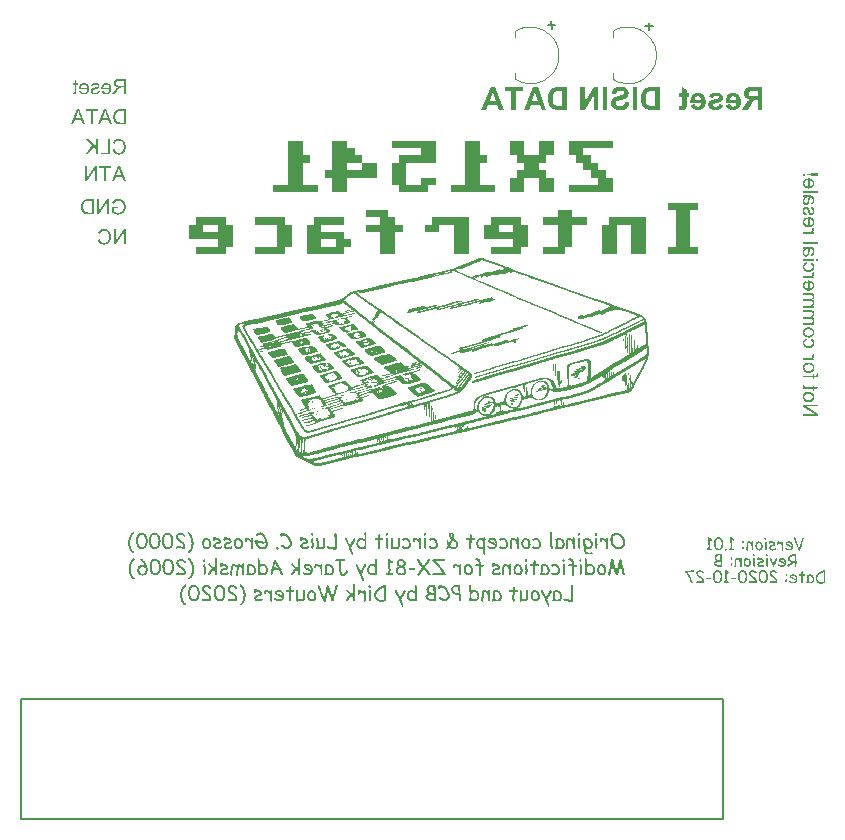
<source format=gbo>
G04*
G04 #@! TF.GenerationSoftware,Altium Limited,Altium Designer,20.2.6 (244)*
G04*
G04 Layer_Color=32896*
%FSLAX25Y25*%
%MOIN*%
G70*
G04*
G04 #@! TF.SameCoordinates,4BF73655-697D-4C1E-89EC-0D8241B82C52*
G04*
G04*
G04 #@! TF.FilePolarity,Positive*
G04*
G01*
G75*
%ADD10C,0.00394*%
%ADD13C,0.00787*%
%ADD14C,0.00591*%
G36*
X152456Y184764D02*
X153148D01*
Y184649D01*
X153495D01*
Y184533D01*
X153841D01*
Y184418D01*
X154187D01*
Y184303D01*
X154533D01*
Y184187D01*
X154879D01*
Y184072D01*
X155225D01*
Y183957D01*
X155455D01*
Y183841D01*
X155801D01*
Y183726D01*
X156148D01*
Y183611D01*
X156493D01*
Y183495D01*
X156840D01*
Y183380D01*
X157186D01*
Y183265D01*
X157416D01*
Y183149D01*
X157762D01*
Y183034D01*
X158108D01*
Y182919D01*
X158339D01*
Y182803D01*
X158685D01*
Y182688D01*
X159031D01*
Y182573D01*
X159262D01*
Y182457D01*
X159608D01*
Y182342D01*
X159838D01*
Y182227D01*
X160185D01*
Y182111D01*
X160415D01*
Y181996D01*
X160646D01*
Y181880D01*
X160992D01*
Y181765D01*
X161453D01*
Y181650D01*
X161799D01*
Y181535D01*
X162145D01*
Y181419D01*
X162491D01*
Y181304D01*
X162722D01*
Y181188D01*
X162953D01*
Y181073D01*
X163299D01*
Y180958D01*
X163530D01*
Y180842D01*
X163760D01*
Y180727D01*
X163991D01*
Y180612D01*
X164337D01*
Y180496D01*
X164683D01*
Y180381D01*
X165029D01*
Y180266D01*
X165260D01*
Y180150D01*
X165606D01*
Y180035D01*
X165952D01*
Y179920D01*
X166298D01*
Y179804D01*
X166644D01*
Y179689D01*
X166875D01*
Y179574D01*
X167221D01*
Y179458D01*
X167567D01*
Y179343D01*
X167913D01*
Y179228D01*
X168259D01*
Y179112D01*
X168605D01*
Y178997D01*
X168835D01*
Y178882D01*
X169181D01*
Y178766D01*
X169527D01*
Y178651D01*
X169873D01*
Y178535D01*
X170220D01*
Y178420D01*
X170566D01*
Y178305D01*
X170796D01*
Y178190D01*
X171142D01*
Y178074D01*
X171488D01*
Y177959D01*
X171834D01*
Y177843D01*
X172180D01*
Y177728D01*
X172526D01*
Y177613D01*
X172757D01*
Y177497D01*
X173103D01*
Y177382D01*
X173449D01*
Y177267D01*
X173795D01*
Y177151D01*
X174141D01*
Y177036D01*
X174487D01*
Y176921D01*
X174833D01*
Y176805D01*
X175064D01*
Y176690D01*
X175410D01*
Y176575D01*
X175756D01*
Y176459D01*
X176102D01*
Y176344D01*
X176448D01*
Y176229D01*
X176794D01*
Y176113D01*
X177140D01*
Y175998D01*
X177371D01*
Y175883D01*
X177717D01*
Y175767D01*
X178063D01*
Y175652D01*
X178409D01*
Y175537D01*
X178755D01*
Y175421D01*
X179101D01*
Y175306D01*
X179332D01*
Y175190D01*
X179678D01*
Y175075D01*
X180024D01*
Y174960D01*
X180370D01*
Y174845D01*
X180601D01*
Y174729D01*
X180947D01*
Y174614D01*
X181177D01*
Y174498D01*
X181523D01*
Y174383D01*
X181754D01*
Y174268D01*
X182100D01*
Y174152D01*
X182446D01*
Y174037D01*
X182677D01*
Y173922D01*
X183023D01*
Y173806D01*
X183369D01*
Y173691D01*
X183715D01*
Y173576D01*
X184061D01*
Y173460D01*
X184292D01*
Y173345D01*
X184638D01*
Y173230D01*
X184984D01*
Y173114D01*
X185330D01*
Y172999D01*
X185676D01*
Y172884D01*
X186022D01*
Y172768D01*
X186368D01*
Y172653D01*
X186714D01*
Y172538D01*
X187060D01*
Y172422D01*
X187406D01*
Y172307D01*
X187637D01*
Y172192D01*
X187983D01*
Y172076D01*
X188329D01*
Y171961D01*
X188675D01*
Y171845D01*
X189021D01*
Y171730D01*
X189367D01*
Y171615D01*
X189713D01*
Y171500D01*
X190059D01*
Y171384D01*
X190405D01*
Y171269D01*
X190751D01*
Y171153D01*
X191097D01*
Y171038D01*
X191443D01*
Y170923D01*
X191789D01*
Y170807D01*
X192135D01*
Y170692D01*
X192481D01*
Y170577D01*
X192827D01*
Y170461D01*
X193173D01*
Y170346D01*
X193519D01*
Y170231D01*
X193865D01*
Y170115D01*
X194211D01*
Y170000D01*
X194557D01*
Y169885D01*
X194903D01*
Y169769D01*
X195134D01*
Y169654D01*
X195480D01*
Y169539D01*
X195826D01*
Y169423D01*
X196172D01*
Y169308D01*
X196518D01*
Y169193D01*
X196864D01*
Y169077D01*
X197095D01*
Y168962D01*
X197441D01*
Y168847D01*
X197672D01*
Y168731D01*
X198018D01*
Y168616D01*
X198248D01*
Y168500D01*
X198594D01*
Y168385D01*
X198940D01*
Y168270D01*
X199286D01*
Y168155D01*
X199632D01*
Y168039D01*
X199978D01*
Y167924D01*
X200325D01*
Y167808D01*
X200671D01*
Y167693D01*
X201016D01*
Y167578D01*
X201363D01*
Y167462D01*
X201593D01*
Y167347D01*
X201939D01*
Y167232D01*
X202170D01*
Y167116D01*
X202516D01*
Y167001D01*
X202862D01*
Y166886D01*
X203208D01*
Y166770D01*
X203554D01*
Y166655D01*
X203900D01*
Y166540D01*
X204246D01*
Y166424D01*
X204592D01*
Y166309D01*
X204938D01*
Y166194D01*
X205169D01*
Y166078D01*
X205515D01*
Y165963D01*
X205746D01*
Y165848D01*
X205976D01*
Y165732D01*
X206207D01*
Y165617D01*
X206438D01*
Y165502D01*
X206553D01*
Y165386D01*
X206668D01*
Y165271D01*
X206784D01*
Y165155D01*
X206899D01*
Y165040D01*
X207014D01*
Y164925D01*
X207130D01*
Y164810D01*
X207245D01*
Y164694D01*
Y164579D01*
X207361D01*
Y164463D01*
X207476D01*
Y164348D01*
Y164233D01*
Y164117D01*
X207591D01*
Y164002D01*
Y163887D01*
X207706D01*
Y163771D01*
Y163656D01*
Y163541D01*
Y163425D01*
X207822D01*
Y163310D01*
Y163195D01*
Y163079D01*
Y162964D01*
Y162849D01*
X207937D01*
Y162733D01*
Y162618D01*
Y162503D01*
Y162387D01*
Y162272D01*
Y162157D01*
Y162041D01*
Y161926D01*
X208053D01*
Y161811D01*
Y161695D01*
Y161580D01*
Y161465D01*
Y161349D01*
Y161234D01*
Y161118D01*
Y161003D01*
Y160888D01*
Y160773D01*
Y160657D01*
Y160542D01*
Y160426D01*
Y160311D01*
Y160196D01*
X208168D01*
Y160080D01*
Y159965D01*
Y159850D01*
Y159734D01*
Y159619D01*
Y159504D01*
Y159388D01*
Y159273D01*
Y159158D01*
Y159042D01*
Y158927D01*
Y158812D01*
Y158696D01*
Y158581D01*
Y158466D01*
Y158350D01*
Y158235D01*
Y158119D01*
Y158004D01*
Y157889D01*
X208283D01*
Y157773D01*
Y157658D01*
Y157543D01*
Y157427D01*
Y157312D01*
Y157197D01*
Y157081D01*
Y156966D01*
Y156851D01*
Y156735D01*
Y156620D01*
Y156505D01*
Y156389D01*
Y156274D01*
Y156159D01*
X208399D01*
Y156043D01*
Y155928D01*
Y155813D01*
Y155697D01*
Y155582D01*
X208514D01*
Y155467D01*
Y155351D01*
Y155236D01*
Y155121D01*
Y155005D01*
Y154890D01*
Y154774D01*
Y154659D01*
Y154544D01*
Y154429D01*
Y154313D01*
Y154198D01*
Y154082D01*
X208629D01*
Y153967D01*
X208514D01*
Y153852D01*
Y153736D01*
Y153621D01*
Y153506D01*
Y153390D01*
Y153275D01*
Y153160D01*
Y153044D01*
Y152929D01*
Y152814D01*
Y152698D01*
Y152583D01*
Y152468D01*
Y152352D01*
Y152237D01*
Y152122D01*
Y152006D01*
X208399D01*
Y151891D01*
Y151776D01*
Y151660D01*
Y151545D01*
Y151429D01*
X208283D01*
Y151314D01*
Y151199D01*
Y151084D01*
X208168D01*
Y150968D01*
Y150853D01*
X208053D01*
Y150738D01*
Y150622D01*
Y150507D01*
X207937D01*
Y150391D01*
Y150276D01*
X207822D01*
Y150161D01*
Y150045D01*
X207706D01*
Y149930D01*
Y149815D01*
X207591D01*
Y149699D01*
Y149584D01*
X207476D01*
Y149469D01*
Y149353D01*
X207361D01*
Y149238D01*
Y149123D01*
X207245D01*
Y149007D01*
Y148892D01*
X207130D01*
Y148777D01*
Y148661D01*
X207014D01*
Y148546D01*
Y148431D01*
X206899D01*
Y148315D01*
Y148200D01*
X206784D01*
Y148084D01*
Y147969D01*
X206668D01*
Y147854D01*
Y147739D01*
X206553D01*
Y147623D01*
Y147508D01*
X206438D01*
Y147392D01*
Y147277D01*
X206322D01*
Y147162D01*
Y147046D01*
X206207D01*
Y146931D01*
Y146816D01*
X206092D01*
Y146700D01*
Y146585D01*
X205976D01*
Y146470D01*
Y146354D01*
X205861D01*
Y146239D01*
Y146124D01*
X205746D01*
Y146008D01*
Y145893D01*
X205630D01*
Y145778D01*
X205515D01*
Y145662D01*
Y145547D01*
X205400D01*
Y145432D01*
Y145316D01*
X205284D01*
Y145201D01*
Y145086D01*
X205169D01*
Y144970D01*
X205054D01*
Y144855D01*
Y144739D01*
X204938D01*
Y144624D01*
Y144509D01*
X204823D01*
Y144394D01*
X204708D01*
Y144278D01*
Y144163D01*
X204592D01*
Y144047D01*
Y143932D01*
X204477D01*
Y143817D01*
Y143701D01*
X204362D01*
Y143586D01*
Y143471D01*
X204246D01*
Y143355D01*
Y143240D01*
X204131D01*
Y143125D01*
Y143009D01*
X204015D01*
Y142894D01*
Y142779D01*
X203900D01*
Y142663D01*
Y142548D01*
X203785D01*
Y142433D01*
Y142317D01*
X203670D01*
Y142202D01*
Y142087D01*
X203554D01*
Y141971D01*
Y141856D01*
X203439D01*
Y141741D01*
Y141625D01*
X203323D01*
Y141510D01*
Y141394D01*
X203208D01*
Y141279D01*
Y141164D01*
X203093D01*
Y141049D01*
Y140933D01*
X202977D01*
Y140818D01*
Y140702D01*
X202862D01*
Y140587D01*
X202747D01*
Y140472D01*
Y140356D01*
X202631D01*
Y140241D01*
X202516D01*
Y140126D01*
Y140010D01*
X202055D01*
Y139895D01*
X201478D01*
Y139780D01*
X201016D01*
Y139664D01*
X200440D01*
Y139549D01*
X199978D01*
Y139434D01*
X199402D01*
Y139318D01*
X198825D01*
Y139203D01*
X198133D01*
Y139088D01*
X197556D01*
Y138972D01*
X197095D01*
Y138857D01*
X196518D01*
Y138742D01*
X196057D01*
Y138626D01*
X195595D01*
Y138511D01*
X195134D01*
Y138396D01*
X194673D01*
Y138280D01*
X194211D01*
Y138165D01*
X193750D01*
Y138049D01*
X193288D01*
Y137934D01*
X192827D01*
Y137819D01*
X192366D01*
Y137704D01*
X191904D01*
Y137588D01*
X191443D01*
Y137473D01*
X190981D01*
Y137357D01*
X190520D01*
Y137242D01*
X190059D01*
Y137127D01*
X189482D01*
Y137011D01*
X189021D01*
Y136896D01*
X188559D01*
Y136781D01*
X188098D01*
Y136665D01*
X187521D01*
Y136550D01*
X187060D01*
Y136435D01*
X186599D01*
Y136319D01*
X186252D01*
Y136204D01*
X185791D01*
Y136089D01*
X185330D01*
Y135973D01*
X184868D01*
Y135858D01*
X184407D01*
Y135743D01*
X183946D01*
Y135627D01*
X183484D01*
Y135512D01*
X182907D01*
Y135397D01*
X182331D01*
Y135281D01*
X181869D01*
Y135166D01*
X181293D01*
Y135051D01*
X180601D01*
Y134935D01*
X180139D01*
Y134820D01*
X179678D01*
Y134704D01*
X179216D01*
Y134589D01*
X178755D01*
Y134474D01*
X178294D01*
Y134359D01*
X177832D01*
Y134243D01*
X177371D01*
Y134128D01*
X176909D01*
Y134012D01*
X176448D01*
Y133897D01*
X175987D01*
Y133782D01*
X175525D01*
Y133666D01*
X175064D01*
Y133551D01*
X174603D01*
Y133436D01*
X174141D01*
Y133320D01*
X173680D01*
Y133205D01*
X173219D01*
Y133090D01*
X172757D01*
Y132974D01*
X172296D01*
Y132859D01*
X171834D01*
Y132744D01*
X171488D01*
Y132628D01*
X171027D01*
Y132513D01*
X170566D01*
Y132398D01*
X170104D01*
Y132282D01*
X169643D01*
Y132167D01*
X169181D01*
Y132052D01*
X168720D01*
Y131936D01*
X168259D01*
Y131821D01*
X167682D01*
Y131706D01*
X167221D01*
Y131590D01*
X166759D01*
Y131475D01*
X166298D01*
Y131360D01*
X165836D01*
Y131244D01*
X165490D01*
Y131129D01*
X165144D01*
Y131014D01*
X164568D01*
Y130898D01*
X163991D01*
Y130783D01*
X163299D01*
Y130667D01*
X162722D01*
Y130552D01*
X162145D01*
Y130437D01*
X161684D01*
Y130322D01*
X161107D01*
Y130206D01*
X160646D01*
Y130091D01*
X160185D01*
Y129975D01*
X159723D01*
Y129860D01*
X159262D01*
Y129745D01*
X158800D01*
Y129629D01*
X158339D01*
Y129514D01*
X157762D01*
Y129399D01*
X157301D01*
Y129283D01*
X156840D01*
Y129168D01*
X156378D01*
Y129053D01*
X155801D01*
Y128937D01*
X155340D01*
Y128822D01*
X154879D01*
Y128707D01*
X154417D01*
Y128591D01*
X153956D01*
Y128476D01*
X153495D01*
Y128361D01*
X153033D01*
Y128245D01*
X152572D01*
Y128130D01*
X152110D01*
Y128015D01*
X151649D01*
Y127899D01*
X151188D01*
Y127784D01*
X150726D01*
Y127668D01*
X150265D01*
Y127553D01*
X149803D01*
Y127438D01*
X149342D01*
Y127322D01*
X148881D01*
Y127207D01*
X148419D01*
Y127092D01*
X147958D01*
Y126976D01*
X147497D01*
Y126861D01*
X146920D01*
Y126746D01*
X146343D01*
Y126630D01*
X145766D01*
Y126515D01*
X145190D01*
Y126400D01*
X144613D01*
Y126284D01*
X144036D01*
Y126169D01*
X143575D01*
Y126054D01*
X143114D01*
Y125938D01*
X142652D01*
Y125823D01*
X142191D01*
Y125708D01*
X141729D01*
Y125592D01*
X141268D01*
Y125477D01*
X140807D01*
Y125362D01*
X140345D01*
Y125246D01*
X139884D01*
Y125131D01*
X139423D01*
Y125016D01*
X138961D01*
Y124900D01*
X138500D01*
Y124785D01*
X138038D01*
Y124670D01*
X137577D01*
Y124554D01*
X137116D01*
Y124439D01*
X136654D01*
Y124323D01*
X136077D01*
Y124208D01*
X135616D01*
Y124093D01*
X135155D01*
Y123977D01*
X134578D01*
Y123862D01*
X134117D01*
Y123747D01*
X133655D01*
Y123632D01*
X133194D01*
Y123516D01*
X132732D01*
Y123401D01*
X132271D01*
Y123285D01*
X131925D01*
Y123170D01*
X131464D01*
Y123055D01*
X131002D01*
Y122939D01*
X130541D01*
Y122824D01*
X129964D01*
Y122709D01*
X129387D01*
Y122593D01*
X128580D01*
Y122478D01*
X128003D01*
Y122363D01*
X127427D01*
Y122247D01*
X126850D01*
Y122132D01*
X126389D01*
Y122017D01*
X125927D01*
Y121901D01*
X125466D01*
Y121786D01*
X125004D01*
Y121671D01*
X124543D01*
Y121555D01*
X124082D01*
Y121440D01*
X123620D01*
Y121325D01*
X123159D01*
Y121209D01*
X122697D01*
Y121094D01*
X122236D01*
Y120978D01*
X121775D01*
Y120863D01*
X121313D01*
Y120748D01*
X120852D01*
Y120633D01*
X120391D01*
Y120517D01*
X119929D01*
Y120402D01*
X119352D01*
Y120287D01*
X118891D01*
Y120171D01*
X118430D01*
Y120056D01*
X117968D01*
Y119940D01*
X117507D01*
Y119825D01*
X117046D01*
Y119710D01*
X116584D01*
Y119594D01*
X116123D01*
Y119479D01*
X115546D01*
Y119364D01*
X115085D01*
Y119248D01*
X114623D01*
Y119133D01*
X114162D01*
Y119018D01*
X113701D01*
Y118902D01*
X113124D01*
Y118787D01*
X112547D01*
Y118672D01*
X111855D01*
Y118556D01*
X110932D01*
Y118441D01*
X110356D01*
Y118326D01*
X109894D01*
Y118210D01*
X109433D01*
Y118095D01*
X109087D01*
Y117980D01*
X108625D01*
Y117864D01*
X108164D01*
Y117749D01*
X107703D01*
Y117633D01*
X107241D01*
Y117518D01*
X106780D01*
Y117403D01*
X106319D01*
Y117288D01*
X105857D01*
Y117172D01*
X105396D01*
Y117057D01*
X104935D01*
Y116941D01*
X104473D01*
Y116826D01*
X104012D01*
Y116711D01*
X103550D01*
Y116595D01*
X103089D01*
Y116480D01*
X102628D01*
Y116365D01*
X102166D01*
Y116249D01*
X101705D01*
Y116134D01*
X101243D01*
Y116019D01*
X100897D01*
Y115903D01*
X100436D01*
Y115788D01*
X99975D01*
Y115673D01*
X99513D01*
Y115557D01*
X99052D01*
Y115442D01*
X97322D01*
Y115557D01*
X97091D01*
Y115673D01*
X96860D01*
Y115788D01*
X96630D01*
Y115903D01*
X96399D01*
Y116019D01*
X96168D01*
Y116134D01*
X95938D01*
Y116249D01*
X95591D01*
Y116365D01*
X95361D01*
Y116480D01*
X95130D01*
Y116595D01*
X94899D01*
Y116711D01*
X94669D01*
Y116826D01*
X94438D01*
Y116941D01*
X94207D01*
Y117057D01*
X94092D01*
Y117172D01*
X93861D01*
Y117288D01*
X93631D01*
Y117403D01*
X93285D01*
Y117518D01*
X93054D01*
Y117633D01*
X92823D01*
Y117749D01*
X92593D01*
Y117864D01*
X92362D01*
Y117980D01*
X92131D01*
Y118095D01*
X91900D01*
Y118210D01*
X91554D01*
Y118326D01*
X91324D01*
Y118441D01*
X91093D01*
Y118556D01*
X90978D01*
Y118672D01*
X90862D01*
Y118787D01*
X90747D01*
Y118902D01*
Y119018D01*
X90632D01*
Y119133D01*
X90516D01*
Y119248D01*
Y119364D01*
X90401D01*
Y119479D01*
Y119594D01*
X90286D01*
Y119710D01*
Y119825D01*
X90170D01*
Y119940D01*
Y120056D01*
X90055D01*
Y120171D01*
Y120287D01*
X89940D01*
Y120402D01*
Y120517D01*
X89824D01*
Y120633D01*
Y120748D01*
X89709D01*
Y120863D01*
Y120978D01*
X89594D01*
Y121094D01*
X89478D01*
Y121209D01*
Y121325D01*
X89363D01*
Y121440D01*
Y121555D01*
X89248D01*
Y121671D01*
Y121786D01*
X89132D01*
Y121901D01*
X89017D01*
Y122017D01*
Y122132D01*
X88902D01*
Y122247D01*
Y122363D01*
X88786D01*
Y122478D01*
X88671D01*
Y122593D01*
Y122709D01*
X88556D01*
Y122824D01*
Y122939D01*
X88440D01*
Y123055D01*
Y123170D01*
X88325D01*
Y123285D01*
Y123401D01*
X88209D01*
Y123516D01*
Y123632D01*
X88094D01*
Y123747D01*
Y123862D01*
X87979D01*
Y123977D01*
Y124093D01*
X87863D01*
Y124208D01*
X87748D01*
Y124323D01*
Y124439D01*
X87633D01*
Y124554D01*
Y124670D01*
X87517D01*
Y124785D01*
Y124900D01*
X87402D01*
Y125016D01*
Y125131D01*
X87287D01*
Y125246D01*
Y125362D01*
X87171D01*
Y125477D01*
Y125592D01*
X87056D01*
Y125708D01*
Y125823D01*
X86941D01*
Y125938D01*
Y126054D01*
X86825D01*
Y126169D01*
Y126284D01*
X86710D01*
Y126400D01*
Y126515D01*
X86595D01*
Y126630D01*
Y126746D01*
X86479D01*
Y126861D01*
Y126976D01*
X86364D01*
Y127092D01*
Y127207D01*
X86249D01*
Y127322D01*
Y127438D01*
X86133D01*
Y127553D01*
Y127668D01*
X86018D01*
Y127784D01*
Y127899D01*
X85903D01*
Y128015D01*
Y128130D01*
X85787D01*
Y128245D01*
Y128361D01*
X85672D01*
Y128476D01*
Y128591D01*
X85557D01*
Y128707D01*
Y128822D01*
X85441D01*
Y128937D01*
Y129053D01*
X85326D01*
Y129168D01*
Y129283D01*
X85211D01*
Y129399D01*
Y129514D01*
X85095D01*
Y129629D01*
Y129745D01*
X84980D01*
Y129860D01*
Y129975D01*
X84864D01*
Y130091D01*
Y130206D01*
X84749D01*
Y130322D01*
Y130437D01*
X84634D01*
Y130552D01*
Y130667D01*
X84518D01*
Y130783D01*
Y130898D01*
X84403D01*
Y131014D01*
Y131129D01*
X84288D01*
Y131244D01*
Y131360D01*
X84172D01*
Y131475D01*
Y131590D01*
X84057D01*
Y131706D01*
Y131821D01*
X83942D01*
Y131936D01*
Y132052D01*
X83826D01*
Y132167D01*
Y132282D01*
X83711D01*
Y132398D01*
Y132513D01*
X83596D01*
Y132628D01*
Y132744D01*
X83480D01*
Y132859D01*
Y132974D01*
X83365D01*
Y133090D01*
Y133205D01*
X83250D01*
Y133320D01*
Y133436D01*
X83134D01*
Y133551D01*
Y133666D01*
X83019D01*
Y133782D01*
X82904D01*
Y133897D01*
Y134012D01*
X82788D01*
Y134128D01*
Y134243D01*
X82673D01*
Y134359D01*
Y134474D01*
X82558D01*
Y134589D01*
Y134704D01*
X82442D01*
Y134820D01*
Y134935D01*
X82327D01*
Y135051D01*
X82212D01*
Y135166D01*
Y135281D01*
X82096D01*
Y135397D01*
Y135512D01*
X81981D01*
Y135627D01*
Y135743D01*
X81866D01*
Y135858D01*
Y135973D01*
X81750D01*
Y136089D01*
Y136204D01*
X81635D01*
Y136319D01*
Y136435D01*
X81520D01*
Y136550D01*
X81404D01*
Y136665D01*
Y136781D01*
X81289D01*
Y136896D01*
Y137011D01*
X81173D01*
Y137127D01*
Y137242D01*
X81058D01*
Y137357D01*
Y137473D01*
X80943D01*
Y137588D01*
Y137704D01*
X80827D01*
Y137819D01*
Y137934D01*
X80712D01*
Y138049D01*
Y138165D01*
X80597D01*
Y138280D01*
Y138396D01*
X80481D01*
Y138511D01*
Y138626D01*
X80366D01*
Y138742D01*
Y138857D01*
X80251D01*
Y138972D01*
Y139088D01*
X80135D01*
Y139203D01*
Y139318D01*
X80020D01*
Y139434D01*
Y139549D01*
X79905D01*
Y139664D01*
X79789D01*
Y139780D01*
Y139895D01*
X79674D01*
Y140010D01*
Y140126D01*
X79559D01*
Y140241D01*
Y140356D01*
X79443D01*
Y140472D01*
Y140587D01*
X79328D01*
Y140702D01*
Y140818D01*
X79213D01*
Y140933D01*
Y141049D01*
X79097D01*
Y141164D01*
Y141279D01*
X78982D01*
Y141394D01*
Y141510D01*
X78867D01*
Y141625D01*
Y141741D01*
X78751D01*
Y141856D01*
Y141971D01*
X78636D01*
Y142087D01*
Y142202D01*
X78521D01*
Y142317D01*
X78405D01*
Y142433D01*
Y142548D01*
X78290D01*
Y142663D01*
Y142779D01*
X78175D01*
Y142894D01*
Y143009D01*
X78059D01*
Y143125D01*
Y143240D01*
X77944D01*
Y143355D01*
Y143471D01*
X77829D01*
Y143586D01*
Y143701D01*
X77713D01*
Y143817D01*
Y143932D01*
X77598D01*
Y144047D01*
Y144163D01*
X77482D01*
Y144278D01*
Y144394D01*
X77367D01*
Y144509D01*
Y144624D01*
X77252D01*
Y144739D01*
Y144855D01*
X77136D01*
Y144970D01*
Y145086D01*
X77021D01*
Y145201D01*
X76906D01*
Y145316D01*
Y145432D01*
X76790D01*
Y145547D01*
Y145662D01*
X76675D01*
Y145778D01*
Y145893D01*
X76560D01*
Y146008D01*
Y146124D01*
X76444D01*
Y146239D01*
Y146354D01*
X76329D01*
Y146470D01*
Y146585D01*
X76214D01*
Y146700D01*
Y146816D01*
X76098D01*
Y146931D01*
Y147046D01*
X75983D01*
Y147162D01*
Y147277D01*
X75868D01*
Y147392D01*
Y147508D01*
X75752D01*
Y147623D01*
Y147739D01*
X75637D01*
Y147854D01*
Y147969D01*
X75522D01*
Y148084D01*
Y148200D01*
X75406D01*
Y148315D01*
Y148431D01*
X75291D01*
Y148546D01*
Y148661D01*
X75175D01*
Y148777D01*
X75060D01*
Y148892D01*
Y149007D01*
X74945D01*
Y149123D01*
Y149238D01*
X74830D01*
Y149353D01*
Y149469D01*
X74714D01*
Y149584D01*
Y149699D01*
X74599D01*
Y149815D01*
Y149930D01*
X74484D01*
Y150045D01*
Y150161D01*
X74368D01*
Y150276D01*
Y150391D01*
X74253D01*
Y150507D01*
Y150622D01*
X74137D01*
Y150738D01*
Y150853D01*
X74022D01*
Y150968D01*
Y151084D01*
X73907D01*
Y151199D01*
Y151314D01*
X73791D01*
Y151429D01*
X73676D01*
Y151545D01*
Y151660D01*
X73561D01*
Y151776D01*
Y151891D01*
X73445D01*
Y152006D01*
Y152122D01*
X73330D01*
Y152237D01*
Y152352D01*
X73215D01*
Y152468D01*
Y152583D01*
X73099D01*
Y152698D01*
Y152814D01*
X72984D01*
Y152929D01*
Y153044D01*
X72869D01*
Y153160D01*
X72753D01*
Y153275D01*
Y153390D01*
X72638D01*
Y153506D01*
Y153621D01*
X72523D01*
Y153736D01*
Y153852D01*
X72407D01*
Y153967D01*
Y154082D01*
X72292D01*
Y154198D01*
Y154313D01*
X72177D01*
Y154429D01*
Y154544D01*
X72061D01*
Y154659D01*
X71946D01*
Y154774D01*
Y154890D01*
X71831D01*
Y155005D01*
Y155121D01*
X71715D01*
Y155236D01*
Y155351D01*
X71600D01*
Y155467D01*
Y155582D01*
X71485D01*
Y155697D01*
Y155813D01*
X71369D01*
Y155928D01*
X71254D01*
Y156043D01*
Y156159D01*
X71139D01*
Y156274D01*
Y156389D01*
X71023D01*
Y156505D01*
Y156620D01*
X70908D01*
Y156735D01*
Y156851D01*
X70792D01*
Y156966D01*
Y157081D01*
X70677D01*
Y157197D01*
Y157312D01*
X70562D01*
Y157427D01*
Y157543D01*
X70446D01*
Y157658D01*
Y157773D01*
X70331D01*
Y157889D01*
Y158004D01*
Y158119D01*
Y158235D01*
Y158350D01*
Y158466D01*
Y158581D01*
Y158696D01*
Y158812D01*
Y158927D01*
Y159042D01*
Y159158D01*
Y159273D01*
X70446D01*
Y159388D01*
Y159504D01*
Y159619D01*
Y159734D01*
Y159850D01*
Y159965D01*
Y160080D01*
Y160196D01*
Y160311D01*
Y160426D01*
X70562D01*
Y160542D01*
Y160657D01*
Y160773D01*
Y160888D01*
Y161003D01*
Y161118D01*
Y161234D01*
Y161349D01*
X70677D01*
Y161465D01*
Y161580D01*
Y161695D01*
Y161811D01*
Y161926D01*
Y162041D01*
X70792D01*
Y162157D01*
Y162272D01*
X70908D01*
Y162387D01*
Y162503D01*
X71023D01*
Y162618D01*
X71139D01*
Y162733D01*
X71254D01*
Y162849D01*
X71369D01*
Y162964D01*
X71600D01*
Y163079D01*
X71831D01*
Y163195D01*
X72061D01*
Y163310D01*
X72869D01*
Y163425D01*
X73215D01*
Y163541D01*
X73676D01*
Y163656D01*
X74022D01*
Y163771D01*
X74599D01*
Y163887D01*
X75060D01*
Y164002D01*
X75522D01*
Y164117D01*
X76098D01*
Y164233D01*
X76560D01*
Y164348D01*
X77252D01*
Y164463D01*
X77944D01*
Y164579D01*
X78521D01*
Y164694D01*
X79097D01*
Y164810D01*
X79559D01*
Y164925D01*
X80020D01*
Y165040D01*
X80366D01*
Y165155D01*
X80827D01*
Y165271D01*
X81289D01*
Y165386D01*
X81866D01*
Y165502D01*
X82442D01*
Y165617D01*
X83019D01*
Y165732D01*
X83596D01*
Y165848D01*
X84057D01*
Y165963D01*
X84518D01*
Y166078D01*
X85095D01*
Y166194D01*
X85557D01*
Y166309D01*
X86018D01*
Y166424D01*
X86479D01*
Y166540D01*
X87056D01*
Y166655D01*
X87517D01*
Y166770D01*
X87979D01*
Y166886D01*
X88440D01*
Y167001D01*
X88902D01*
Y167116D01*
X89478D01*
Y167232D01*
X89940D01*
Y167347D01*
X90401D01*
Y167462D01*
X90862D01*
Y167578D01*
X91439D01*
Y167693D01*
X91900D01*
Y167808D01*
X92362D01*
Y167924D01*
X92939D01*
Y168039D01*
X93400D01*
Y168155D01*
X93977D01*
Y168270D01*
X94438D01*
Y168385D01*
X95015D01*
Y168500D01*
X95591D01*
Y168616D01*
X96168D01*
Y168731D01*
X96745D01*
Y168847D01*
X97322D01*
Y168962D01*
X97898D01*
Y169077D01*
X98360D01*
Y169193D01*
X98821D01*
Y169308D01*
X99398D01*
Y169423D01*
X99859D01*
Y169539D01*
X100321D01*
Y169654D01*
X100897D01*
Y169769D01*
X101359D01*
Y169885D01*
X101820D01*
Y170000D01*
X102397D01*
Y170115D01*
X102858D01*
Y170231D01*
X103320D01*
Y170346D01*
X103781D01*
Y170461D01*
X104242D01*
Y170577D01*
X104588D01*
Y170692D01*
X105050D01*
Y170807D01*
X105396D01*
Y170923D01*
X105626D01*
Y171038D01*
X105973D01*
Y171153D01*
X106203D01*
Y171269D01*
X106434D01*
Y171384D01*
X106549D01*
Y171500D01*
X106780D01*
Y171615D01*
X106895D01*
Y171730D01*
X107126D01*
Y171845D01*
X107241D01*
Y171961D01*
X107357D01*
Y172076D01*
X107587D01*
Y172192D01*
X107703D01*
Y172307D01*
X107818D01*
Y172422D01*
X107933D01*
Y172538D01*
X108049D01*
Y172653D01*
X108280D01*
Y172768D01*
X108395D01*
Y172884D01*
X108510D01*
Y172999D01*
X108625D01*
Y173114D01*
X108741D01*
Y173230D01*
X108856D01*
Y173345D01*
X109202D01*
Y173460D01*
X109433D01*
Y173576D01*
X109779D01*
Y173691D01*
X110125D01*
Y173806D01*
X110586D01*
Y173922D01*
X111278D01*
Y174037D01*
X112663D01*
Y174152D01*
X113239D01*
Y174268D01*
X113585D01*
Y174383D01*
X114047D01*
Y174498D01*
X114393D01*
Y174614D01*
X114854D01*
Y174729D01*
X115315D01*
Y174845D01*
X115777D01*
Y174960D01*
X116238D01*
Y175075D01*
X116700D01*
Y175190D01*
X117161D01*
Y175306D01*
X117622D01*
Y175421D01*
X118084D01*
Y175537D01*
X118660D01*
Y175652D01*
X119122D01*
Y175767D01*
X119583D01*
Y175883D01*
X120160D01*
Y175998D01*
X120621D01*
Y176113D01*
X121198D01*
Y176229D01*
X121775D01*
Y176344D01*
X122236D01*
Y176459D01*
X122813D01*
Y176575D01*
X123274D01*
Y176690D01*
X123851D01*
Y176805D01*
X124312D01*
Y176921D01*
X124774D01*
Y177036D01*
X125235D01*
Y177151D01*
X125812D01*
Y177267D01*
X126273D01*
Y177382D01*
X126735D01*
Y177497D01*
X127311D01*
Y177613D01*
X127773D01*
Y177728D01*
X128349D01*
Y177843D01*
X129042D01*
Y177959D01*
X129734D01*
Y178074D01*
X130426D01*
Y178190D01*
X130887D01*
Y178305D01*
X131464D01*
Y178420D01*
X131810D01*
Y178535D01*
X132271D01*
Y178651D01*
X132617D01*
Y178766D01*
X133079D01*
Y178882D01*
X133540D01*
Y178997D01*
X134117D01*
Y179112D01*
X134578D01*
Y179228D01*
X135039D01*
Y179343D01*
X135616D01*
Y179458D01*
X136077D01*
Y179574D01*
X136654D01*
Y179689D01*
X137116D01*
Y179804D01*
X137692D01*
Y179920D01*
X138154D01*
Y180035D01*
X138615D01*
Y180150D01*
X139192D01*
Y180266D01*
X139653D01*
Y180381D01*
X140115D01*
Y180496D01*
X140576D01*
Y180612D01*
X141037D01*
Y180727D01*
X141499D01*
Y180842D01*
X141845D01*
Y180958D01*
X142306D01*
Y181073D01*
X142768D01*
Y181188D01*
X143460D01*
Y181304D01*
X143690D01*
Y181419D01*
X144036D01*
Y181535D01*
X144267D01*
Y181650D01*
X144613D01*
Y181765D01*
X144844D01*
Y181880D01*
X145074D01*
Y181996D01*
X145305D01*
Y182111D01*
X145536D01*
Y182227D01*
X145882D01*
Y182342D01*
X146113D01*
Y182457D01*
X146458D01*
Y182573D01*
X146689D01*
Y182688D01*
X147266D01*
Y182803D01*
X147497D01*
Y182919D01*
X147727D01*
Y183034D01*
X147958D01*
Y183149D01*
X148189D01*
Y183265D01*
X148535D01*
Y183380D01*
X148765D01*
Y183495D01*
X148996D01*
Y183611D01*
X149342D01*
Y183726D01*
X149573D01*
Y183841D01*
X149803D01*
Y183957D01*
X150150D01*
Y184072D01*
X150380D01*
Y184187D01*
X150611D01*
Y184303D01*
X150957D01*
Y184418D01*
X151188D01*
Y184533D01*
X151534D01*
Y184649D01*
X151764D01*
Y184764D01*
X152341D01*
Y184880D01*
X152456D01*
Y184764D01*
D02*
G37*
G36*
X221138Y240847D02*
Y239761D01*
X221804D01*
Y238609D01*
X221138D01*
Y236217D01*
Y236081D01*
Y235955D01*
X221132Y235835D01*
Y235731D01*
X221127Y235638D01*
X221121Y235557D01*
Y235480D01*
X221116Y235420D01*
X221110Y235366D01*
X221105Y235316D01*
Y235278D01*
X221099Y235245D01*
Y235224D01*
X221094Y235207D01*
Y235202D01*
Y235196D01*
X221072Y235071D01*
X221040Y234956D01*
X221007Y234858D01*
X220974Y234776D01*
X220941Y234716D01*
X220914Y234667D01*
X220898Y234639D01*
X220892Y234629D01*
X220832Y234552D01*
X220756Y234487D01*
X220685Y234432D01*
X220608Y234383D01*
X220537Y234345D01*
X220482Y234312D01*
X220461Y234301D01*
X220444Y234295D01*
X220439Y234290D01*
X220433D01*
X220313Y234246D01*
X220188Y234213D01*
X220073Y234192D01*
X219964Y234175D01*
X219866Y234164D01*
X219827D01*
X219795Y234159D01*
X219729D01*
X219494Y234170D01*
X219281Y234192D01*
X219178Y234208D01*
X219085Y234224D01*
X218997Y234246D01*
X218916Y234268D01*
X218845Y234284D01*
X218779Y234306D01*
X218719Y234323D01*
X218670Y234339D01*
X218632Y234350D01*
X218604Y234361D01*
X218588Y234372D01*
X218583D01*
X218708Y235497D01*
X218845Y235453D01*
X218959Y235420D01*
X219063Y235393D01*
X219145Y235377D01*
X219210Y235366D01*
X219254Y235360D01*
X219292D01*
X219341Y235366D01*
X219391Y235371D01*
X219434Y235382D01*
X219467Y235398D01*
X219500Y235409D01*
X219522Y235420D01*
X219532Y235426D01*
X219538Y235431D01*
X219571Y235458D01*
X219598Y235491D01*
X219620Y235518D01*
X219636Y235546D01*
X219647Y235573D01*
X219658Y235595D01*
X219664Y235606D01*
Y235611D01*
X219669Y235638D01*
X219674Y235677D01*
Y235726D01*
X219680Y235781D01*
Y235846D01*
X219685Y235911D01*
Y236048D01*
X219691Y236179D01*
Y236239D01*
Y236288D01*
Y236337D01*
Y236370D01*
Y236392D01*
Y236398D01*
Y238609D01*
X218703D01*
Y239761D01*
X219691D01*
Y241699D01*
X221138Y240847D01*
D02*
G37*
G36*
X236928Y239870D02*
X237119Y239848D01*
X237299Y239810D01*
X237469Y239761D01*
X237627Y239701D01*
X237774Y239635D01*
X237911Y239564D01*
X238036Y239493D01*
X238146Y239422D01*
X238244Y239351D01*
X238331Y239286D01*
X238402Y239226D01*
X238457Y239177D01*
X238495Y239138D01*
X238517Y239117D01*
X238528Y239106D01*
X238653Y238953D01*
X238763Y238794D01*
X238855Y238625D01*
X238937Y238451D01*
X239008Y238270D01*
X239063Y238096D01*
X239112Y237921D01*
X239150Y237752D01*
X239178Y237593D01*
X239199Y237446D01*
X239216Y237315D01*
X239227Y237200D01*
X239232Y237151D01*
Y237107D01*
Y237069D01*
X239238Y237036D01*
Y237009D01*
Y236993D01*
Y236982D01*
Y236976D01*
X239232Y236769D01*
X239216Y236567D01*
X239189Y236376D01*
X239150Y236201D01*
X239112Y236032D01*
X239068Y235879D01*
X239019Y235737D01*
X238965Y235606D01*
X238915Y235486D01*
X238866Y235382D01*
X238823Y235295D01*
X238779Y235224D01*
X238746Y235163D01*
X238719Y235120D01*
X238703Y235098D01*
X238697Y235087D01*
X238561Y234923D01*
X238408Y234781D01*
X238249Y234656D01*
X238080Y234552D01*
X237905Y234459D01*
X237731Y234388D01*
X237556Y234323D01*
X237387Y234274D01*
X237223Y234235D01*
X237070Y234208D01*
X236939Y234186D01*
X236819Y234175D01*
X236764Y234170D01*
X236721Y234164D01*
X236682D01*
X236644Y234159D01*
X236584D01*
X236420Y234164D01*
X236262Y234175D01*
X236109Y234197D01*
X235967Y234224D01*
X235836Y234252D01*
X235711Y234290D01*
X235601Y234328D01*
X235497Y234366D01*
X235405Y234405D01*
X235317Y234437D01*
X235252Y234476D01*
X235192Y234503D01*
X235143Y234530D01*
X235110Y234552D01*
X235088Y234563D01*
X235083Y234568D01*
X234973Y234650D01*
X234870Y234738D01*
X234777Y234836D01*
X234689Y234934D01*
X234613Y235033D01*
X234537Y235136D01*
X234471Y235234D01*
X234417Y235333D01*
X234362Y235420D01*
X234318Y235507D01*
X234280Y235584D01*
X234253Y235649D01*
X234225Y235704D01*
X234209Y235748D01*
X234204Y235770D01*
X234198Y235781D01*
X235640Y236021D01*
X235689Y235873D01*
X235743Y235753D01*
X235803Y235649D01*
X235863Y235568D01*
X235912Y235502D01*
X235956Y235458D01*
X235983Y235431D01*
X235989Y235420D01*
X235994D01*
X236087Y235360D01*
X236180Y235316D01*
X236278Y235284D01*
X236366Y235262D01*
X236448Y235251D01*
X236508Y235245D01*
X236535Y235240D01*
X236568D01*
X236661Y235245D01*
X236748Y235256D01*
X236830Y235273D01*
X236912Y235295D01*
X237054Y235355D01*
X237119Y235382D01*
X237174Y235420D01*
X237228Y235453D01*
X237272Y235480D01*
X237316Y235513D01*
X237349Y235540D01*
X237376Y235562D01*
X237392Y235578D01*
X237403Y235589D01*
X237408Y235595D01*
X237469Y235666D01*
X237518Y235742D01*
X237561Y235824D01*
X237605Y235906D01*
X237638Y235988D01*
X237665Y236070D01*
X237703Y236234D01*
X237720Y236310D01*
X237731Y236376D01*
X237742Y236441D01*
X237747Y236496D01*
Y236539D01*
X237753Y236572D01*
Y236594D01*
Y236599D01*
X234122D01*
X234127Y236900D01*
X234143Y237184D01*
X234176Y237446D01*
X234214Y237686D01*
X234269Y237910D01*
X234324Y238112D01*
X234389Y238298D01*
X234455Y238461D01*
X234520Y238603D01*
X234580Y238729D01*
X234640Y238833D01*
X234695Y238920D01*
X234739Y238985D01*
X234771Y239035D01*
X234799Y239062D01*
X234804Y239073D01*
X234941Y239215D01*
X235088Y239340D01*
X235241Y239450D01*
X235399Y239543D01*
X235563Y239619D01*
X235721Y239684D01*
X235880Y239739D01*
X236027Y239783D01*
X236169Y239815D01*
X236306Y239837D01*
X236420Y239859D01*
X236524Y239870D01*
X236611Y239876D01*
X236644D01*
X236671Y239881D01*
X236726D01*
X236928Y239870D01*
D02*
G37*
G36*
X225189D02*
X225380Y239848D01*
X225560Y239810D01*
X225730Y239761D01*
X225888Y239701D01*
X226035Y239635D01*
X226172Y239564D01*
X226297Y239493D01*
X226407Y239422D01*
X226505Y239351D01*
X226592Y239286D01*
X226663Y239226D01*
X226718Y239177D01*
X226756Y239138D01*
X226778Y239117D01*
X226789Y239106D01*
X226914Y238953D01*
X227024Y238794D01*
X227116Y238625D01*
X227198Y238451D01*
X227269Y238270D01*
X227324Y238096D01*
X227373Y237921D01*
X227411Y237752D01*
X227439Y237593D01*
X227460Y237446D01*
X227477Y237315D01*
X227488Y237200D01*
X227493Y237151D01*
Y237107D01*
Y237069D01*
X227499Y237036D01*
Y237009D01*
Y236993D01*
Y236982D01*
Y236976D01*
X227493Y236769D01*
X227477Y236567D01*
X227449Y236376D01*
X227411Y236201D01*
X227373Y236032D01*
X227329Y235879D01*
X227280Y235737D01*
X227226Y235606D01*
X227176Y235486D01*
X227127Y235382D01*
X227084Y235295D01*
X227040Y235224D01*
X227007Y235163D01*
X226980Y235120D01*
X226964Y235098D01*
X226958Y235087D01*
X226822Y234923D01*
X226669Y234781D01*
X226510Y234656D01*
X226341Y234552D01*
X226166Y234459D01*
X225992Y234388D01*
X225817Y234323D01*
X225648Y234274D01*
X225484Y234235D01*
X225331Y234208D01*
X225200Y234186D01*
X225080Y234175D01*
X225025Y234170D01*
X224982Y234164D01*
X224943D01*
X224905Y234159D01*
X224845D01*
X224681Y234164D01*
X224523Y234175D01*
X224370Y234197D01*
X224228Y234224D01*
X224097Y234252D01*
X223972Y234290D01*
X223862Y234328D01*
X223759Y234366D01*
X223666Y234405D01*
X223578Y234437D01*
X223513Y234476D01*
X223453Y234503D01*
X223404Y234530D01*
X223371Y234552D01*
X223349Y234563D01*
X223344Y234568D01*
X223234Y234650D01*
X223131Y234738D01*
X223038Y234836D01*
X222951Y234934D01*
X222874Y235033D01*
X222798Y235136D01*
X222732Y235234D01*
X222677Y235333D01*
X222623Y235420D01*
X222579Y235507D01*
X222541Y235584D01*
X222514Y235649D01*
X222486Y235704D01*
X222470Y235748D01*
X222464Y235770D01*
X222459Y235781D01*
X223901Y236021D01*
X223950Y235873D01*
X224004Y235753D01*
X224064Y235649D01*
X224124Y235568D01*
X224173Y235502D01*
X224217Y235458D01*
X224244Y235431D01*
X224250Y235420D01*
X224255D01*
X224348Y235360D01*
X224441Y235316D01*
X224539Y235284D01*
X224627Y235262D01*
X224709Y235251D01*
X224769Y235245D01*
X224796Y235240D01*
X224829D01*
X224921Y235245D01*
X225009Y235256D01*
X225091Y235273D01*
X225173Y235295D01*
X225315Y235355D01*
X225380Y235382D01*
X225435Y235420D01*
X225489Y235453D01*
X225533Y235480D01*
X225577Y235513D01*
X225609Y235540D01*
X225637Y235562D01*
X225653Y235578D01*
X225664Y235589D01*
X225670Y235595D01*
X225730Y235666D01*
X225779Y235742D01*
X225822Y235824D01*
X225866Y235906D01*
X225899Y235988D01*
X225926Y236070D01*
X225964Y236234D01*
X225981Y236310D01*
X225992Y236376D01*
X226003Y236441D01*
X226008Y236496D01*
Y236539D01*
X226013Y236572D01*
Y236594D01*
Y236599D01*
X222383D01*
X222388Y236900D01*
X222405Y237184D01*
X222437Y237446D01*
X222475Y237686D01*
X222530Y237910D01*
X222585Y238112D01*
X222650Y238298D01*
X222716Y238461D01*
X222781Y238603D01*
X222841Y238729D01*
X222901Y238833D01*
X222956Y238920D01*
X223000Y238985D01*
X223032Y239035D01*
X223060Y239062D01*
X223065Y239073D01*
X223202Y239215D01*
X223349Y239340D01*
X223502Y239450D01*
X223660Y239543D01*
X223824Y239619D01*
X223982Y239684D01*
X224141Y239739D01*
X224288Y239783D01*
X224430Y239815D01*
X224567Y239837D01*
X224681Y239859D01*
X224785Y239870D01*
X224872Y239876D01*
X224905D01*
X224932Y239881D01*
X224987D01*
X225189Y239870D01*
D02*
G37*
G36*
X246417Y234284D02*
X244894D01*
Y237440D01*
X244496D01*
X244403Y237435D01*
X244321D01*
X244250Y237429D01*
X244179Y237419D01*
X244113Y237413D01*
X244059Y237408D01*
X244010Y237397D01*
X243966Y237391D01*
X243928Y237380D01*
X243895Y237375D01*
X243868Y237369D01*
X243851Y237364D01*
X243835Y237358D01*
X243824Y237353D01*
X243731Y237315D01*
X243649Y237266D01*
X243573Y237216D01*
X243502Y237162D01*
X243447Y237113D01*
X243404Y237074D01*
X243376Y237047D01*
X243365Y237036D01*
X243322Y236987D01*
X243267Y236922D01*
X243207Y236851D01*
X243147Y236769D01*
X243081Y236676D01*
X243016Y236583D01*
X242880Y236398D01*
X242814Y236305D01*
X242754Y236217D01*
X242699Y236141D01*
X242650Y236070D01*
X242612Y236010D01*
X242585Y235966D01*
X242563Y235939D01*
X242557Y235928D01*
X241460Y234284D01*
X239631D01*
X240553Y235759D01*
X240652Y235917D01*
X240750Y236064D01*
X240837Y236195D01*
X240919Y236321D01*
X240996Y236430D01*
X241067Y236534D01*
X241132Y236621D01*
X241192Y236698D01*
X241247Y236769D01*
X241291Y236829D01*
X241329Y236878D01*
X241362Y236916D01*
X241389Y236944D01*
X241405Y236965D01*
X241416Y236976D01*
X241422Y236982D01*
X241547Y237107D01*
X241684Y237227D01*
X241820Y237337D01*
X241951Y237435D01*
X242011Y237473D01*
X242066Y237511D01*
X242115Y237544D01*
X242159Y237571D01*
X242192Y237593D01*
X242219Y237610D01*
X242235Y237615D01*
X242241Y237620D01*
X242060Y237653D01*
X241891Y237691D01*
X241733Y237735D01*
X241585Y237790D01*
X241449Y237844D01*
X241329Y237904D01*
X241220Y237959D01*
X241116Y238019D01*
X241028Y238079D01*
X240952Y238134D01*
X240892Y238183D01*
X240837Y238227D01*
X240799Y238265D01*
X240766Y238292D01*
X240750Y238309D01*
X240745Y238314D01*
X240657Y238423D01*
X240581Y238532D01*
X240510Y238652D01*
X240455Y238767D01*
X240406Y238887D01*
X240362Y239002D01*
X240330Y239117D01*
X240302Y239226D01*
X240286Y239330D01*
X240270Y239422D01*
X240259Y239510D01*
X240248Y239581D01*
Y239641D01*
X240242Y239684D01*
Y239712D01*
Y239723D01*
X240248Y239848D01*
X240259Y239963D01*
X240275Y240077D01*
X240291Y240187D01*
X240319Y240290D01*
X240346Y240389D01*
X240379Y240482D01*
X240406Y240564D01*
X240439Y240640D01*
X240472Y240711D01*
X240499Y240766D01*
X240521Y240815D01*
X240543Y240853D01*
X240559Y240886D01*
X240570Y240902D01*
X240575Y240908D01*
X240641Y241000D01*
X240706Y241088D01*
X240777Y241170D01*
X240848Y241241D01*
X240925Y241306D01*
X240996Y241366D01*
X241067Y241421D01*
X241138Y241470D01*
X241203Y241508D01*
X241263Y241541D01*
X241318Y241574D01*
X241362Y241595D01*
X241400Y241612D01*
X241433Y241623D01*
X241449Y241634D01*
X241454D01*
X241564Y241672D01*
X241689Y241705D01*
X241820Y241732D01*
X241957Y241754D01*
X242252Y241792D01*
X242393Y241803D01*
X242535Y241814D01*
X242672Y241825D01*
X242798Y241830D01*
X242912Y241836D01*
X243016D01*
X243098Y241841D01*
X246417D01*
Y234284D01*
D02*
G37*
G36*
X231168Y239876D02*
X231370Y239859D01*
X231555Y239837D01*
X231725Y239805D01*
X231883Y239766D01*
X232025Y239728D01*
X232151Y239684D01*
X232265Y239641D01*
X232369Y239592D01*
X232456Y239548D01*
X232527Y239510D01*
X232587Y239472D01*
X232636Y239439D01*
X232669Y239417D01*
X232691Y239401D01*
X232697Y239395D01*
X232795Y239302D01*
X232882Y239204D01*
X232953Y239106D01*
X233019Y239002D01*
X233073Y238904D01*
X233117Y238805D01*
X233155Y238707D01*
X233183Y238614D01*
X233204Y238527D01*
X233226Y238451D01*
X233237Y238380D01*
X233243Y238319D01*
X233248Y238270D01*
X233254Y238232D01*
Y238210D01*
Y238199D01*
X233248Y238057D01*
X233226Y237921D01*
X233193Y237790D01*
X233155Y237675D01*
X233106Y237561D01*
X233051Y237462D01*
X232991Y237369D01*
X232931Y237287D01*
X232871Y237211D01*
X232811Y237145D01*
X232757Y237091D01*
X232708Y237047D01*
X232669Y237009D01*
X232636Y236987D01*
X232615Y236971D01*
X232609Y236965D01*
X232560Y236938D01*
X232505Y236905D01*
X232445Y236873D01*
X232380Y236845D01*
X232227Y236785D01*
X232063Y236720D01*
X231883Y236660D01*
X231697Y236605D01*
X231512Y236545D01*
X231321Y236496D01*
X231140Y236447D01*
X230966Y236403D01*
X230807Y236359D01*
X230736Y236343D01*
X230665Y236327D01*
X230605Y236310D01*
X230551Y236299D01*
X230502Y236288D01*
X230463Y236277D01*
X230431Y236272D01*
X230409Y236266D01*
X230392Y236261D01*
X230387D01*
X230322Y236245D01*
X230256Y236228D01*
X230201Y236212D01*
X230152Y236195D01*
X230065Y236163D01*
X230005Y236135D01*
X229956Y236108D01*
X229923Y236086D01*
X229907Y236075D01*
X229901Y236070D01*
X229868Y236026D01*
X229841Y235982D01*
X229825Y235933D01*
X229808Y235895D01*
X229803Y235857D01*
X229797Y235824D01*
Y235802D01*
Y235797D01*
X229803Y235710D01*
X229825Y235633D01*
X229857Y235568D01*
X229890Y235513D01*
X229928Y235469D01*
X229956Y235437D01*
X229977Y235415D01*
X229988Y235409D01*
X230043Y235377D01*
X230108Y235344D01*
X230240Y235295D01*
X230381Y235256D01*
X230518Y235234D01*
X230584Y235224D01*
X230644Y235218D01*
X230693Y235213D01*
X230742D01*
X230780Y235207D01*
X230927D01*
X231015Y235218D01*
X231097Y235229D01*
X231173Y235240D01*
X231244Y235256D01*
X231310Y235278D01*
X231370Y235295D01*
X231424Y235316D01*
X231473Y235338D01*
X231517Y235355D01*
X231550Y235377D01*
X231577Y235393D01*
X231605Y235404D01*
X231621Y235415D01*
X231626Y235426D01*
X231632D01*
X231730Y235518D01*
X231812Y235617D01*
X231872Y235726D01*
X231921Y235830D01*
X231960Y235923D01*
X231976Y235966D01*
X231987Y235999D01*
X231992Y236032D01*
X231998Y236053D01*
X232003Y236064D01*
Y236070D01*
X233455Y235846D01*
X233412Y235704D01*
X233363Y235568D01*
X233303Y235442D01*
X233243Y235322D01*
X233172Y235213D01*
X233101Y235114D01*
X233030Y235022D01*
X232959Y234934D01*
X232888Y234863D01*
X232828Y234798D01*
X232768Y234743D01*
X232713Y234694D01*
X232669Y234661D01*
X232636Y234634D01*
X232615Y234617D01*
X232609Y234612D01*
X232484Y234530D01*
X232347Y234465D01*
X232200Y234405D01*
X232058Y234350D01*
X231905Y234306D01*
X231757Y234268D01*
X231615Y234241D01*
X231473Y234213D01*
X231343Y234197D01*
X231222Y234181D01*
X231113Y234175D01*
X231020Y234164D01*
X230944D01*
X230884Y234159D01*
X230835D01*
X230611Y234164D01*
X230403Y234181D01*
X230207Y234208D01*
X230027Y234246D01*
X229857Y234284D01*
X229710Y234328D01*
X229568Y234377D01*
X229448Y234432D01*
X229339Y234481D01*
X229240Y234530D01*
X229164Y234574D01*
X229093Y234617D01*
X229044Y234650D01*
X229006Y234678D01*
X228984Y234694D01*
X228978Y234699D01*
X228869Y234803D01*
X228771Y234912D01*
X228683Y235022D01*
X228612Y235131D01*
X228552Y235240D01*
X228498Y235349D01*
X228460Y235453D01*
X228421Y235551D01*
X228399Y235644D01*
X228378Y235726D01*
X228367Y235802D01*
X228356Y235868D01*
X228350Y235923D01*
X228345Y235961D01*
Y235982D01*
Y235993D01*
X228350Y236119D01*
X228367Y236239D01*
X228389Y236348D01*
X228416Y236452D01*
X228449Y236550D01*
X228492Y236638D01*
X228531Y236714D01*
X228574Y236791D01*
X228618Y236856D01*
X228656Y236911D01*
X228694Y236960D01*
X228733Y236998D01*
X228760Y237031D01*
X228782Y237053D01*
X228798Y237064D01*
X228804Y237069D01*
X228896Y237140D01*
X229006Y237206D01*
X229120Y237271D01*
X229251Y237331D01*
X229382Y237386D01*
X229519Y237440D01*
X229781Y237533D01*
X229912Y237577D01*
X230027Y237610D01*
X230136Y237642D01*
X230234Y237664D01*
X230311Y237686D01*
X230371Y237702D01*
X230392Y237708D01*
X230409D01*
X230414Y237713D01*
X230420D01*
X230523Y237735D01*
X230627Y237762D01*
X230807Y237806D01*
X230971Y237850D01*
X231119Y237888D01*
X231244Y237921D01*
X231353Y237959D01*
X231446Y237986D01*
X231528Y238014D01*
X231594Y238035D01*
X231643Y238057D01*
X231686Y238079D01*
X231719Y238090D01*
X231741Y238101D01*
X231757Y238112D01*
X231768Y238117D01*
X231818Y238161D01*
X231850Y238205D01*
X231878Y238248D01*
X231894Y238292D01*
X231905Y238325D01*
X231910Y238352D01*
Y238374D01*
Y238380D01*
X231905Y238445D01*
X231883Y238505D01*
X231856Y238554D01*
X231828Y238598D01*
X231796Y238631D01*
X231774Y238652D01*
X231752Y238669D01*
X231747Y238674D01*
X231697Y238702D01*
X231643Y238729D01*
X231517Y238767D01*
X231381Y238800D01*
X231244Y238816D01*
X231179Y238827D01*
X231124D01*
X231069Y238833D01*
X231020Y238838D01*
X230927D01*
X230769Y238833D01*
X230627Y238811D01*
X230507Y238784D01*
X230409Y238751D01*
X230332Y238718D01*
X230305Y238702D01*
X230278Y238691D01*
X230261Y238680D01*
X230245Y238669D01*
X230234Y238663D01*
X230147Y238592D01*
X230076Y238516D01*
X230021Y238434D01*
X229972Y238358D01*
X229939Y238287D01*
X229912Y238232D01*
X229907Y238210D01*
X229901Y238194D01*
X229896Y238183D01*
Y238177D01*
X228531Y238429D01*
X228574Y238560D01*
X228623Y238680D01*
X228678Y238794D01*
X228738Y238898D01*
X228798Y238997D01*
X228858Y239084D01*
X228924Y239166D01*
X228984Y239237D01*
X229044Y239302D01*
X229098Y239357D01*
X229153Y239401D01*
X229197Y239444D01*
X229229Y239472D01*
X229262Y239493D01*
X229279Y239504D01*
X229284Y239510D01*
X229393Y239575D01*
X229513Y239630D01*
X229639Y239684D01*
X229776Y239723D01*
X229912Y239761D01*
X230054Y239788D01*
X230190Y239815D01*
X230322Y239837D01*
X230452Y239848D01*
X230573Y239859D01*
X230676Y239870D01*
X230769Y239876D01*
X230846Y239881D01*
X230955D01*
X231168Y239876D01*
D02*
G37*
G36*
X25038Y219379D02*
X24372D01*
Y221127D01*
X23549Y221920D01*
X21755Y219379D01*
X20874D01*
X23083Y222371D01*
X20965Y224417D01*
X21871D01*
X24372Y221916D01*
Y224417D01*
X25038D01*
Y219379D01*
D02*
G37*
G36*
X31947Y224501D02*
X32067Y224490D01*
X32183Y224475D01*
X32296Y224457D01*
X32402Y224435D01*
X32504Y224406D01*
X32598Y224381D01*
X32686Y224352D01*
X32762Y224322D01*
X32835Y224297D01*
X32897Y224271D01*
X32948Y224246D01*
X32991Y224228D01*
X33021Y224213D01*
X33039Y224202D01*
X33046Y224199D01*
X33148Y224137D01*
X33243Y224071D01*
X33330Y224002D01*
X33414Y223929D01*
X33490Y223856D01*
X33559Y223784D01*
X33625Y223707D01*
X33680Y223638D01*
X33731Y223573D01*
X33778Y223507D01*
X33814Y223452D01*
X33847Y223405D01*
X33869Y223361D01*
X33887Y223332D01*
X33898Y223314D01*
X33902Y223307D01*
X33953Y223194D01*
X34000Y223081D01*
X34040Y222965D01*
X34073Y222848D01*
X34102Y222732D01*
X34127Y222615D01*
X34145Y222506D01*
X34164Y222404D01*
X34174Y222306D01*
X34185Y222215D01*
X34189Y222135D01*
X34196Y222066D01*
Y222011D01*
X34200Y221989D01*
Y221971D01*
Y221956D01*
Y221946D01*
Y221938D01*
Y221935D01*
X34196Y221800D01*
X34189Y221669D01*
X34174Y221542D01*
X34160Y221421D01*
X34138Y221301D01*
X34116Y221192D01*
X34091Y221087D01*
X34065Y220988D01*
X34043Y220901D01*
X34018Y220821D01*
X33996Y220752D01*
X33974Y220693D01*
X33960Y220646D01*
X33945Y220613D01*
X33938Y220591D01*
X33934Y220588D01*
Y220584D01*
X33883Y220471D01*
X33825Y220362D01*
X33763Y220264D01*
X33701Y220169D01*
X33636Y220086D01*
X33570Y220005D01*
X33508Y219936D01*
X33446Y219871D01*
X33388Y219812D01*
X33334Y219765D01*
X33286Y219722D01*
X33243Y219689D01*
X33206Y219663D01*
X33181Y219641D01*
X33166Y219631D01*
X33159Y219627D01*
X33061Y219569D01*
X32955Y219518D01*
X32846Y219474D01*
X32737Y219434D01*
X32627Y219405D01*
X32515Y219376D01*
X32409Y219354D01*
X32304Y219336D01*
X32209Y219325D01*
X32118Y219314D01*
X32038Y219306D01*
X31969Y219299D01*
X31914D01*
X31889Y219296D01*
X31834D01*
X31688Y219299D01*
X31550Y219314D01*
X31419Y219336D01*
X31292Y219361D01*
X31175Y219394D01*
X31066Y219430D01*
X30964Y219470D01*
X30873Y219510D01*
X30789Y219550D01*
X30716Y219590D01*
X30651Y219627D01*
X30600Y219660D01*
X30556Y219685D01*
X30527Y219707D01*
X30509Y219722D01*
X30502Y219725D01*
X30404Y219812D01*
X30312Y219903D01*
X30229Y220002D01*
X30152Y220104D01*
X30083Y220209D01*
X30021Y220311D01*
X29967Y220413D01*
X29919Y220515D01*
X29876Y220610D01*
X29839Y220697D01*
X29810Y220773D01*
X29785Y220843D01*
X29766Y220897D01*
X29759Y220923D01*
X29756Y220941D01*
X29752Y220955D01*
X29748Y220966D01*
X29745Y220974D01*
Y220977D01*
X30411Y221145D01*
X30440Y221028D01*
X30473Y220923D01*
X30509Y220821D01*
X30553Y220730D01*
X30593Y220642D01*
X30640Y220562D01*
X30684Y220493D01*
X30727Y220428D01*
X30768Y220373D01*
X30808Y220322D01*
X30844Y220282D01*
X30877Y220249D01*
X30902Y220220D01*
X30920Y220202D01*
X30935Y220191D01*
X30939Y220187D01*
X31015Y220133D01*
X31091Y220082D01*
X31172Y220038D01*
X31252Y220002D01*
X31332Y219973D01*
X31412Y219947D01*
X31488Y219925D01*
X31561Y219907D01*
X31626Y219893D01*
X31692Y219885D01*
X31747Y219878D01*
X31794Y219871D01*
X31834D01*
X31863Y219867D01*
X31889D01*
X31972Y219871D01*
X32056Y219878D01*
X32136Y219889D01*
X32216Y219903D01*
X32289Y219922D01*
X32362Y219943D01*
X32427Y219962D01*
X32489Y219987D01*
X32544Y220009D01*
X32595Y220027D01*
X32638Y220049D01*
X32675Y220067D01*
X32704Y220082D01*
X32726Y220093D01*
X32740Y220100D01*
X32744Y220104D01*
X32817Y220151D01*
X32882Y220202D01*
X32944Y220256D01*
X33002Y220315D01*
X33053Y220373D01*
X33101Y220435D01*
X33144Y220493D01*
X33184Y220548D01*
X33217Y220602D01*
X33246Y220653D01*
X33272Y220701D01*
X33290Y220741D01*
X33308Y220773D01*
X33319Y220795D01*
X33323Y220813D01*
X33326Y220817D01*
X33359Y220908D01*
X33388Y221003D01*
X33414Y221097D01*
X33432Y221196D01*
X33468Y221381D01*
X33479Y221472D01*
X33490Y221560D01*
X33498Y221636D01*
X33501Y221709D01*
X33505Y221774D01*
X33508Y221829D01*
X33512Y221876D01*
Y221909D01*
Y221931D01*
Y221938D01*
X33508Y222033D01*
X33505Y222124D01*
X33487Y222299D01*
X33476Y222382D01*
X33461Y222462D01*
X33446Y222539D01*
X33432Y222608D01*
X33417Y222674D01*
X33406Y222732D01*
X33392Y222783D01*
X33381Y222826D01*
X33370Y222859D01*
X33363Y222885D01*
X33356Y222903D01*
Y222906D01*
X33323Y222994D01*
X33286Y223074D01*
X33246Y223150D01*
X33203Y223219D01*
X33159Y223289D01*
X33115Y223351D01*
X33068Y223405D01*
X33024Y223456D01*
X32981Y223500D01*
X32941Y223540D01*
X32904Y223573D01*
X32871Y223602D01*
X32846Y223623D01*
X32828Y223642D01*
X32813Y223649D01*
X32809Y223653D01*
X32733Y223704D01*
X32653Y223744D01*
X32573Y223784D01*
X32493Y223816D01*
X32409Y223842D01*
X32329Y223864D01*
X32253Y223882D01*
X32176Y223897D01*
X32107Y223911D01*
X32041Y223918D01*
X31983Y223926D01*
X31932Y223929D01*
X31892Y223933D01*
X31838D01*
X31743Y223929D01*
X31656Y223922D01*
X31572Y223911D01*
X31492Y223893D01*
X31419Y223875D01*
X31350Y223853D01*
X31288Y223831D01*
X31230Y223809D01*
X31179Y223784D01*
X31132Y223762D01*
X31091Y223740D01*
X31059Y223722D01*
X31033Y223704D01*
X31015Y223693D01*
X31004Y223685D01*
X31001Y223682D01*
X30939Y223631D01*
X30880Y223576D01*
X30829Y223514D01*
X30778Y223452D01*
X30731Y223383D01*
X30691Y223318D01*
X30651Y223252D01*
X30618Y223187D01*
X30589Y223125D01*
X30560Y223067D01*
X30538Y223016D01*
X30520Y222972D01*
X30505Y222932D01*
X30494Y222906D01*
X30491Y222888D01*
X30487Y222881D01*
X29832Y223034D01*
X29872Y223161D01*
X29923Y223281D01*
X29974Y223394D01*
X30032Y223500D01*
X30090Y223594D01*
X30149Y223685D01*
X30211Y223765D01*
X30269Y223838D01*
X30327Y223904D01*
X30378Y223958D01*
X30425Y224009D01*
X30469Y224046D01*
X30502Y224078D01*
X30531Y224100D01*
X30545Y224115D01*
X30553Y224119D01*
X30651Y224188D01*
X30753Y224246D01*
X30862Y224297D01*
X30968Y224341D01*
X31073Y224381D01*
X31179Y224410D01*
X31281Y224435D01*
X31379Y224457D01*
X31474Y224472D01*
X31557Y224483D01*
X31630Y224494D01*
X31696Y224497D01*
X31750Y224501D01*
X31772Y224504D01*
X31823D01*
X31947Y224501D01*
D02*
G37*
G36*
X28951Y219379D02*
X25806D01*
Y219973D01*
X28285D01*
Y224417D01*
X28951D01*
Y219379D01*
D02*
G37*
G36*
X34200Y229381D02*
X32384D01*
X32220Y229385D01*
X32140Y229388D01*
X32067Y229396D01*
X31994Y229399D01*
X31929Y229407D01*
X31867Y229414D01*
X31809Y229425D01*
X31758Y229432D01*
X31710Y229439D01*
X31670Y229447D01*
X31637Y229450D01*
X31612Y229458D01*
X31590Y229461D01*
X31579Y229465D01*
X31576D01*
X31448Y229501D01*
X31332Y229541D01*
X31281Y229563D01*
X31230Y229581D01*
X31186Y229603D01*
X31142Y229625D01*
X31106Y229643D01*
X31073Y229661D01*
X31044Y229676D01*
X31019Y229691D01*
X31000Y229701D01*
X30986Y229709D01*
X30979Y229716D01*
X30975D01*
X30884Y229785D01*
X30797Y229858D01*
X30720Y229934D01*
X30651Y230007D01*
X30596Y230073D01*
X30571Y230102D01*
X30553Y230127D01*
X30538Y230146D01*
X30527Y230164D01*
X30520Y230171D01*
X30516Y230175D01*
X30440Y230291D01*
X30374Y230411D01*
X30312Y230535D01*
X30265Y230651D01*
X30243Y230702D01*
X30225Y230753D01*
X30207Y230797D01*
X30196Y230834D01*
X30185Y230863D01*
X30178Y230888D01*
X30171Y230903D01*
Y230906D01*
X30127Y231077D01*
X30094Y231252D01*
X30069Y231423D01*
X30061Y231507D01*
X30054Y231583D01*
X30047Y231656D01*
X30043Y231722D01*
X30040Y231780D01*
Y231827D01*
X30036Y231871D01*
Y231900D01*
Y231918D01*
Y231926D01*
X30040Y232049D01*
X30043Y232169D01*
X30054Y232286D01*
X30069Y232395D01*
X30083Y232501D01*
X30098Y232599D01*
X30116Y232694D01*
X30134Y232777D01*
X30156Y232854D01*
X30174Y232923D01*
X30189Y232981D01*
X30203Y233032D01*
X30218Y233072D01*
X30229Y233098D01*
X30232Y233116D01*
X30236Y233123D01*
X30276Y233218D01*
X30320Y233312D01*
X30363Y233396D01*
X30411Y233480D01*
X30462Y233556D01*
X30513Y233625D01*
X30560Y233691D01*
X30607Y233753D01*
X30655Y233804D01*
X30695Y233851D01*
X30735Y233891D01*
X30768Y233924D01*
X30793Y233949D01*
X30815Y233971D01*
X30829Y233982D01*
X30833Y233986D01*
X30891Y234033D01*
X30953Y234077D01*
X31077Y234150D01*
X31201Y234215D01*
X31313Y234262D01*
X31368Y234284D01*
X31415Y234299D01*
X31459Y234313D01*
X31495Y234328D01*
X31528Y234335D01*
X31550Y234342D01*
X31565Y234346D01*
X31568D01*
X31630Y234361D01*
X31696Y234372D01*
X31765Y234379D01*
X31838Y234390D01*
X31987Y234401D01*
X32133Y234412D01*
X32202D01*
X32263Y234415D01*
X32322D01*
X32369Y234419D01*
X34200D01*
Y229381D01*
D02*
G37*
G36*
X29665D02*
X28962D01*
X28412Y230906D01*
X26298D01*
X25715Y229381D01*
X24958D01*
X27018Y234419D01*
X27732D01*
X29665Y229381D01*
D02*
G37*
G36*
X24805Y233826D02*
X23145D01*
Y229381D01*
X22479D01*
Y233826D01*
X20812D01*
Y234419D01*
X24805D01*
Y233826D01*
D02*
G37*
G36*
X20674Y229381D02*
X19971D01*
X19422Y230906D01*
X17307D01*
X16724Y229381D01*
X15967D01*
X18027Y234419D01*
X18741D01*
X20674Y229381D01*
D02*
G37*
G36*
X260682Y212260D02*
X259979D01*
Y212966D01*
X260682D01*
Y212260D01*
D02*
G37*
G36*
X265017Y212231D02*
X263896D01*
X261228Y212420D01*
Y212817D01*
X263896Y212995D01*
X265017D01*
Y212231D01*
D02*
G37*
G36*
X261974Y211332D02*
X262130Y211317D01*
X262276Y211291D01*
X262411Y211262D01*
X262535Y211226D01*
X262651Y211190D01*
X262757Y211146D01*
X262851Y211102D01*
X262935Y211058D01*
X263008Y211018D01*
X263070Y210978D01*
X263121Y210942D01*
X263161Y210913D01*
X263190Y210891D01*
X263204Y210873D01*
X263212Y210869D01*
X263299Y210778D01*
X263375Y210684D01*
X263445Y210589D01*
X263499Y210487D01*
X263550Y210389D01*
X263590Y210287D01*
X263623Y210192D01*
X263648Y210098D01*
X263670Y210010D01*
X263685Y209930D01*
X263696Y209861D01*
X263703Y209795D01*
X263707Y209745D01*
X263710Y209708D01*
Y209675D01*
X263703Y209537D01*
X263688Y209406D01*
X263663Y209282D01*
X263630Y209162D01*
X263594Y209053D01*
X263550Y208955D01*
X263503Y208860D01*
X263456Y208776D01*
X263408Y208700D01*
X263361Y208634D01*
X263321Y208580D01*
X263281Y208532D01*
X263248Y208492D01*
X263223Y208467D01*
X263208Y208452D01*
X263201Y208445D01*
X263102Y208361D01*
X262993Y208289D01*
X262880Y208227D01*
X262764Y208172D01*
X262644Y208125D01*
X262524Y208088D01*
X262407Y208055D01*
X262298Y208030D01*
X262189Y208012D01*
X262090Y207997D01*
X262003Y207986D01*
X261927Y207979D01*
X261890Y207975D01*
X261861D01*
X261836D01*
X261814Y207972D01*
X261796D01*
X261785D01*
X261777D01*
X261774D01*
X261610Y207975D01*
X261457Y207994D01*
X261315Y208015D01*
X261180Y208045D01*
X261057Y208081D01*
X260944Y208121D01*
X260842Y208161D01*
X260747Y208205D01*
X260664Y208248D01*
X260595Y208292D01*
X260533Y208329D01*
X260482Y208365D01*
X260442Y208394D01*
X260412Y208419D01*
X260398Y208434D01*
X260391Y208438D01*
X260303Y208529D01*
X260227Y208627D01*
X260161Y208729D01*
X260107Y208835D01*
X260059Y208940D01*
X260019Y209046D01*
X259987Y209151D01*
X259961Y209249D01*
X259939Y209344D01*
X259925Y209431D01*
X259914Y209508D01*
X259907Y209577D01*
X259903Y209632D01*
Y209653D01*
X259899Y209672D01*
Y209708D01*
X259903Y209824D01*
X259914Y209937D01*
X259928Y210043D01*
X259946Y210141D01*
X259972Y210232D01*
X259998Y210320D01*
X260027Y210396D01*
X260056Y210469D01*
X260081Y210534D01*
X260110Y210589D01*
X260136Y210640D01*
X260161Y210680D01*
X260179Y210713D01*
X260194Y210735D01*
X260205Y210749D01*
X260209Y210753D01*
X260271Y210825D01*
X260336Y210895D01*
X260405Y210957D01*
X260474Y211011D01*
X260547Y211062D01*
X260620Y211109D01*
X260693Y211150D01*
X260758Y211186D01*
X260824Y211219D01*
X260886Y211244D01*
X260940Y211266D01*
X260988Y211284D01*
X261024Y211295D01*
X261053Y211306D01*
X261071Y211313D01*
X261079D01*
X261162Y210676D01*
X261089Y210647D01*
X261024Y210618D01*
X260962Y210589D01*
X260904Y210556D01*
X260853Y210523D01*
X260806Y210494D01*
X260766Y210461D01*
X260725Y210432D01*
X260693Y210403D01*
X260664Y210378D01*
X260642Y210356D01*
X260620Y210334D01*
X260605Y210316D01*
X260595Y210305D01*
X260591Y210298D01*
X260587Y210294D01*
X260554Y210247D01*
X260529Y210199D01*
X260504Y210152D01*
X260485Y210101D01*
X260453Y210003D01*
X260431Y209912D01*
X260423Y209872D01*
X260420Y209832D01*
X260416Y209799D01*
X260412Y209770D01*
X260409Y209745D01*
Y209712D01*
X260412Y209628D01*
X260423Y209548D01*
X260438Y209472D01*
X260460Y209399D01*
X260482Y209330D01*
X260511Y209268D01*
X260536Y209209D01*
X260569Y209158D01*
X260598Y209111D01*
X260627Y209067D01*
X260653Y209031D01*
X260675Y209002D01*
X260696Y208980D01*
X260711Y208962D01*
X260722Y208951D01*
X260725Y208947D01*
X260787Y208893D01*
X260857Y208845D01*
X260929Y208802D01*
X261006Y208765D01*
X261082Y208733D01*
X261159Y208707D01*
X261231Y208682D01*
X261308Y208663D01*
X261377Y208649D01*
X261439Y208634D01*
X261497Y208627D01*
X261548Y208620D01*
X261588Y208612D01*
X261621D01*
X261639Y208609D01*
X261646D01*
Y211332D01*
X261686D01*
X261719Y211335D01*
X261745D01*
X261770D01*
X261788D01*
X261799D01*
X261807D01*
X261810D01*
X261974Y211332D01*
D02*
G37*
G36*
X265017Y206603D02*
X259979D01*
Y207222D01*
X265017D01*
Y206603D01*
D02*
G37*
G36*
X260059Y205813D02*
X260136Y205777D01*
X260209Y205751D01*
X260274Y205730D01*
X260332Y205711D01*
X260358Y205708D01*
X260376Y205700D01*
X260394Y205697D01*
X260405D01*
X260412Y205693D01*
X260416D01*
X260438Y205690D01*
X260467Y205686D01*
X260529Y205682D01*
X260602Y205675D01*
X260682Y205671D01*
X260773Y205668D01*
X260864Y205664D01*
X261049Y205660D01*
X261137D01*
X261224D01*
X261301Y205657D01*
X261370D01*
X261428D01*
X261450D01*
X261472D01*
X261486D01*
X261497D01*
X261504D01*
X261508D01*
X262331D01*
X262403D01*
X262473D01*
X262535Y205653D01*
X262593D01*
X262644Y205649D01*
X262691Y205646D01*
X262731Y205642D01*
X262768D01*
X262800Y205639D01*
X262826Y205635D01*
X262851Y205631D01*
X262870Y205628D01*
X262880D01*
X262891Y205624D01*
X262899D01*
X262990Y205598D01*
X263073Y205569D01*
X263142Y205540D01*
X263204Y205507D01*
X263255Y205478D01*
X263292Y205453D01*
X263303Y205446D01*
X263314Y205438D01*
X263317Y205431D01*
X263321D01*
X263383Y205373D01*
X263434Y205307D01*
X263481Y205235D01*
X263521Y205165D01*
X263554Y205100D01*
X263568Y205074D01*
X263579Y205049D01*
X263586Y205031D01*
X263594Y205016D01*
X263597Y205005D01*
Y205001D01*
X263616Y204947D01*
X263634Y204885D01*
X263663Y204761D01*
X263681Y204634D01*
X263696Y204514D01*
X263699Y204459D01*
X263703Y204408D01*
X263707Y204361D01*
X263710Y204321D01*
Y204244D01*
X263703Y204073D01*
X263699Y203993D01*
X263688Y203917D01*
X263681Y203844D01*
X263670Y203775D01*
X263656Y203709D01*
X263645Y203651D01*
X263634Y203600D01*
X263619Y203553D01*
X263608Y203513D01*
X263601Y203476D01*
X263590Y203451D01*
X263586Y203429D01*
X263579Y203418D01*
Y203415D01*
X263554Y203349D01*
X263528Y203287D01*
X263499Y203233D01*
X263466Y203178D01*
X263437Y203131D01*
X263408Y203087D01*
X263375Y203043D01*
X263346Y203007D01*
X263321Y202974D01*
X263295Y202949D01*
X263270Y202923D01*
X263252Y202905D01*
X263233Y202887D01*
X263223Y202876D01*
X263215Y202872D01*
X263212Y202869D01*
X263117Y202803D01*
X263011Y202748D01*
X262910Y202701D01*
X262808Y202665D01*
X262764Y202646D01*
X262720Y202636D01*
X262684Y202625D01*
X262651Y202614D01*
X262622Y202606D01*
X262604Y202603D01*
X262589Y202599D01*
X262585D01*
X262502Y203203D01*
X262571Y203222D01*
X262636Y203243D01*
X262695Y203269D01*
X262749Y203294D01*
X262797Y203316D01*
X262840Y203342D01*
X262880Y203367D01*
X262917Y203393D01*
X262946Y203418D01*
X262971Y203440D01*
X262993Y203458D01*
X263011Y203476D01*
X263022Y203491D01*
X263033Y203502D01*
X263040Y203505D01*
Y203509D01*
X263070Y203549D01*
X263091Y203596D01*
X263131Y203698D01*
X263161Y203804D01*
X263179Y203909D01*
X263182Y203957D01*
X263190Y204004D01*
X263193Y204044D01*
Y204081D01*
X263197Y204113D01*
Y204153D01*
X263193Y204237D01*
X263190Y204317D01*
X263179Y204390D01*
X263164Y204459D01*
X263150Y204525D01*
X263131Y204579D01*
X263110Y204634D01*
X263091Y204681D01*
X263073Y204721D01*
X263052Y204758D01*
X263033Y204787D01*
X263019Y204812D01*
X263004Y204831D01*
X262997Y204845D01*
X262990Y204852D01*
X262986Y204856D01*
X262953Y204889D01*
X262920Y204914D01*
X262880Y204940D01*
X262840Y204958D01*
X262749Y204991D01*
X262662Y205012D01*
X262582Y205023D01*
X262545Y205031D01*
X262516D01*
X262491Y205034D01*
X262473D01*
X262458D01*
X262455D01*
X262436D01*
X262414D01*
X262360D01*
X262334Y205031D01*
X262316D01*
X262302D01*
X262294D01*
X262273Y204958D01*
X262251Y204881D01*
X262229Y204798D01*
X262207Y204707D01*
X262171Y204525D01*
X262156Y204434D01*
X262141Y204346D01*
X262127Y204263D01*
X262116Y204183D01*
X262105Y204113D01*
X262094Y204051D01*
X262090Y204000D01*
X262083Y203960D01*
Y203946D01*
X262080Y203935D01*
Y203928D01*
X262072Y203862D01*
X262065Y203800D01*
X262054Y203742D01*
X262047Y203688D01*
X262039Y203637D01*
X262032Y203593D01*
X262025Y203553D01*
X262018Y203516D01*
X262010Y203484D01*
X262007Y203454D01*
X262000Y203433D01*
X261996Y203411D01*
X261992Y203396D01*
Y203385D01*
X261989Y203382D01*
Y203378D01*
X261960Y203287D01*
X261927Y203203D01*
X261894Y203127D01*
X261861Y203061D01*
X261832Y203007D01*
X261818Y202985D01*
X261807Y202967D01*
X261799Y202952D01*
X261792Y202941D01*
X261785Y202934D01*
Y202930D01*
X261730Y202861D01*
X261672Y202799D01*
X261614Y202745D01*
X261555Y202697D01*
X261504Y202661D01*
X261464Y202636D01*
X261450Y202625D01*
X261439Y202621D01*
X261432Y202614D01*
X261428D01*
X261344Y202574D01*
X261261Y202544D01*
X261177Y202523D01*
X261104Y202508D01*
X261038Y202501D01*
X261009Y202497D01*
X260988D01*
X260966Y202494D01*
X260951D01*
X260944D01*
X260940D01*
X260857Y202497D01*
X260776Y202508D01*
X260704Y202523D01*
X260631Y202544D01*
X260565Y202566D01*
X260504Y202595D01*
X260445Y202625D01*
X260394Y202654D01*
X260347Y202683D01*
X260307Y202712D01*
X260274Y202741D01*
X260245Y202763D01*
X260220Y202785D01*
X260205Y202799D01*
X260194Y202810D01*
X260190Y202814D01*
X260139Y202879D01*
X260096Y202945D01*
X260056Y203021D01*
X260023Y203094D01*
X259994Y203171D01*
X259972Y203251D01*
X259950Y203324D01*
X259936Y203396D01*
X259925Y203466D01*
X259914Y203531D01*
X259907Y203589D01*
X259903Y203640D01*
Y203680D01*
X259899Y203713D01*
Y203738D01*
X259903Y203873D01*
X259917Y203997D01*
X259936Y204113D01*
X259946Y204168D01*
X259958Y204215D01*
X259968Y204259D01*
X259979Y204299D01*
X259990Y204335D01*
X259998Y204364D01*
X260005Y204386D01*
X260012Y204405D01*
X260016Y204415D01*
Y204419D01*
X260041Y204477D01*
X260067Y204539D01*
X260132Y204656D01*
X260201Y204769D01*
X260234Y204819D01*
X260267Y204871D01*
X260300Y204914D01*
X260332Y204954D01*
X260358Y204991D01*
X260383Y205023D01*
X260402Y205049D01*
X260416Y205067D01*
X260427Y205078D01*
X260431Y205082D01*
X260336Y205096D01*
X260252Y205111D01*
X260176Y205133D01*
X260107Y205154D01*
X260056Y205176D01*
X260030Y205184D01*
X260012Y205194D01*
X259998Y205198D01*
X259987Y205205D01*
X259983Y205209D01*
X259979D01*
Y205853D01*
X260059Y205813D01*
D02*
G37*
G36*
X261166Y201962D02*
X261268Y201948D01*
X261355Y201922D01*
X261395Y201907D01*
X261432Y201897D01*
X261464Y201882D01*
X261493Y201868D01*
X261519Y201857D01*
X261541Y201842D01*
X261555Y201835D01*
X261566Y201827D01*
X261574Y201820D01*
X261577D01*
X261654Y201758D01*
X261719Y201693D01*
X261774Y201627D01*
X261821Y201562D01*
X261858Y201503D01*
X261872Y201478D01*
X261883Y201456D01*
X261894Y201438D01*
X261901Y201423D01*
X261905Y201416D01*
Y201413D01*
X261927Y201358D01*
X261948Y201300D01*
X261974Y201231D01*
X261996Y201161D01*
X262047Y201008D01*
X262090Y200856D01*
X262112Y200786D01*
X262130Y200717D01*
X262149Y200655D01*
X262163Y200601D01*
X262174Y200557D01*
X262185Y200524D01*
X262189Y200502D01*
X262192Y200499D01*
Y200495D01*
X262214Y200415D01*
X262236Y200339D01*
X262254Y200273D01*
X262269Y200215D01*
X262283Y200164D01*
X262298Y200120D01*
X262309Y200080D01*
X262316Y200047D01*
X262327Y200022D01*
X262331Y200000D01*
X262338Y199982D01*
X262342Y199967D01*
X262345Y199957D01*
X262349Y199949D01*
Y199946D01*
X262374Y199887D01*
X262403Y199840D01*
X262429Y199796D01*
X262455Y199764D01*
X262480Y199738D01*
X262498Y199720D01*
X262509Y199709D01*
X262513Y199705D01*
X262549Y199680D01*
X262589Y199662D01*
X262626Y199651D01*
X262658Y199644D01*
X262687Y199636D01*
X262709Y199633D01*
X262727D01*
X262731D01*
X262764Y199636D01*
X262800Y199640D01*
X262862Y199662D01*
X262917Y199691D01*
X262964Y199723D01*
X263004Y199756D01*
X263033Y199785D01*
X263052Y199807D01*
X263059Y199811D01*
Y199814D01*
X263084Y199851D01*
X263106Y199895D01*
X263124Y199938D01*
X263142Y199986D01*
X263168Y200087D01*
X263182Y200189D01*
X263190Y200237D01*
X263193Y200280D01*
X263197Y200321D01*
Y200357D01*
X263201Y200386D01*
Y200492D01*
X263193Y200553D01*
X263186Y200612D01*
X263175Y200666D01*
X263164Y200714D01*
X263150Y200761D01*
X263135Y200801D01*
X263121Y200841D01*
X263106Y200874D01*
X263091Y200903D01*
X263077Y200925D01*
X263066Y200947D01*
X263055Y200961D01*
X263048Y200976D01*
X263044Y200979D01*
X263040Y200983D01*
X263011Y201019D01*
X262979Y201052D01*
X262906Y201107D01*
X262833Y201147D01*
X262764Y201180D01*
X262702Y201201D01*
X262673Y201212D01*
X262651Y201216D01*
X262629Y201223D01*
X262615D01*
X262607Y201227D01*
X262604D01*
X262687Y201831D01*
X262815Y201806D01*
X262870Y201787D01*
X262924Y201769D01*
X262975Y201755D01*
X263022Y201736D01*
X263062Y201718D01*
X263102Y201700D01*
X263135Y201682D01*
X263168Y201667D01*
X263193Y201653D01*
X263212Y201638D01*
X263230Y201627D01*
X263241Y201620D01*
X263248Y201616D01*
X263252Y201613D01*
X263292Y201584D01*
X263328Y201547D01*
X263394Y201474D01*
X263452Y201394D01*
X263499Y201318D01*
X263536Y201245D01*
X263550Y201216D01*
X263565Y201190D01*
X263576Y201169D01*
X263579Y201150D01*
X263586Y201139D01*
Y201136D01*
X263627Y201012D01*
X263659Y200881D01*
X263681Y200754D01*
X263688Y200692D01*
X263696Y200637D01*
X263699Y200583D01*
X263703Y200532D01*
X263707Y200488D01*
X263710Y200451D01*
Y200379D01*
X263707Y200273D01*
X263699Y200175D01*
X263685Y200084D01*
X263674Y200004D01*
X263667Y199971D01*
X263659Y199938D01*
X263652Y199909D01*
X263645Y199887D01*
X263641Y199869D01*
X263637Y199855D01*
X263634Y199847D01*
Y199844D01*
X263605Y199756D01*
X263576Y199676D01*
X263546Y199611D01*
X263517Y199556D01*
X263492Y199509D01*
X263474Y199476D01*
X263459Y199458D01*
X263456Y199451D01*
X263401Y199381D01*
X263343Y199323D01*
X263284Y199268D01*
X263230Y199225D01*
X263182Y199192D01*
X263146Y199167D01*
X263131Y199156D01*
X263121Y199148D01*
X263113Y199145D01*
X263110D01*
X263030Y199108D01*
X262953Y199083D01*
X262877Y199061D01*
X262808Y199050D01*
X262746Y199043D01*
X262720Y199039D01*
X262698D01*
X262684Y199036D01*
X262669D01*
X262662D01*
X262658D01*
X262560Y199043D01*
X262469Y199057D01*
X262385Y199079D01*
X262313Y199105D01*
X262280Y199116D01*
X262251Y199127D01*
X262225Y199137D01*
X262207Y199148D01*
X262189Y199159D01*
X262178Y199163D01*
X262171Y199170D01*
X262167D01*
X262087Y199225D01*
X262018Y199290D01*
X261960Y199356D01*
X261912Y199418D01*
X261872Y199476D01*
X261858Y199502D01*
X261843Y199523D01*
X261836Y199541D01*
X261828Y199556D01*
X261821Y199563D01*
Y199567D01*
X261799Y199622D01*
X261774Y199683D01*
X261748Y199753D01*
X261723Y199826D01*
X261672Y199982D01*
X261625Y200138D01*
X261603Y200215D01*
X261584Y200284D01*
X261566Y200346D01*
X261552Y200404D01*
X261541Y200448D01*
X261530Y200484D01*
X261526Y200506D01*
X261523Y200510D01*
Y200513D01*
X261501Y200604D01*
X261479Y200688D01*
X261457Y200761D01*
X261439Y200826D01*
X261421Y200885D01*
X261403Y200939D01*
X261388Y200983D01*
X261373Y201023D01*
X261359Y201052D01*
X261348Y201081D01*
X261337Y201103D01*
X261330Y201121D01*
X261322Y201132D01*
X261319Y201139D01*
X261315Y201147D01*
X261293Y201180D01*
X261268Y201209D01*
X261239Y201234D01*
X261213Y201256D01*
X261159Y201289D01*
X261108Y201311D01*
X261060Y201322D01*
X261020Y201329D01*
X261009Y201332D01*
X260999D01*
X260991D01*
X260988D01*
X260944Y201329D01*
X260904Y201325D01*
X260864Y201314D01*
X260827Y201300D01*
X260755Y201267D01*
X260696Y201231D01*
X260649Y201190D01*
X260613Y201158D01*
X260598Y201143D01*
X260587Y201132D01*
X260583Y201129D01*
X260580Y201125D01*
X260551Y201085D01*
X260525Y201038D01*
X260482Y200939D01*
X260453Y200834D01*
X260431Y200732D01*
X260423Y200681D01*
X260420Y200637D01*
X260412Y200597D01*
Y200561D01*
X260409Y200532D01*
Y200492D01*
X260412Y200415D01*
X260416Y200342D01*
X260427Y200273D01*
X260438Y200208D01*
X260453Y200149D01*
X260471Y200095D01*
X260489Y200044D01*
X260507Y200000D01*
X260522Y199960D01*
X260540Y199927D01*
X260558Y199898D01*
X260573Y199873D01*
X260583Y199855D01*
X260595Y199840D01*
X260598Y199833D01*
X260602Y199829D01*
X260642Y199789D01*
X260682Y199749D01*
X260725Y199716D01*
X260773Y199687D01*
X260868Y199636D01*
X260958Y199600D01*
X260999Y199585D01*
X261038Y199574D01*
X261075Y199563D01*
X261104Y199556D01*
X261129Y199552D01*
X261151Y199549D01*
X261162Y199545D01*
X261166D01*
X261071Y198934D01*
X260966Y198956D01*
X260868Y198985D01*
X260773Y199014D01*
X260689Y199050D01*
X260609Y199090D01*
X260536Y199127D01*
X260474Y199170D01*
X260416Y199210D01*
X260362Y199247D01*
X260318Y199283D01*
X260281Y199320D01*
X260249Y199349D01*
X260227Y199371D01*
X260209Y199392D01*
X260198Y199403D01*
X260194Y199407D01*
X260143Y199480D01*
X260096Y199560D01*
X260056Y199647D01*
X260023Y199734D01*
X259994Y199826D01*
X259972Y199917D01*
X259950Y200004D01*
X259936Y200091D01*
X259925Y200175D01*
X259914Y200251D01*
X259910Y200317D01*
X259903Y200379D01*
Y200426D01*
X259899Y200462D01*
Y200495D01*
X259907Y200652D01*
X259921Y200797D01*
X259936Y200863D01*
X259946Y200928D01*
X259961Y200987D01*
X259976Y201041D01*
X259987Y201089D01*
X260001Y201132D01*
X260016Y201172D01*
X260027Y201205D01*
X260034Y201231D01*
X260041Y201249D01*
X260049Y201260D01*
Y201263D01*
X260078Y201325D01*
X260110Y201383D01*
X260143Y201438D01*
X260176Y201489D01*
X260212Y201536D01*
X260249Y201580D01*
X260281Y201620D01*
X260314Y201653D01*
X260347Y201686D01*
X260376Y201711D01*
X260402Y201736D01*
X260427Y201755D01*
X260445Y201769D01*
X260460Y201780D01*
X260467Y201784D01*
X260471Y201787D01*
X260522Y201820D01*
X260573Y201849D01*
X260627Y201871D01*
X260678Y201893D01*
X260776Y201926D01*
X260864Y201948D01*
X260904Y201955D01*
X260940Y201958D01*
X260973Y201966D01*
X261002D01*
X261024Y201969D01*
X261038D01*
X261049D01*
X261053D01*
X261166Y201962D01*
D02*
G37*
G36*
X261974Y198424D02*
X262130Y198409D01*
X262276Y198384D01*
X262411Y198355D01*
X262535Y198319D01*
X262651Y198282D01*
X262757Y198238D01*
X262851Y198195D01*
X262935Y198151D01*
X263008Y198111D01*
X263070Y198071D01*
X263121Y198035D01*
X263161Y198005D01*
X263190Y197984D01*
X263204Y197965D01*
X263212Y197962D01*
X263299Y197871D01*
X263375Y197776D01*
X263445Y197681D01*
X263499Y197580D01*
X263550Y197481D01*
X263590Y197379D01*
X263623Y197285D01*
X263648Y197190D01*
X263670Y197103D01*
X263685Y197023D01*
X263696Y196953D01*
X263703Y196888D01*
X263707Y196837D01*
X263710Y196801D01*
Y196768D01*
X263703Y196630D01*
X263688Y196499D01*
X263663Y196375D01*
X263630Y196255D01*
X263594Y196145D01*
X263550Y196047D01*
X263503Y195952D01*
X263456Y195869D01*
X263408Y195792D01*
X263361Y195727D01*
X263321Y195672D01*
X263281Y195625D01*
X263248Y195585D01*
X263223Y195559D01*
X263208Y195545D01*
X263201Y195537D01*
X263102Y195454D01*
X262993Y195381D01*
X262880Y195319D01*
X262764Y195264D01*
X262644Y195217D01*
X262524Y195181D01*
X262407Y195148D01*
X262298Y195123D01*
X262189Y195104D01*
X262090Y195090D01*
X262003Y195079D01*
X261927Y195072D01*
X261890Y195068D01*
X261861D01*
X261836D01*
X261814Y195064D01*
X261796D01*
X261785D01*
X261777D01*
X261774D01*
X261610Y195068D01*
X261457Y195086D01*
X261315Y195108D01*
X261180Y195137D01*
X261057Y195174D01*
X260944Y195214D01*
X260842Y195254D01*
X260747Y195297D01*
X260664Y195341D01*
X260595Y195385D01*
X260533Y195421D01*
X260482Y195457D01*
X260442Y195487D01*
X260412Y195512D01*
X260398Y195527D01*
X260391Y195530D01*
X260303Y195621D01*
X260227Y195720D01*
X260161Y195821D01*
X260107Y195927D01*
X260059Y196033D01*
X260019Y196138D01*
X259987Y196244D01*
X259961Y196342D01*
X259939Y196437D01*
X259925Y196524D01*
X259914Y196600D01*
X259907Y196670D01*
X259903Y196724D01*
Y196746D01*
X259899Y196764D01*
Y196801D01*
X259903Y196917D01*
X259914Y197030D01*
X259928Y197135D01*
X259946Y197234D01*
X259972Y197325D01*
X259998Y197412D01*
X260027Y197489D01*
X260056Y197561D01*
X260081Y197627D01*
X260110Y197681D01*
X260136Y197732D01*
X260161Y197773D01*
X260179Y197805D01*
X260194Y197827D01*
X260205Y197842D01*
X260209Y197845D01*
X260271Y197918D01*
X260336Y197987D01*
X260405Y198049D01*
X260474Y198104D01*
X260547Y198155D01*
X260620Y198202D01*
X260693Y198242D01*
X260758Y198278D01*
X260824Y198311D01*
X260886Y198337D01*
X260940Y198359D01*
X260988Y198377D01*
X261024Y198388D01*
X261053Y198399D01*
X261071Y198406D01*
X261079D01*
X261162Y197769D01*
X261089Y197740D01*
X261024Y197711D01*
X260962Y197681D01*
X260904Y197649D01*
X260853Y197616D01*
X260806Y197587D01*
X260766Y197554D01*
X260725Y197525D01*
X260693Y197496D01*
X260664Y197470D01*
X260642Y197449D01*
X260620Y197427D01*
X260605Y197408D01*
X260595Y197398D01*
X260591Y197390D01*
X260587Y197387D01*
X260554Y197339D01*
X260529Y197292D01*
X260504Y197245D01*
X260485Y197194D01*
X260453Y197096D01*
X260431Y197004D01*
X260423Y196964D01*
X260420Y196924D01*
X260416Y196892D01*
X260412Y196862D01*
X260409Y196837D01*
Y196804D01*
X260412Y196721D01*
X260423Y196641D01*
X260438Y196564D01*
X260460Y196491D01*
X260482Y196422D01*
X260511Y196360D01*
X260536Y196302D01*
X260569Y196251D01*
X260598Y196204D01*
X260627Y196160D01*
X260653Y196124D01*
X260675Y196095D01*
X260696Y196073D01*
X260711Y196054D01*
X260722Y196044D01*
X260725Y196040D01*
X260787Y195985D01*
X260857Y195938D01*
X260929Y195894D01*
X261006Y195858D01*
X261082Y195825D01*
X261159Y195800D01*
X261231Y195774D01*
X261308Y195756D01*
X261377Y195741D01*
X261439Y195727D01*
X261497Y195720D01*
X261548Y195712D01*
X261588Y195705D01*
X261621D01*
X261639Y195701D01*
X261646D01*
Y198424D01*
X261686D01*
X261719Y198428D01*
X261745D01*
X261770D01*
X261788D01*
X261799D01*
X261807D01*
X261810D01*
X261974Y198424D01*
D02*
G37*
G36*
X263546Y194839D02*
X263576Y194780D01*
X263605Y194722D01*
X263627Y194664D01*
X263663Y194558D01*
X263674Y194507D01*
X263685Y194460D01*
X263692Y194416D01*
X263699Y194380D01*
X263703Y194347D01*
X263707Y194318D01*
X263710Y194296D01*
Y194264D01*
X263707Y194183D01*
X263692Y194111D01*
X263670Y194045D01*
X263648Y193983D01*
X263623Y193936D01*
X263605Y193900D01*
X263594Y193885D01*
X263590Y193874D01*
X263583Y193870D01*
Y193867D01*
X263557Y193834D01*
X263525Y193798D01*
X263488Y193765D01*
X263452Y193732D01*
X263365Y193667D01*
X263281Y193605D01*
X263201Y193554D01*
X263164Y193532D01*
X263131Y193514D01*
X263106Y193499D01*
X263088Y193488D01*
X263073Y193481D01*
X263070Y193477D01*
X263630D01*
Y192920D01*
X259979D01*
Y193539D01*
X261887D01*
X262032Y193543D01*
X262167Y193554D01*
X262229Y193565D01*
X262287Y193572D01*
X262342Y193579D01*
X262396Y193590D01*
X262440Y193601D01*
X262484Y193608D01*
X262520Y193619D01*
X262549Y193626D01*
X262575Y193630D01*
X262593Y193637D01*
X262604Y193641D01*
X262607D01*
X262684Y193670D01*
X262753Y193707D01*
X262811Y193743D01*
X262859Y193783D01*
X262895Y193816D01*
X262924Y193845D01*
X262939Y193863D01*
X262946Y193870D01*
X262986Y193932D01*
X263019Y193994D01*
X263040Y194056D01*
X263055Y194111D01*
X263062Y194158D01*
X263070Y194198D01*
Y194231D01*
X263062Y194315D01*
X263048Y194398D01*
X263030Y194475D01*
X263004Y194540D01*
X262979Y194598D01*
X262968Y194624D01*
X262960Y194642D01*
X262949Y194660D01*
X262946Y194671D01*
X262939Y194678D01*
Y194682D01*
X263510Y194901D01*
X263546Y194839D01*
D02*
G37*
G36*
X265017Y189397D02*
X259979D01*
Y190016D01*
X265017D01*
Y189397D01*
D02*
G37*
G36*
X260059Y188607D02*
X260136Y188571D01*
X260209Y188545D01*
X260274Y188523D01*
X260332Y188505D01*
X260358Y188501D01*
X260376Y188494D01*
X260394Y188490D01*
X260405D01*
X260412Y188487D01*
X260416D01*
X260438Y188483D01*
X260467Y188480D01*
X260529Y188476D01*
X260602Y188469D01*
X260682Y188465D01*
X260773Y188461D01*
X260864Y188458D01*
X261049Y188454D01*
X261137D01*
X261224D01*
X261301Y188451D01*
X261370D01*
X261428D01*
X261450D01*
X261472D01*
X261486D01*
X261497D01*
X261504D01*
X261508D01*
X262331D01*
X262403D01*
X262473D01*
X262535Y188447D01*
X262593D01*
X262644Y188443D01*
X262691Y188440D01*
X262731Y188436D01*
X262768D01*
X262800Y188432D01*
X262826Y188429D01*
X262851Y188425D01*
X262870Y188421D01*
X262880D01*
X262891Y188418D01*
X262899D01*
X262990Y188392D01*
X263073Y188363D01*
X263142Y188334D01*
X263204Y188301D01*
X263255Y188272D01*
X263292Y188247D01*
X263303Y188239D01*
X263314Y188232D01*
X263317Y188225D01*
X263321D01*
X263383Y188166D01*
X263434Y188101D01*
X263481Y188028D01*
X263521Y187959D01*
X263554Y187893D01*
X263568Y187868D01*
X263579Y187843D01*
X263586Y187824D01*
X263594Y187810D01*
X263597Y187799D01*
Y187795D01*
X263616Y187741D01*
X263634Y187679D01*
X263663Y187555D01*
X263681Y187428D01*
X263696Y187308D01*
X263699Y187253D01*
X263703Y187202D01*
X263707Y187155D01*
X263710Y187115D01*
Y187038D01*
X263703Y186867D01*
X263699Y186787D01*
X263688Y186711D01*
X263681Y186638D01*
X263670Y186569D01*
X263656Y186503D01*
X263645Y186445D01*
X263634Y186394D01*
X263619Y186346D01*
X263608Y186307D01*
X263601Y186270D01*
X263590Y186245D01*
X263586Y186223D01*
X263579Y186212D01*
Y186208D01*
X263554Y186143D01*
X263528Y186081D01*
X263499Y186026D01*
X263466Y185972D01*
X263437Y185924D01*
X263408Y185881D01*
X263375Y185837D01*
X263346Y185801D01*
X263321Y185768D01*
X263295Y185742D01*
X263270Y185717D01*
X263252Y185699D01*
X263233Y185680D01*
X263223Y185670D01*
X263215Y185666D01*
X263212Y185662D01*
X263117Y185597D01*
X263011Y185542D01*
X262910Y185495D01*
X262808Y185458D01*
X262764Y185440D01*
X262720Y185429D01*
X262684Y185418D01*
X262651Y185407D01*
X262622Y185400D01*
X262604Y185397D01*
X262589Y185393D01*
X262585D01*
X262502Y185997D01*
X262571Y186015D01*
X262636Y186037D01*
X262695Y186063D01*
X262749Y186088D01*
X262797Y186110D01*
X262840Y186135D01*
X262880Y186161D01*
X262917Y186186D01*
X262946Y186212D01*
X262971Y186234D01*
X262993Y186252D01*
X263011Y186270D01*
X263022Y186285D01*
X263033Y186296D01*
X263040Y186299D01*
Y186303D01*
X263070Y186343D01*
X263091Y186390D01*
X263131Y186492D01*
X263161Y186598D01*
X263179Y186703D01*
X263182Y186751D01*
X263190Y186798D01*
X263193Y186838D01*
Y186874D01*
X263197Y186907D01*
Y186947D01*
X263193Y187031D01*
X263190Y187111D01*
X263179Y187184D01*
X263164Y187253D01*
X263150Y187318D01*
X263131Y187373D01*
X263110Y187428D01*
X263091Y187475D01*
X263073Y187515D01*
X263052Y187551D01*
X263033Y187581D01*
X263019Y187606D01*
X263004Y187624D01*
X262997Y187639D01*
X262990Y187646D01*
X262986Y187650D01*
X262953Y187682D01*
X262920Y187708D01*
X262880Y187733D01*
X262840Y187752D01*
X262749Y187784D01*
X262662Y187806D01*
X262582Y187817D01*
X262545Y187824D01*
X262516D01*
X262491Y187828D01*
X262473D01*
X262458D01*
X262455D01*
X262436D01*
X262414D01*
X262360D01*
X262334Y187824D01*
X262316D01*
X262302D01*
X262294D01*
X262273Y187752D01*
X262251Y187675D01*
X262229Y187591D01*
X262207Y187500D01*
X262171Y187318D01*
X262156Y187227D01*
X262141Y187140D01*
X262127Y187056D01*
X262116Y186976D01*
X262105Y186907D01*
X262094Y186845D01*
X262090Y186794D01*
X262083Y186754D01*
Y186740D01*
X262080Y186729D01*
Y186722D01*
X262072Y186656D01*
X262065Y186594D01*
X262054Y186536D01*
X262047Y186481D01*
X262039Y186430D01*
X262032Y186387D01*
X262025Y186346D01*
X262018Y186310D01*
X262010Y186277D01*
X262007Y186248D01*
X262000Y186226D01*
X261996Y186205D01*
X261992Y186190D01*
Y186179D01*
X261989Y186176D01*
Y186172D01*
X261960Y186081D01*
X261927Y185997D01*
X261894Y185921D01*
X261861Y185855D01*
X261832Y185801D01*
X261818Y185779D01*
X261807Y185760D01*
X261799Y185746D01*
X261792Y185735D01*
X261785Y185728D01*
Y185724D01*
X261730Y185655D01*
X261672Y185593D01*
X261614Y185538D01*
X261555Y185491D01*
X261504Y185455D01*
X261464Y185429D01*
X261450Y185418D01*
X261439Y185415D01*
X261432Y185407D01*
X261428D01*
X261344Y185367D01*
X261261Y185338D01*
X261177Y185316D01*
X261104Y185302D01*
X261038Y185295D01*
X261009Y185291D01*
X260988D01*
X260966Y185287D01*
X260951D01*
X260944D01*
X260940D01*
X260857Y185291D01*
X260776Y185302D01*
X260704Y185316D01*
X260631Y185338D01*
X260565Y185360D01*
X260504Y185389D01*
X260445Y185418D01*
X260394Y185448D01*
X260347Y185477D01*
X260307Y185506D01*
X260274Y185535D01*
X260245Y185557D01*
X260220Y185579D01*
X260205Y185593D01*
X260194Y185604D01*
X260190Y185608D01*
X260139Y185673D01*
X260096Y185739D01*
X260056Y185815D01*
X260023Y185888D01*
X259994Y185964D01*
X259972Y186044D01*
X259950Y186117D01*
X259936Y186190D01*
X259925Y186259D01*
X259914Y186325D01*
X259907Y186383D01*
X259903Y186434D01*
Y186474D01*
X259899Y186507D01*
Y186532D01*
X259903Y186667D01*
X259917Y186791D01*
X259936Y186907D01*
X259946Y186962D01*
X259958Y187009D01*
X259968Y187053D01*
X259979Y187093D01*
X259990Y187129D01*
X259998Y187158D01*
X260005Y187180D01*
X260012Y187198D01*
X260016Y187209D01*
Y187213D01*
X260041Y187271D01*
X260067Y187333D01*
X260132Y187450D01*
X260201Y187562D01*
X260234Y187613D01*
X260267Y187664D01*
X260300Y187708D01*
X260332Y187748D01*
X260358Y187784D01*
X260383Y187817D01*
X260402Y187843D01*
X260416Y187861D01*
X260427Y187872D01*
X260431Y187875D01*
X260336Y187890D01*
X260252Y187904D01*
X260176Y187926D01*
X260107Y187948D01*
X260056Y187970D01*
X260030Y187977D01*
X260012Y187988D01*
X259998Y187992D01*
X259987Y187999D01*
X259983Y188003D01*
X259979D01*
Y188647D01*
X260059Y188607D01*
D02*
G37*
G36*
X265017Y183937D02*
X264307D01*
Y184556D01*
X265017D01*
Y183937D01*
D02*
G37*
G36*
X263630D02*
X259979D01*
Y184556D01*
X263630D01*
Y183937D01*
D02*
G37*
G36*
X261319Y182798D02*
X261235Y182783D01*
X261155Y182765D01*
X261082Y182747D01*
X261017Y182721D01*
X260951Y182696D01*
X260897Y182670D01*
X260846Y182645D01*
X260802Y182619D01*
X260762Y182594D01*
X260725Y182568D01*
X260696Y182546D01*
X260675Y182528D01*
X260656Y182510D01*
X260642Y182499D01*
X260634Y182492D01*
X260631Y182488D01*
X260591Y182441D01*
X260558Y182394D01*
X260529Y182343D01*
X260504Y182292D01*
X260482Y182241D01*
X260463Y182190D01*
X260438Y182091D01*
X260427Y182048D01*
X260420Y182008D01*
X260416Y181971D01*
X260412Y181942D01*
X260409Y181917D01*
Y181880D01*
X260412Y181797D01*
X260423Y181717D01*
X260438Y181644D01*
X260460Y181574D01*
X260485Y181509D01*
X260514Y181447D01*
X260543Y181393D01*
X260576Y181342D01*
X260605Y181298D01*
X260634Y181258D01*
X260664Y181225D01*
X260689Y181196D01*
X260711Y181174D01*
X260725Y181159D01*
X260736Y181149D01*
X260740Y181145D01*
X260806Y181094D01*
X260882Y181054D01*
X260962Y181014D01*
X261046Y180985D01*
X261133Y180956D01*
X261224Y180934D01*
X261312Y180916D01*
X261399Y180901D01*
X261479Y180886D01*
X261555Y180879D01*
X261625Y180872D01*
X261686Y180868D01*
X261737D01*
X261774Y180865D01*
X261788D01*
X261799D01*
X261803D01*
X261807D01*
X261938Y180868D01*
X262061Y180876D01*
X262174Y180890D01*
X262276Y180912D01*
X262374Y180934D01*
X262462Y180956D01*
X262538Y180985D01*
X262607Y181010D01*
X262669Y181036D01*
X262720Y181065D01*
X262768Y181087D01*
X262804Y181112D01*
X262829Y181130D01*
X262851Y181145D01*
X262862Y181152D01*
X262866Y181156D01*
X262924Y181214D01*
X262975Y181272D01*
X263022Y181334D01*
X263059Y181396D01*
X263091Y181462D01*
X263121Y181524D01*
X263142Y181585D01*
X263161Y181644D01*
X263172Y181698D01*
X263182Y181749D01*
X263190Y181797D01*
X263197Y181837D01*
Y181869D01*
X263201Y181891D01*
Y181913D01*
X263197Y181971D01*
X263193Y182026D01*
X263172Y182128D01*
X263142Y182215D01*
X263110Y182292D01*
X263091Y182328D01*
X263073Y182357D01*
X263059Y182383D01*
X263044Y182401D01*
X263033Y182419D01*
X263022Y182430D01*
X263019Y182437D01*
X263015Y182441D01*
X262979Y182481D01*
X262939Y182517D01*
X262851Y182579D01*
X262760Y182634D01*
X262669Y182677D01*
X262629Y182692D01*
X262589Y182706D01*
X262556Y182721D01*
X262524Y182728D01*
X262502Y182736D01*
X262480Y182743D01*
X262469Y182747D01*
X262465D01*
X262556Y183347D01*
X262658Y183325D01*
X262749Y183296D01*
X262840Y183263D01*
X262920Y183223D01*
X262997Y183187D01*
X263066Y183143D01*
X263131Y183103D01*
X263190Y183063D01*
X263241Y183023D01*
X263284Y182987D01*
X263321Y182950D01*
X263354Y182921D01*
X263375Y182896D01*
X263394Y182878D01*
X263404Y182863D01*
X263408Y182859D01*
X263463Y182787D01*
X263506Y182710D01*
X263550Y182630D01*
X263583Y182550D01*
X263612Y182466D01*
X263637Y182386D01*
X263656Y182310D01*
X263674Y182233D01*
X263685Y182160D01*
X263696Y182095D01*
X263699Y182037D01*
X263707Y181986D01*
Y181946D01*
X263710Y181913D01*
Y181887D01*
X263707Y181800D01*
X263699Y181717D01*
X263688Y181633D01*
X263678Y181553D01*
X263659Y181476D01*
X263641Y181407D01*
X263619Y181338D01*
X263601Y181276D01*
X263579Y181221D01*
X263557Y181170D01*
X263539Y181123D01*
X263525Y181087D01*
X263510Y181058D01*
X263499Y181036D01*
X263492Y181021D01*
X263488Y181018D01*
X263445Y180945D01*
X263397Y180876D01*
X263343Y180814D01*
X263292Y180755D01*
X263237Y180701D01*
X263179Y180654D01*
X263124Y180610D01*
X263073Y180570D01*
X263022Y180533D01*
X262975Y180504D01*
X262931Y180479D01*
X262895Y180457D01*
X262866Y180443D01*
X262840Y180431D01*
X262826Y180424D01*
X262822Y180421D01*
X262738Y180388D01*
X262651Y180359D01*
X262564Y180330D01*
X262473Y180308D01*
X262302Y180275D01*
X262218Y180260D01*
X262138Y180253D01*
X262065Y180242D01*
X262000Y180239D01*
X261938Y180235D01*
X261887Y180231D01*
X261847Y180228D01*
X261814D01*
X261796D01*
X261788D01*
X261621Y180231D01*
X261464Y180246D01*
X261319Y180271D01*
X261184Y180300D01*
X261060Y180333D01*
X260944Y180373D01*
X260838Y180413D01*
X260744Y180457D01*
X260664Y180497D01*
X260591Y180537D01*
X260529Y180577D01*
X260478Y180614D01*
X260438Y180639D01*
X260409Y180665D01*
X260394Y180679D01*
X260387Y180683D01*
X260300Y180770D01*
X260227Y180865D01*
X260161Y180963D01*
X260107Y181061D01*
X260059Y181163D01*
X260019Y181261D01*
X259987Y181360D01*
X259961Y181454D01*
X259939Y181542D01*
X259925Y181625D01*
X259914Y181698D01*
X259907Y181760D01*
X259903Y181811D01*
X259899Y181851D01*
Y181884D01*
X259903Y181993D01*
X259914Y182099D01*
X259932Y182201D01*
X259954Y182295D01*
X259983Y182383D01*
X260012Y182466D01*
X260041Y182543D01*
X260078Y182612D01*
X260110Y182677D01*
X260139Y182732D01*
X260172Y182779D01*
X260198Y182819D01*
X260220Y182852D01*
X260238Y182874D01*
X260249Y182888D01*
X260252Y182892D01*
X260321Y182965D01*
X260394Y183034D01*
X260474Y183092D01*
X260554Y183147D01*
X260638Y183194D01*
X260718Y183234D01*
X260798Y183271D01*
X260875Y183303D01*
X260951Y183329D01*
X261017Y183351D01*
X261079Y183369D01*
X261129Y183384D01*
X261173Y183395D01*
X261206Y183402D01*
X261228Y183405D01*
X261235D01*
X261319Y182798D01*
D02*
G37*
G36*
X263546Y179984D02*
X263576Y179926D01*
X263605Y179867D01*
X263627Y179809D01*
X263663Y179703D01*
X263674Y179653D01*
X263685Y179605D01*
X263692Y179562D01*
X263699Y179525D01*
X263703Y179492D01*
X263707Y179463D01*
X263710Y179441D01*
Y179409D01*
X263707Y179329D01*
X263692Y179256D01*
X263670Y179190D01*
X263648Y179128D01*
X263623Y179081D01*
X263605Y179045D01*
X263594Y179030D01*
X263590Y179019D01*
X263583Y179016D01*
Y179012D01*
X263557Y178979D01*
X263525Y178943D01*
X263488Y178910D01*
X263452Y178877D01*
X263365Y178812D01*
X263281Y178750D01*
X263201Y178699D01*
X263164Y178677D01*
X263131Y178659D01*
X263106Y178644D01*
X263088Y178633D01*
X263073Y178626D01*
X263070Y178622D01*
X263630D01*
Y178066D01*
X259979D01*
Y178684D01*
X261887D01*
X262032Y178688D01*
X262167Y178699D01*
X262229Y178710D01*
X262287Y178717D01*
X262342Y178724D01*
X262396Y178735D01*
X262440Y178746D01*
X262484Y178753D01*
X262520Y178764D01*
X262549Y178772D01*
X262575Y178775D01*
X262593Y178783D01*
X262604Y178786D01*
X262607D01*
X262684Y178815D01*
X262753Y178852D01*
X262811Y178888D01*
X262859Y178928D01*
X262895Y178961D01*
X262924Y178990D01*
X262939Y179008D01*
X262946Y179016D01*
X262986Y179077D01*
X263019Y179139D01*
X263040Y179201D01*
X263055Y179256D01*
X263062Y179303D01*
X263070Y179343D01*
Y179376D01*
X263062Y179460D01*
X263048Y179543D01*
X263030Y179620D01*
X263004Y179685D01*
X262979Y179744D01*
X262968Y179769D01*
X262960Y179787D01*
X262949Y179805D01*
X262946Y179816D01*
X262939Y179824D01*
Y179827D01*
X263510Y180046D01*
X263546Y179984D01*
D02*
G37*
G36*
X261974Y177312D02*
X262130Y177297D01*
X262276Y177272D01*
X262411Y177243D01*
X262535Y177207D01*
X262651Y177170D01*
X262757Y177126D01*
X262851Y177083D01*
X262935Y177039D01*
X263008Y176999D01*
X263070Y176959D01*
X263121Y176923D01*
X263161Y176893D01*
X263190Y176872D01*
X263204Y176853D01*
X263212Y176850D01*
X263299Y176759D01*
X263375Y176664D01*
X263445Y176569D01*
X263499Y176468D01*
X263550Y176369D01*
X263590Y176267D01*
X263623Y176173D01*
X263648Y176078D01*
X263670Y175991D01*
X263685Y175911D01*
X263696Y175841D01*
X263703Y175776D01*
X263707Y175725D01*
X263710Y175689D01*
Y175656D01*
X263703Y175517D01*
X263688Y175387D01*
X263663Y175263D01*
X263630Y175143D01*
X263594Y175033D01*
X263550Y174935D01*
X263503Y174840D01*
X263456Y174757D01*
X263408Y174680D01*
X263361Y174615D01*
X263321Y174560D01*
X263281Y174513D01*
X263248Y174473D01*
X263223Y174447D01*
X263208Y174433D01*
X263201Y174425D01*
X263102Y174342D01*
X262993Y174269D01*
X262880Y174207D01*
X262764Y174153D01*
X262644Y174105D01*
X262524Y174069D01*
X262407Y174036D01*
X262298Y174011D01*
X262189Y173992D01*
X262090Y173978D01*
X262003Y173967D01*
X261927Y173960D01*
X261890Y173956D01*
X261861D01*
X261836D01*
X261814Y173952D01*
X261796D01*
X261785D01*
X261777D01*
X261774D01*
X261610Y173956D01*
X261457Y173974D01*
X261315Y173996D01*
X261180Y174025D01*
X261057Y174062D01*
X260944Y174102D01*
X260842Y174142D01*
X260747Y174185D01*
X260664Y174229D01*
X260595Y174273D01*
X260533Y174309D01*
X260482Y174346D01*
X260442Y174375D01*
X260412Y174400D01*
X260398Y174415D01*
X260391Y174418D01*
X260303Y174509D01*
X260227Y174608D01*
X260161Y174709D01*
X260107Y174815D01*
X260059Y174921D01*
X260019Y175026D01*
X259987Y175132D01*
X259961Y175230D01*
X259939Y175325D01*
X259925Y175412D01*
X259914Y175488D01*
X259907Y175558D01*
X259903Y175612D01*
Y175634D01*
X259899Y175652D01*
Y175689D01*
X259903Y175805D01*
X259914Y175918D01*
X259928Y176023D01*
X259946Y176122D01*
X259972Y176213D01*
X259998Y176300D01*
X260027Y176377D01*
X260056Y176449D01*
X260081Y176515D01*
X260110Y176569D01*
X260136Y176620D01*
X260161Y176661D01*
X260179Y176693D01*
X260194Y176715D01*
X260205Y176730D01*
X260209Y176733D01*
X260271Y176806D01*
X260336Y176875D01*
X260405Y176937D01*
X260474Y176992D01*
X260547Y177043D01*
X260620Y177090D01*
X260693Y177130D01*
X260758Y177166D01*
X260824Y177199D01*
X260886Y177225D01*
X260940Y177246D01*
X260988Y177265D01*
X261024Y177276D01*
X261053Y177287D01*
X261071Y177294D01*
X261079D01*
X261162Y176657D01*
X261089Y176628D01*
X261024Y176599D01*
X260962Y176569D01*
X260904Y176537D01*
X260853Y176504D01*
X260806Y176475D01*
X260766Y176442D01*
X260725Y176413D01*
X260693Y176384D01*
X260664Y176358D01*
X260642Y176337D01*
X260620Y176315D01*
X260605Y176296D01*
X260595Y176286D01*
X260591Y176278D01*
X260587Y176275D01*
X260554Y176227D01*
X260529Y176180D01*
X260504Y176133D01*
X260485Y176082D01*
X260453Y175983D01*
X260431Y175892D01*
X260423Y175852D01*
X260420Y175812D01*
X260416Y175780D01*
X260412Y175751D01*
X260409Y175725D01*
Y175692D01*
X260412Y175609D01*
X260423Y175528D01*
X260438Y175452D01*
X260460Y175379D01*
X260482Y175310D01*
X260511Y175248D01*
X260536Y175190D01*
X260569Y175139D01*
X260598Y175092D01*
X260627Y175048D01*
X260653Y175012D01*
X260675Y174982D01*
X260696Y174961D01*
X260711Y174942D01*
X260722Y174932D01*
X260725Y174928D01*
X260787Y174873D01*
X260857Y174826D01*
X260929Y174782D01*
X261006Y174746D01*
X261082Y174713D01*
X261159Y174688D01*
X261231Y174662D01*
X261308Y174644D01*
X261377Y174629D01*
X261439Y174615D01*
X261497Y174608D01*
X261548Y174600D01*
X261588Y174593D01*
X261621D01*
X261639Y174589D01*
X261646D01*
Y177312D01*
X261686D01*
X261719Y177316D01*
X261745D01*
X261770D01*
X261788D01*
X261799D01*
X261807D01*
X261810D01*
X261974Y177312D01*
D02*
G37*
G36*
X262597Y173242D02*
X262702Y173235D01*
X262800Y173221D01*
X262891Y173199D01*
X262975Y173177D01*
X263052Y173152D01*
X263117Y173126D01*
X263179Y173101D01*
X263233Y173072D01*
X263281Y173046D01*
X263321Y173021D01*
X263350Y172999D01*
X263375Y172980D01*
X263394Y172966D01*
X263404Y172955D01*
X263408Y172951D01*
X263463Y172893D01*
X263506Y172831D01*
X263550Y172766D01*
X263583Y172700D01*
X263612Y172627D01*
X263637Y172558D01*
X263656Y172493D01*
X263674Y172427D01*
X263685Y172362D01*
X263696Y172303D01*
X263699Y172252D01*
X263707Y172209D01*
Y172169D01*
X263710Y172143D01*
Y172052D01*
X263703Y171990D01*
X263681Y171870D01*
X263652Y171754D01*
X263612Y171648D01*
X263561Y171546D01*
X263506Y171455D01*
X263448Y171368D01*
X263390Y171291D01*
X263332Y171222D01*
X263274Y171160D01*
X263219Y171109D01*
X263172Y171066D01*
X263128Y171029D01*
X263099Y171008D01*
X263077Y170989D01*
X263073Y170986D01*
X263070D01*
X263175Y170938D01*
X263270Y170884D01*
X263350Y170826D01*
X263419Y170764D01*
X263470Y170709D01*
X263492Y170684D01*
X263510Y170665D01*
X263521Y170647D01*
X263532Y170633D01*
X263536Y170625D01*
X263539Y170622D01*
X263568Y170571D01*
X263597Y170520D01*
X263637Y170407D01*
X263670Y170298D01*
X263688Y170192D01*
X263696Y170145D01*
X263703Y170098D01*
X263707Y170057D01*
Y170025D01*
X263710Y169996D01*
Y169890D01*
X263703Y169825D01*
X263685Y169701D01*
X263674Y169643D01*
X263659Y169588D01*
X263645Y169541D01*
X263630Y169493D01*
X263612Y169453D01*
X263597Y169413D01*
X263583Y169380D01*
X263572Y169355D01*
X263561Y169333D01*
X263554Y169319D01*
X263550Y169308D01*
X263546Y169304D01*
X263481Y169202D01*
X263408Y169115D01*
X263339Y169035D01*
X263270Y168969D01*
X263208Y168918D01*
X263182Y168896D01*
X263157Y168882D01*
X263139Y168867D01*
X263124Y168856D01*
X263117Y168853D01*
X263113Y168849D01*
X263630D01*
Y168296D01*
X259979D01*
Y168915D01*
X261872D01*
X261963D01*
X262047Y168918D01*
X262127Y168925D01*
X262200Y168929D01*
X262269Y168936D01*
X262331Y168947D01*
X262389Y168955D01*
X262440Y168965D01*
X262484Y168973D01*
X262524Y168980D01*
X262556Y168991D01*
X262585Y168998D01*
X262604Y169006D01*
X262622Y169009D01*
X262629Y169013D01*
X262633D01*
X262727Y169056D01*
X262808Y169107D01*
X262877Y169158D01*
X262935Y169213D01*
X262979Y169260D01*
X263011Y169300D01*
X263022Y169315D01*
X263030Y169326D01*
X263037Y169333D01*
Y169337D01*
X263084Y169421D01*
X263117Y169504D01*
X263142Y169588D01*
X263157Y169661D01*
X263168Y169723D01*
X263172Y169752D01*
Y169774D01*
X263175Y169792D01*
Y169817D01*
X263172Y169879D01*
X263168Y169937D01*
X263157Y169992D01*
X263142Y170039D01*
X263128Y170087D01*
X263110Y170127D01*
X263091Y170163D01*
X263073Y170196D01*
X263052Y170221D01*
X263033Y170247D01*
X263015Y170269D01*
X263000Y170283D01*
X262986Y170298D01*
X262975Y170305D01*
X262971Y170312D01*
X262968D01*
X262928Y170338D01*
X262880Y170363D01*
X262782Y170400D01*
X262680Y170429D01*
X262582Y170447D01*
X262535Y170454D01*
X262491Y170458D01*
X262451Y170462D01*
X262418D01*
X262389Y170465D01*
X262367D01*
X262353D01*
X262349D01*
X259979D01*
Y171084D01*
X262098D01*
X262200Y171088D01*
X262294Y171095D01*
X262382Y171106D01*
X262465Y171124D01*
X262538Y171142D01*
X262604Y171164D01*
X262666Y171190D01*
X262720Y171211D01*
X262768Y171237D01*
X262808Y171259D01*
X262840Y171281D01*
X262870Y171299D01*
X262891Y171317D01*
X262906Y171328D01*
X262913Y171335D01*
X262917Y171339D01*
X262964Y171390D01*
X263000Y171441D01*
X263037Y171492D01*
X263066Y171546D01*
X263091Y171601D01*
X263113Y171652D01*
X263128Y171703D01*
X263142Y171754D01*
X263153Y171798D01*
X263161Y171841D01*
X263168Y171881D01*
X263172Y171914D01*
X263175Y171939D01*
Y171976D01*
X263172Y172052D01*
X263161Y172125D01*
X263142Y172187D01*
X263124Y172241D01*
X263106Y172285D01*
X263088Y172318D01*
X263077Y172340D01*
X263073Y172347D01*
X263033Y172402D01*
X262990Y172449D01*
X262946Y172485D01*
X262906Y172518D01*
X262870Y172540D01*
X262837Y172555D01*
X262819Y172562D01*
X262815Y172565D01*
X262811D01*
X262778Y172576D01*
X262742Y172587D01*
X262658Y172602D01*
X262571Y172613D01*
X262484Y172620D01*
X262403Y172624D01*
X262367Y172627D01*
X262338D01*
X262313D01*
X262294D01*
X262280D01*
X262276D01*
X259979D01*
Y173246D01*
X262484D01*
X262597Y173242D01*
D02*
G37*
G36*
Y167382D02*
X262702Y167375D01*
X262800Y167360D01*
X262891Y167338D01*
X262975Y167317D01*
X263052Y167291D01*
X263117Y167266D01*
X263179Y167240D01*
X263233Y167211D01*
X263281Y167186D01*
X263321Y167160D01*
X263350Y167138D01*
X263375Y167120D01*
X263394Y167105D01*
X263404Y167095D01*
X263408Y167091D01*
X263463Y167033D01*
X263506Y166971D01*
X263550Y166905D01*
X263583Y166840D01*
X263612Y166767D01*
X263637Y166698D01*
X263656Y166632D01*
X263674Y166567D01*
X263685Y166501D01*
X263696Y166443D01*
X263699Y166392D01*
X263707Y166348D01*
Y166308D01*
X263710Y166283D01*
Y166192D01*
X263703Y166130D01*
X263681Y166010D01*
X263652Y165893D01*
X263612Y165788D01*
X263561Y165686D01*
X263506Y165595D01*
X263448Y165507D01*
X263390Y165431D01*
X263332Y165362D01*
X263274Y165300D01*
X263219Y165249D01*
X263172Y165205D01*
X263128Y165169D01*
X263099Y165147D01*
X263077Y165129D01*
X263073Y165125D01*
X263070D01*
X263175Y165078D01*
X263270Y165023D01*
X263350Y164965D01*
X263419Y164903D01*
X263470Y164849D01*
X263492Y164823D01*
X263510Y164805D01*
X263521Y164787D01*
X263532Y164772D01*
X263536Y164765D01*
X263539Y164761D01*
X263568Y164710D01*
X263597Y164659D01*
X263637Y164547D01*
X263670Y164437D01*
X263688Y164332D01*
X263696Y164285D01*
X263703Y164237D01*
X263707Y164197D01*
Y164164D01*
X263710Y164135D01*
Y164030D01*
X263703Y163964D01*
X263685Y163840D01*
X263674Y163782D01*
X263659Y163728D01*
X263645Y163680D01*
X263630Y163633D01*
X263612Y163593D01*
X263597Y163553D01*
X263583Y163520D01*
X263572Y163495D01*
X263561Y163473D01*
X263554Y163458D01*
X263550Y163447D01*
X263546Y163444D01*
X263481Y163342D01*
X263408Y163254D01*
X263339Y163174D01*
X263270Y163109D01*
X263208Y163058D01*
X263182Y163036D01*
X263157Y163021D01*
X263139Y163007D01*
X263124Y162996D01*
X263117Y162992D01*
X263113Y162989D01*
X263630D01*
Y162435D01*
X259979D01*
Y163054D01*
X261872D01*
X261963D01*
X262047Y163058D01*
X262127Y163065D01*
X262200Y163069D01*
X262269Y163076D01*
X262331Y163087D01*
X262389Y163094D01*
X262440Y163105D01*
X262484Y163112D01*
X262524Y163120D01*
X262556Y163131D01*
X262585Y163138D01*
X262604Y163145D01*
X262622Y163149D01*
X262629Y163152D01*
X262633D01*
X262727Y163196D01*
X262808Y163247D01*
X262877Y163298D01*
X262935Y163353D01*
X262979Y163400D01*
X263011Y163440D01*
X263022Y163455D01*
X263030Y163465D01*
X263037Y163473D01*
Y163476D01*
X263084Y163560D01*
X263117Y163644D01*
X263142Y163728D01*
X263157Y163800D01*
X263168Y163862D01*
X263172Y163891D01*
Y163913D01*
X263175Y163931D01*
Y163957D01*
X263172Y164019D01*
X263168Y164077D01*
X263157Y164132D01*
X263142Y164179D01*
X263128Y164226D01*
X263110Y164266D01*
X263091Y164303D01*
X263073Y164335D01*
X263052Y164361D01*
X263033Y164386D01*
X263015Y164408D01*
X263000Y164423D01*
X262986Y164437D01*
X262975Y164445D01*
X262971Y164452D01*
X262968D01*
X262928Y164477D01*
X262880Y164503D01*
X262782Y164539D01*
X262680Y164568D01*
X262582Y164587D01*
X262535Y164594D01*
X262491Y164597D01*
X262451Y164601D01*
X262418D01*
X262389Y164605D01*
X262367D01*
X262353D01*
X262349D01*
X259979D01*
Y165224D01*
X262098D01*
X262200Y165227D01*
X262294Y165234D01*
X262382Y165245D01*
X262465Y165264D01*
X262538Y165282D01*
X262604Y165304D01*
X262666Y165329D01*
X262720Y165351D01*
X262768Y165376D01*
X262808Y165398D01*
X262840Y165420D01*
X262870Y165438D01*
X262891Y165457D01*
X262906Y165468D01*
X262913Y165475D01*
X262917Y165478D01*
X262964Y165529D01*
X263000Y165580D01*
X263037Y165631D01*
X263066Y165686D01*
X263091Y165741D01*
X263113Y165791D01*
X263128Y165842D01*
X263142Y165893D01*
X263153Y165937D01*
X263161Y165981D01*
X263168Y166021D01*
X263172Y166053D01*
X263175Y166079D01*
Y166115D01*
X263172Y166192D01*
X263161Y166265D01*
X263142Y166326D01*
X263124Y166381D01*
X263106Y166425D01*
X263088Y166458D01*
X263077Y166479D01*
X263073Y166487D01*
X263033Y166541D01*
X262990Y166589D01*
X262946Y166625D01*
X262906Y166658D01*
X262870Y166680D01*
X262837Y166694D01*
X262819Y166701D01*
X262815Y166705D01*
X262811D01*
X262778Y166716D01*
X262742Y166727D01*
X262658Y166742D01*
X262571Y166752D01*
X262484Y166760D01*
X262403Y166763D01*
X262367Y166767D01*
X262338D01*
X262313D01*
X262294D01*
X262280D01*
X262276D01*
X259979D01*
Y167386D01*
X262484D01*
X262597Y167382D01*
D02*
G37*
G36*
X262014Y161707D02*
X262163Y161689D01*
X262302Y161667D01*
X262433Y161635D01*
X262556Y161598D01*
X262666Y161558D01*
X262768Y161514D01*
X262862Y161471D01*
X262942Y161427D01*
X263015Y161383D01*
X263073Y161343D01*
X263124Y161307D01*
X263164Y161274D01*
X263193Y161252D01*
X263208Y161238D01*
X263215Y161231D01*
X263303Y161140D01*
X263379Y161041D01*
X263445Y160939D01*
X263503Y160837D01*
X263550Y160735D01*
X263590Y160634D01*
X263623Y160532D01*
X263648Y160437D01*
X263670Y160346D01*
X263685Y160262D01*
X263696Y160189D01*
X263703Y160124D01*
X263707Y160073D01*
X263710Y160051D01*
Y160000D01*
X263707Y159876D01*
X263692Y159756D01*
X263674Y159643D01*
X263648Y159538D01*
X263616Y159436D01*
X263583Y159341D01*
X263543Y159254D01*
X263506Y159174D01*
X263470Y159101D01*
X263430Y159039D01*
X263397Y158985D01*
X263368Y158937D01*
X263339Y158901D01*
X263321Y158876D01*
X263306Y158861D01*
X263303Y158854D01*
X263204Y158755D01*
X263099Y158668D01*
X262982Y158595D01*
X262862Y158530D01*
X262738Y158475D01*
X262615Y158431D01*
X262491Y158391D01*
X262371Y158362D01*
X262254Y158340D01*
X262149Y158322D01*
X262054Y158311D01*
X262010Y158304D01*
X261970Y158300D01*
X261934D01*
X261901Y158297D01*
X261872D01*
X261847Y158293D01*
X261828D01*
X261814D01*
X261807D01*
X261803D01*
X261635Y158297D01*
X261475Y158315D01*
X261330Y158337D01*
X261191Y158366D01*
X261064Y158402D01*
X260947Y158442D01*
X260842Y158486D01*
X260747Y158530D01*
X260664Y158573D01*
X260591Y158613D01*
X260529Y158653D01*
X260478Y158690D01*
X260438Y158719D01*
X260409Y158741D01*
X260394Y158759D01*
X260387Y158763D01*
X260300Y158854D01*
X260227Y158952D01*
X260161Y159054D01*
X260107Y159156D01*
X260059Y159258D01*
X260019Y159363D01*
X259987Y159461D01*
X259961Y159560D01*
X259939Y159651D01*
X259925Y159734D01*
X259914Y159807D01*
X259907Y159873D01*
X259903Y159927D01*
Y159949D01*
X259899Y159968D01*
Y160000D01*
X259903Y160091D01*
X259910Y160175D01*
X259921Y160259D01*
X259936Y160342D01*
X259950Y160419D01*
X259968Y160492D01*
X259990Y160557D01*
X260012Y160623D01*
X260030Y160677D01*
X260052Y160728D01*
X260070Y160772D01*
X260088Y160812D01*
X260099Y160841D01*
X260110Y160863D01*
X260118Y160877D01*
X260121Y160881D01*
X260165Y160954D01*
X260212Y161023D01*
X260263Y161089D01*
X260314Y161147D01*
X260365Y161201D01*
X260416Y161252D01*
X260467Y161300D01*
X260518Y161340D01*
X260565Y161376D01*
X260609Y161409D01*
X260645Y161434D01*
X260682Y161456D01*
X260707Y161474D01*
X260729Y161485D01*
X260744Y161493D01*
X260747Y161496D01*
X260827Y161533D01*
X260911Y161569D01*
X260999Y161594D01*
X261089Y161620D01*
X261184Y161642D01*
X261275Y161660D01*
X261366Y161675D01*
X261454Y161686D01*
X261534Y161693D01*
X261610Y161700D01*
X261679Y161704D01*
X261737Y161707D01*
X261785Y161711D01*
X261825D01*
X261836D01*
X261847D01*
X261850D01*
X261854D01*
X262014Y161707D01*
D02*
G37*
G36*
X261319Y157387D02*
X261235Y157372D01*
X261155Y157354D01*
X261082Y157336D01*
X261017Y157310D01*
X260951Y157285D01*
X260897Y157259D01*
X260846Y157234D01*
X260802Y157208D01*
X260762Y157183D01*
X260725Y157157D01*
X260696Y157135D01*
X260675Y157117D01*
X260656Y157099D01*
X260642Y157088D01*
X260634Y157081D01*
X260631Y157077D01*
X260591Y157030D01*
X260558Y156983D01*
X260529Y156932D01*
X260504Y156881D01*
X260482Y156830D01*
X260463Y156779D01*
X260438Y156681D01*
X260427Y156637D01*
X260420Y156597D01*
X260416Y156560D01*
X260412Y156531D01*
X260409Y156506D01*
Y156469D01*
X260412Y156386D01*
X260423Y156306D01*
X260438Y156233D01*
X260460Y156164D01*
X260485Y156098D01*
X260514Y156036D01*
X260543Y155982D01*
X260576Y155931D01*
X260605Y155887D01*
X260634Y155847D01*
X260664Y155814D01*
X260689Y155785D01*
X260711Y155763D01*
X260725Y155749D01*
X260736Y155738D01*
X260740Y155734D01*
X260806Y155683D01*
X260882Y155643D01*
X260962Y155603D01*
X261046Y155574D01*
X261133Y155545D01*
X261224Y155523D01*
X261312Y155505D01*
X261399Y155490D01*
X261479Y155476D01*
X261555Y155468D01*
X261625Y155461D01*
X261686Y155457D01*
X261737D01*
X261774Y155454D01*
X261788D01*
X261799D01*
X261803D01*
X261807D01*
X261938Y155457D01*
X262061Y155465D01*
X262174Y155479D01*
X262276Y155501D01*
X262374Y155523D01*
X262462Y155545D01*
X262538Y155574D01*
X262607Y155599D01*
X262669Y155625D01*
X262720Y155654D01*
X262768Y155676D01*
X262804Y155701D01*
X262829Y155720D01*
X262851Y155734D01*
X262862Y155741D01*
X262866Y155745D01*
X262924Y155803D01*
X262975Y155861D01*
X263022Y155923D01*
X263059Y155985D01*
X263091Y156051D01*
X263121Y156113D01*
X263142Y156175D01*
X263161Y156233D01*
X263172Y156287D01*
X263182Y156338D01*
X263190Y156386D01*
X263197Y156426D01*
Y156458D01*
X263201Y156480D01*
Y156502D01*
X263197Y156560D01*
X263193Y156615D01*
X263172Y156717D01*
X263142Y156804D01*
X263110Y156881D01*
X263091Y156917D01*
X263073Y156946D01*
X263059Y156972D01*
X263044Y156990D01*
X263033Y157008D01*
X263022Y157019D01*
X263019Y157026D01*
X263015Y157030D01*
X262979Y157070D01*
X262939Y157106D01*
X262851Y157168D01*
X262760Y157223D01*
X262669Y157267D01*
X262629Y157281D01*
X262589Y157296D01*
X262556Y157310D01*
X262524Y157317D01*
X262502Y157325D01*
X262480Y157332D01*
X262469Y157336D01*
X262465D01*
X262556Y157936D01*
X262658Y157914D01*
X262749Y157885D01*
X262840Y157853D01*
X262920Y157813D01*
X262997Y157776D01*
X263066Y157732D01*
X263131Y157693D01*
X263190Y157652D01*
X263241Y157612D01*
X263284Y157576D01*
X263321Y157540D01*
X263354Y157510D01*
X263375Y157485D01*
X263394Y157467D01*
X263404Y157452D01*
X263408Y157449D01*
X263463Y157376D01*
X263506Y157299D01*
X263550Y157219D01*
X263583Y157139D01*
X263612Y157055D01*
X263637Y156975D01*
X263656Y156899D01*
X263674Y156823D01*
X263685Y156750D01*
X263696Y156684D01*
X263699Y156626D01*
X263707Y156575D01*
Y156535D01*
X263710Y156502D01*
Y156477D01*
X263707Y156389D01*
X263699Y156306D01*
X263688Y156222D01*
X263678Y156142D01*
X263659Y156065D01*
X263641Y155996D01*
X263619Y155927D01*
X263601Y155865D01*
X263579Y155811D01*
X263557Y155760D01*
X263539Y155712D01*
X263525Y155676D01*
X263510Y155647D01*
X263499Y155625D01*
X263492Y155610D01*
X263488Y155607D01*
X263445Y155534D01*
X263397Y155465D01*
X263343Y155403D01*
X263292Y155345D01*
X263237Y155290D01*
X263179Y155243D01*
X263124Y155199D01*
X263073Y155159D01*
X263022Y155123D01*
X262975Y155094D01*
X262931Y155068D01*
X262895Y155046D01*
X262866Y155032D01*
X262840Y155021D01*
X262826Y155013D01*
X262822Y155010D01*
X262738Y154977D01*
X262651Y154948D01*
X262564Y154919D01*
X262473Y154897D01*
X262302Y154864D01*
X262218Y154850D01*
X262138Y154842D01*
X262065Y154831D01*
X262000Y154828D01*
X261938Y154824D01*
X261887Y154821D01*
X261847Y154817D01*
X261814D01*
X261796D01*
X261788D01*
X261621Y154821D01*
X261464Y154835D01*
X261319Y154860D01*
X261184Y154890D01*
X261060Y154922D01*
X260944Y154962D01*
X260838Y155002D01*
X260744Y155046D01*
X260664Y155086D01*
X260591Y155126D01*
X260529Y155166D01*
X260478Y155203D01*
X260438Y155228D01*
X260409Y155254D01*
X260394Y155268D01*
X260387Y155272D01*
X260300Y155359D01*
X260227Y155454D01*
X260161Y155552D01*
X260107Y155650D01*
X260059Y155752D01*
X260019Y155851D01*
X259987Y155949D01*
X259961Y156044D01*
X259939Y156131D01*
X259925Y156215D01*
X259914Y156287D01*
X259907Y156349D01*
X259903Y156400D01*
X259899Y156440D01*
Y156473D01*
X259903Y156582D01*
X259914Y156688D01*
X259932Y156790D01*
X259954Y156884D01*
X259983Y156972D01*
X260012Y157055D01*
X260041Y157132D01*
X260078Y157201D01*
X260110Y157267D01*
X260139Y157321D01*
X260172Y157369D01*
X260198Y157408D01*
X260220Y157441D01*
X260238Y157463D01*
X260249Y157478D01*
X260252Y157481D01*
X260321Y157554D01*
X260394Y157623D01*
X260474Y157682D01*
X260554Y157736D01*
X260638Y157783D01*
X260718Y157824D01*
X260798Y157860D01*
X260875Y157893D01*
X260951Y157918D01*
X261017Y157940D01*
X261079Y157958D01*
X261129Y157973D01*
X261173Y157984D01*
X261206Y157991D01*
X261228Y157995D01*
X261235D01*
X261319Y157387D01*
D02*
G37*
G36*
X263546Y152618D02*
X263576Y152560D01*
X263605Y152502D01*
X263627Y152444D01*
X263663Y152338D01*
X263674Y152287D01*
X263685Y152240D01*
X263692Y152196D01*
X263699Y152160D01*
X263703Y152127D01*
X263707Y152098D01*
X263710Y152076D01*
Y152043D01*
X263707Y151963D01*
X263692Y151890D01*
X263670Y151825D01*
X263648Y151763D01*
X263623Y151716D01*
X263605Y151679D01*
X263594Y151665D01*
X263590Y151654D01*
X263583Y151650D01*
Y151646D01*
X263557Y151614D01*
X263525Y151577D01*
X263488Y151544D01*
X263452Y151512D01*
X263365Y151446D01*
X263281Y151384D01*
X263201Y151333D01*
X263164Y151312D01*
X263131Y151293D01*
X263106Y151279D01*
X263088Y151268D01*
X263073Y151261D01*
X263070Y151257D01*
X263630D01*
Y150700D01*
X259979D01*
Y151319D01*
X261887D01*
X262032Y151322D01*
X262167Y151333D01*
X262229Y151344D01*
X262287Y151352D01*
X262342Y151359D01*
X262396Y151370D01*
X262440Y151381D01*
X262484Y151388D01*
X262520Y151399D01*
X262549Y151406D01*
X262575Y151410D01*
X262593Y151417D01*
X262604Y151421D01*
X262607D01*
X262684Y151450D01*
X262753Y151486D01*
X262811Y151523D01*
X262859Y151563D01*
X262895Y151595D01*
X262924Y151625D01*
X262939Y151643D01*
X262946Y151650D01*
X262986Y151712D01*
X263019Y151774D01*
X263040Y151836D01*
X263055Y151890D01*
X263062Y151938D01*
X263070Y151978D01*
Y152010D01*
X263062Y152094D01*
X263048Y152178D01*
X263030Y152254D01*
X263004Y152320D01*
X262979Y152378D01*
X262968Y152403D01*
X262960Y152422D01*
X262949Y152440D01*
X262946Y152451D01*
X262939Y152458D01*
Y152462D01*
X263510Y152680D01*
X263546Y152618D01*
D02*
G37*
G36*
X262014Y149976D02*
X262163Y149957D01*
X262302Y149936D01*
X262433Y149903D01*
X262556Y149866D01*
X262666Y149826D01*
X262768Y149783D01*
X262862Y149739D01*
X262942Y149695D01*
X263015Y149652D01*
X263073Y149612D01*
X263124Y149575D01*
X263164Y149542D01*
X263193Y149521D01*
X263208Y149506D01*
X263215Y149499D01*
X263303Y149408D01*
X263379Y149310D01*
X263445Y149208D01*
X263503Y149106D01*
X263550Y149004D01*
X263590Y148902D01*
X263623Y148800D01*
X263648Y148705D01*
X263670Y148614D01*
X263685Y148531D01*
X263696Y148458D01*
X263703Y148392D01*
X263707Y148341D01*
X263710Y148319D01*
Y148268D01*
X263707Y148145D01*
X263692Y148025D01*
X263674Y147912D01*
X263648Y147806D01*
X263616Y147704D01*
X263583Y147610D01*
X263543Y147522D01*
X263506Y147442D01*
X263470Y147369D01*
X263430Y147308D01*
X263397Y147253D01*
X263368Y147206D01*
X263339Y147169D01*
X263321Y147144D01*
X263306Y147129D01*
X263303Y147122D01*
X263204Y147024D01*
X263099Y146936D01*
X262982Y146863D01*
X262862Y146798D01*
X262738Y146743D01*
X262615Y146700D01*
X262491Y146660D01*
X262371Y146631D01*
X262254Y146609D01*
X262149Y146590D01*
X262054Y146580D01*
X262010Y146572D01*
X261970Y146569D01*
X261934D01*
X261901Y146565D01*
X261872D01*
X261847Y146561D01*
X261828D01*
X261814D01*
X261807D01*
X261803D01*
X261635Y146565D01*
X261475Y146583D01*
X261330Y146605D01*
X261191Y146634D01*
X261064Y146670D01*
X260947Y146711D01*
X260842Y146754D01*
X260747Y146798D01*
X260664Y146842D01*
X260591Y146882D01*
X260529Y146922D01*
X260478Y146958D01*
X260438Y146987D01*
X260409Y147009D01*
X260394Y147027D01*
X260387Y147031D01*
X260300Y147122D01*
X260227Y147220D01*
X260161Y147322D01*
X260107Y147424D01*
X260059Y147526D01*
X260019Y147632D01*
X259987Y147730D01*
X259961Y147828D01*
X259939Y147919D01*
X259925Y148003D01*
X259914Y148076D01*
X259907Y148141D01*
X259903Y148196D01*
Y148217D01*
X259899Y148236D01*
Y148268D01*
X259903Y148360D01*
X259910Y148443D01*
X259921Y148527D01*
X259936Y148611D01*
X259950Y148687D01*
X259968Y148760D01*
X259990Y148825D01*
X260012Y148891D01*
X260030Y148945D01*
X260052Y148996D01*
X260070Y149040D01*
X260088Y149080D01*
X260099Y149109D01*
X260110Y149131D01*
X260118Y149146D01*
X260121Y149149D01*
X260165Y149222D01*
X260212Y149291D01*
X260263Y149357D01*
X260314Y149415D01*
X260365Y149470D01*
X260416Y149521D01*
X260467Y149568D01*
X260518Y149608D01*
X260565Y149644D01*
X260609Y149677D01*
X260645Y149703D01*
X260682Y149724D01*
X260707Y149743D01*
X260729Y149754D01*
X260744Y149761D01*
X260747Y149765D01*
X260827Y149801D01*
X260911Y149837D01*
X260999Y149863D01*
X261089Y149888D01*
X261184Y149910D01*
X261275Y149928D01*
X261366Y149943D01*
X261454Y149954D01*
X261534Y149961D01*
X261610Y149968D01*
X261679Y149972D01*
X261737Y149976D01*
X261785Y149979D01*
X261825D01*
X261836D01*
X261847D01*
X261850D01*
X261854D01*
X262014Y149976D01*
D02*
G37*
G36*
X265057Y146456D02*
X265072Y146347D01*
X265086Y146248D01*
X265090Y146205D01*
X265093Y146165D01*
X265097Y146128D01*
Y146063D01*
X265101Y146041D01*
Y145921D01*
X265093Y145852D01*
X265086Y145786D01*
X265079Y145724D01*
X265068Y145669D01*
X265054Y145619D01*
X265039Y145571D01*
X265028Y145528D01*
X265013Y145491D01*
X264999Y145458D01*
X264988Y145429D01*
X264973Y145404D01*
X264966Y145386D01*
X264959Y145375D01*
X264951Y145367D01*
Y145364D01*
X264893Y145284D01*
X264828Y145218D01*
X264762Y145164D01*
X264700Y145120D01*
X264646Y145087D01*
X264624Y145076D01*
X264602Y145065D01*
X264584Y145058D01*
X264573Y145051D01*
X264566Y145047D01*
X264562D01*
X264526Y145036D01*
X264489Y145025D01*
X264402Y145011D01*
X264311Y145000D01*
X264224Y144992D01*
X264180Y144989D01*
X264143D01*
X264107D01*
X264078Y144985D01*
X264052D01*
X264031D01*
X264020D01*
X264016D01*
X263630D01*
Y144439D01*
X263150D01*
Y144985D01*
X259979D01*
Y145604D01*
X263150D01*
Y146310D01*
X263630D01*
Y145600D01*
X263965D01*
X264023D01*
X264078Y145604D01*
X264129Y145611D01*
X264173Y145619D01*
X264213Y145626D01*
X264253Y145637D01*
X264282Y145648D01*
X264311Y145659D01*
X264336Y145669D01*
X264358Y145680D01*
X264387Y145699D01*
X264405Y145713D01*
X264413Y145717D01*
X264435Y145742D01*
X264453Y145768D01*
X264482Y145830D01*
X264504Y145895D01*
X264518Y145961D01*
X264526Y146019D01*
X264529Y146045D01*
X264533Y146070D01*
Y146114D01*
X264526Y146241D01*
X264522Y146303D01*
X264515Y146361D01*
X264508Y146408D01*
X264504Y146445D01*
X264500Y146459D01*
X264496Y146470D01*
Y146478D01*
X265035Y146572D01*
X265057Y146456D01*
D02*
G37*
G36*
X260533Y142277D02*
X260525Y142219D01*
X260522Y142164D01*
X260514Y142117D01*
Y142080D01*
X260511Y142048D01*
Y142008D01*
X260514Y141960D01*
X260518Y141917D01*
X260525Y141880D01*
X260533Y141851D01*
X260540Y141826D01*
X260547Y141811D01*
X260554Y141800D01*
Y141797D01*
X260573Y141771D01*
X260591Y141749D01*
X260631Y141717D01*
X260649Y141706D01*
X260664Y141698D01*
X260671Y141691D01*
X260675D01*
X260693Y141687D01*
X260711Y141680D01*
X260758Y141673D01*
X260817Y141669D01*
X260871Y141665D01*
X260926Y141662D01*
X260969D01*
X260988D01*
X261002D01*
X261009D01*
X261013D01*
X263150D01*
Y142277D01*
X263630D01*
Y141662D01*
X264904D01*
X264533Y141043D01*
X263630D01*
Y140584D01*
X263150D01*
Y141043D01*
X261046D01*
X260947D01*
X260853Y141047D01*
X260773Y141050D01*
X260696Y141054D01*
X260631Y141061D01*
X260569Y141065D01*
X260518Y141072D01*
X260471Y141079D01*
X260431Y141087D01*
X260398Y141094D01*
X260372Y141098D01*
X260351Y141105D01*
X260332Y141109D01*
X260321Y141112D01*
X260318Y141116D01*
X260314D01*
X260252Y141149D01*
X260198Y141189D01*
X260150Y141232D01*
X260110Y141276D01*
X260081Y141316D01*
X260056Y141349D01*
X260041Y141371D01*
X260037Y141374D01*
Y141378D01*
X260001Y141454D01*
X259976Y141538D01*
X259958Y141625D01*
X259946Y141709D01*
X259939Y141782D01*
X259936Y141815D01*
X259932Y141844D01*
Y141899D01*
X259936Y141979D01*
X259939Y142059D01*
X259950Y142139D01*
X259961Y142211D01*
X259968Y142273D01*
X259976Y142303D01*
X259979Y142324D01*
X259983Y142343D01*
Y142357D01*
X259987Y142364D01*
Y142368D01*
X260533Y142277D01*
D02*
G37*
G36*
X262014Y140199D02*
X262163Y140180D01*
X262302Y140159D01*
X262433Y140126D01*
X262556Y140089D01*
X262666Y140049D01*
X262768Y140006D01*
X262862Y139962D01*
X262942Y139918D01*
X263015Y139875D01*
X263073Y139835D01*
X263124Y139798D01*
X263164Y139766D01*
X263193Y139744D01*
X263208Y139729D01*
X263215Y139722D01*
X263303Y139631D01*
X263379Y139532D01*
X263445Y139431D01*
X263503Y139329D01*
X263550Y139227D01*
X263590Y139125D01*
X263623Y139023D01*
X263648Y138928D01*
X263670Y138837D01*
X263685Y138753D01*
X263696Y138681D01*
X263703Y138615D01*
X263707Y138564D01*
X263710Y138542D01*
Y138491D01*
X263707Y138368D01*
X263692Y138248D01*
X263674Y138135D01*
X263648Y138029D01*
X263616Y137927D01*
X263583Y137833D01*
X263543Y137745D01*
X263506Y137665D01*
X263470Y137592D01*
X263430Y137531D01*
X263397Y137476D01*
X263368Y137429D01*
X263339Y137392D01*
X263321Y137367D01*
X263306Y137352D01*
X263303Y137345D01*
X263204Y137247D01*
X263099Y137159D01*
X262982Y137086D01*
X262862Y137021D01*
X262738Y136966D01*
X262615Y136923D01*
X262491Y136883D01*
X262371Y136853D01*
X262254Y136832D01*
X262149Y136813D01*
X262054Y136802D01*
X262010Y136795D01*
X261970Y136792D01*
X261934D01*
X261901Y136788D01*
X261872D01*
X261847Y136784D01*
X261828D01*
X261814D01*
X261807D01*
X261803D01*
X261635Y136788D01*
X261475Y136806D01*
X261330Y136828D01*
X261191Y136857D01*
X261064Y136893D01*
X260947Y136934D01*
X260842Y136977D01*
X260747Y137021D01*
X260664Y137065D01*
X260591Y137105D01*
X260529Y137145D01*
X260478Y137181D01*
X260438Y137210D01*
X260409Y137232D01*
X260394Y137250D01*
X260387Y137254D01*
X260300Y137345D01*
X260227Y137443D01*
X260161Y137545D01*
X260107Y137647D01*
X260059Y137749D01*
X260019Y137854D01*
X259987Y137953D01*
X259961Y138051D01*
X259939Y138142D01*
X259925Y138226D01*
X259914Y138298D01*
X259907Y138364D01*
X259903Y138419D01*
Y138441D01*
X259899Y138459D01*
Y138491D01*
X259903Y138582D01*
X259910Y138666D01*
X259921Y138750D01*
X259936Y138834D01*
X259950Y138910D01*
X259968Y138983D01*
X259990Y139048D01*
X260012Y139114D01*
X260030Y139169D01*
X260052Y139219D01*
X260070Y139263D01*
X260088Y139303D01*
X260099Y139332D01*
X260110Y139354D01*
X260118Y139369D01*
X260121Y139372D01*
X260165Y139445D01*
X260212Y139514D01*
X260263Y139580D01*
X260314Y139638D01*
X260365Y139693D01*
X260416Y139744D01*
X260467Y139791D01*
X260518Y139831D01*
X260565Y139867D01*
X260609Y139900D01*
X260645Y139926D01*
X260682Y139947D01*
X260707Y139966D01*
X260729Y139977D01*
X260744Y139984D01*
X260747Y139988D01*
X260827Y140024D01*
X260911Y140060D01*
X260999Y140086D01*
X261089Y140111D01*
X261184Y140133D01*
X261275Y140151D01*
X261366Y140166D01*
X261454Y140177D01*
X261534Y140184D01*
X261610Y140191D01*
X261679Y140195D01*
X261737Y140199D01*
X261785Y140202D01*
X261825D01*
X261836D01*
X261847D01*
X261850D01*
X261854D01*
X262014Y140199D01*
D02*
G37*
G36*
X265017Y135332D02*
X261060D01*
X265017Y132689D01*
Y132005D01*
X259979D01*
Y132646D01*
X263932D01*
X259979Y135285D01*
Y135973D01*
X265017D01*
Y135332D01*
D02*
G37*
G36*
X247471Y91589D02*
X247514Y91579D01*
X247554Y91564D01*
X247587Y91546D01*
X247616Y91527D01*
X247635Y91513D01*
X247649Y91502D01*
X247653Y91498D01*
X247686Y91462D01*
X247707Y91422D01*
X247726Y91386D01*
X247737Y91349D01*
X247744Y91320D01*
X247747Y91295D01*
Y91280D01*
Y91273D01*
X247744Y91225D01*
X247733Y91182D01*
X247718Y91142D01*
X247700Y91109D01*
X247682Y91080D01*
X247667Y91062D01*
X247656Y91047D01*
X247653Y91043D01*
X247616Y91014D01*
X247576Y90992D01*
X247536Y90974D01*
X247500Y90963D01*
X247471Y90956D01*
X247445Y90952D01*
X247423D01*
X247376Y90956D01*
X247332Y90967D01*
X247296Y90982D01*
X247260Y91000D01*
X247234Y91014D01*
X247216Y91029D01*
X247201Y91040D01*
X247198Y91043D01*
X247165Y91080D01*
X247140Y91120D01*
X247125Y91156D01*
X247110Y91193D01*
X247103Y91225D01*
X247099Y91251D01*
Y91265D01*
Y91273D01*
X247103Y91320D01*
X247114Y91364D01*
X247132Y91400D01*
X247147Y91436D01*
X247165Y91462D01*
X247183Y91480D01*
X247194Y91495D01*
X247198Y91498D01*
X247234Y91531D01*
X247274Y91553D01*
X247311Y91571D01*
X247347Y91582D01*
X247376Y91589D01*
X247402Y91593D01*
X247423D01*
X247471Y91589D01*
D02*
G37*
G36*
X235932Y91757D02*
X235976Y91750D01*
X236016Y91739D01*
X236059Y91720D01*
X236136Y91684D01*
X236205Y91637D01*
X236267Y91593D01*
X236292Y91571D01*
X236314Y91553D01*
X236329Y91535D01*
X236343Y91524D01*
X236350Y91517D01*
X236354Y91513D01*
X236449Y91433D01*
X236536Y91364D01*
X236609Y91306D01*
X236667Y91258D01*
X236715Y91225D01*
X236747Y91200D01*
X236769Y91182D01*
X236776Y91178D01*
X236817Y91145D01*
X236853Y91113D01*
X236886Y91080D01*
X236915Y91051D01*
X236937Y91022D01*
X236955Y90996D01*
X236984Y90949D01*
X237002Y90912D01*
X237009Y90883D01*
X237013Y90869D01*
Y90861D01*
X237009Y90821D01*
X237002Y90789D01*
X236987Y90756D01*
X236973Y90727D01*
X236958Y90705D01*
X236944Y90687D01*
X236937Y90676D01*
X236933Y90672D01*
X236900Y90647D01*
X236871Y90625D01*
X236838Y90610D01*
X236809Y90603D01*
X236784Y90596D01*
X236762Y90592D01*
X236744D01*
X236722Y90596D01*
X236693Y90603D01*
X236664Y90618D01*
X236627Y90636D01*
X236551Y90683D01*
X236467Y90738D01*
X236394Y90789D01*
X236358Y90814D01*
X236329Y90836D01*
X236307Y90854D01*
X236285Y90869D01*
X236274Y90876D01*
X236270Y90880D01*
Y90807D01*
X236274Y90730D01*
Y90647D01*
X236278Y90559D01*
X236289Y90381D01*
X236292Y90294D01*
X236300Y90210D01*
X236303Y90126D01*
X236311Y90053D01*
X236314Y89984D01*
X236318Y89926D01*
X236321Y89879D01*
X236325Y89842D01*
X236329Y89828D01*
Y89817D01*
Y89813D01*
Y89809D01*
X236340Y89678D01*
X236350Y89558D01*
X236358Y89445D01*
X236365Y89344D01*
X236369Y89245D01*
X236376Y89161D01*
X236380Y89081D01*
X236383Y89012D01*
X236387Y88947D01*
Y88896D01*
Y88849D01*
X236391Y88812D01*
Y88783D01*
Y88765D01*
Y88750D01*
Y88747D01*
Y88692D01*
X236387Y88630D01*
X236383Y88564D01*
X236380Y88503D01*
X236376Y88444D01*
X236372Y88423D01*
Y88401D01*
Y88383D01*
X236369Y88368D01*
Y88361D01*
Y88357D01*
X236362Y88266D01*
X236354Y88186D01*
X236350Y88121D01*
X236347Y88066D01*
X236343Y88022D01*
Y87993D01*
Y87975D01*
Y87968D01*
X236456Y87971D01*
X236591Y87975D01*
X236667Y87971D01*
X236733Y87964D01*
X236791Y87949D01*
X236838Y87931D01*
X236882Y87909D01*
X236915Y87888D01*
X236944Y87862D01*
X236966Y87836D01*
X236984Y87807D01*
X236999Y87782D01*
X237006Y87760D01*
X237013Y87738D01*
X237017Y87720D01*
X237020Y87705D01*
Y87698D01*
Y87695D01*
X237013Y87640D01*
X236999Y87596D01*
X236977Y87560D01*
X236951Y87531D01*
X236926Y87513D01*
X236904Y87498D01*
X236889Y87491D01*
X236882Y87487D01*
X236849Y87480D01*
X236809Y87476D01*
X236762Y87469D01*
X236718D01*
X236678Y87465D01*
X236613D01*
X236067Y87462D01*
X235517D01*
X235477Y87465D01*
X235437Y87473D01*
X235404Y87484D01*
X235375Y87498D01*
X235353Y87513D01*
X235339Y87524D01*
X235328Y87531D01*
X235324Y87534D01*
X235299Y87564D01*
X235280Y87596D01*
X235266Y87625D01*
X235259Y87658D01*
X235251Y87684D01*
X235248Y87705D01*
Y87720D01*
Y87724D01*
X235251Y87764D01*
X235259Y87800D01*
X235273Y87833D01*
X235284Y87862D01*
X235299Y87884D01*
X235313Y87898D01*
X235320Y87909D01*
X235324Y87913D01*
X235353Y87938D01*
X235386Y87957D01*
X235419Y87971D01*
X235448Y87979D01*
X235477Y87986D01*
X235499Y87989D01*
X235517D01*
X235805Y87986D01*
X235808Y88044D01*
Y88106D01*
X235816Y88168D01*
X235819Y88226D01*
X235823Y88277D01*
X235826Y88321D01*
Y88335D01*
X235830Y88346D01*
Y88353D01*
Y88357D01*
X235837Y88441D01*
X235841Y88514D01*
X235848Y88583D01*
Y88637D01*
X235852Y88685D01*
Y88717D01*
Y88739D01*
Y88747D01*
Y88808D01*
X235848Y88878D01*
X235845Y88950D01*
X235841Y89023D01*
X235830Y89180D01*
X235826Y89256D01*
X235819Y89333D01*
X235812Y89402D01*
X235808Y89467D01*
X235801Y89529D01*
X235797Y89580D01*
X235794Y89624D01*
X235790Y89657D01*
X235786Y89675D01*
Y89682D01*
X235775Y89795D01*
X235765Y89900D01*
X235757Y89999D01*
X235750Y90090D01*
X235743Y90173D01*
X235735Y90250D01*
X235732Y90323D01*
X235728Y90385D01*
X235724Y90439D01*
Y90487D01*
Y90526D01*
X235721Y90559D01*
Y90585D01*
Y90603D01*
Y90614D01*
Y90618D01*
Y90654D01*
Y90698D01*
X235724Y90745D01*
Y90789D01*
X235728Y90832D01*
Y90865D01*
X235732Y90887D01*
Y90891D01*
Y90894D01*
X235735Y90960D01*
Y91014D01*
Y91062D01*
X235739Y91102D01*
Y91131D01*
Y91153D01*
Y91167D01*
Y91171D01*
Y91196D01*
X235735Y91225D01*
X235732Y91287D01*
X235728Y91313D01*
Y91335D01*
X235724Y91353D01*
Y91356D01*
X235717Y91400D01*
X235714Y91440D01*
X235710Y91473D01*
Y91498D01*
X235706Y91520D01*
Y91535D01*
Y91542D01*
Y91546D01*
X235710Y91582D01*
X235714Y91619D01*
X235724Y91644D01*
X235735Y91669D01*
X235750Y91691D01*
X235765Y91710D01*
X235797Y91735D01*
X235834Y91750D01*
X235863Y91757D01*
X235885Y91760D01*
X235892D01*
X235932Y91757D01*
D02*
G37*
G36*
X228543D02*
X228586Y91750D01*
X228626Y91739D01*
X228670Y91720D01*
X228747Y91684D01*
X228816Y91637D01*
X228878Y91593D01*
X228903Y91571D01*
X228925Y91553D01*
X228940Y91535D01*
X228954Y91524D01*
X228961Y91517D01*
X228965Y91513D01*
X229060Y91433D01*
X229147Y91364D01*
X229220Y91306D01*
X229278Y91258D01*
X229325Y91225D01*
X229358Y91200D01*
X229380Y91182D01*
X229387Y91178D01*
X229427Y91145D01*
X229464Y91113D01*
X229496Y91080D01*
X229525Y91051D01*
X229547Y91022D01*
X229566Y90996D01*
X229595Y90949D01*
X229613Y90912D01*
X229620Y90883D01*
X229624Y90869D01*
Y90861D01*
X229620Y90821D01*
X229613Y90789D01*
X229598Y90756D01*
X229584Y90727D01*
X229569Y90705D01*
X229555Y90687D01*
X229547Y90676D01*
X229544Y90672D01*
X229511Y90647D01*
X229482Y90625D01*
X229449Y90610D01*
X229420Y90603D01*
X229395Y90596D01*
X229373Y90592D01*
X229355D01*
X229333Y90596D01*
X229304Y90603D01*
X229274Y90618D01*
X229238Y90636D01*
X229162Y90683D01*
X229078Y90738D01*
X229005Y90789D01*
X228969Y90814D01*
X228940Y90836D01*
X228918Y90854D01*
X228896Y90869D01*
X228885Y90876D01*
X228881Y90880D01*
Y90807D01*
X228885Y90730D01*
Y90647D01*
X228889Y90559D01*
X228900Y90381D01*
X228903Y90294D01*
X228910Y90210D01*
X228914Y90126D01*
X228921Y90053D01*
X228925Y89984D01*
X228929Y89926D01*
X228932Y89879D01*
X228936Y89842D01*
X228940Y89828D01*
Y89817D01*
Y89813D01*
Y89809D01*
X228950Y89678D01*
X228961Y89558D01*
X228969Y89445D01*
X228976Y89344D01*
X228979Y89245D01*
X228987Y89161D01*
X228991Y89081D01*
X228994Y89012D01*
X228998Y88947D01*
Y88896D01*
Y88849D01*
X229001Y88812D01*
Y88783D01*
Y88765D01*
Y88750D01*
Y88747D01*
Y88692D01*
X228998Y88630D01*
X228994Y88564D01*
X228991Y88503D01*
X228987Y88444D01*
X228983Y88423D01*
Y88401D01*
Y88383D01*
X228979Y88368D01*
Y88361D01*
Y88357D01*
X228972Y88266D01*
X228965Y88186D01*
X228961Y88121D01*
X228958Y88066D01*
X228954Y88022D01*
Y87993D01*
Y87975D01*
Y87968D01*
X229067Y87971D01*
X229202Y87975D01*
X229278Y87971D01*
X229344Y87964D01*
X229402Y87949D01*
X229449Y87931D01*
X229493Y87909D01*
X229525Y87888D01*
X229555Y87862D01*
X229576Y87836D01*
X229595Y87807D01*
X229609Y87782D01*
X229616Y87760D01*
X229624Y87738D01*
X229627Y87720D01*
X229631Y87705D01*
Y87698D01*
Y87695D01*
X229624Y87640D01*
X229609Y87596D01*
X229587Y87560D01*
X229562Y87531D01*
X229537Y87513D01*
X229515Y87498D01*
X229500Y87491D01*
X229493Y87487D01*
X229460Y87480D01*
X229420Y87476D01*
X229373Y87469D01*
X229329D01*
X229289Y87465D01*
X229223D01*
X228677Y87462D01*
X228128D01*
X228088Y87465D01*
X228048Y87473D01*
X228015Y87484D01*
X227986Y87498D01*
X227964Y87513D01*
X227949Y87524D01*
X227939Y87531D01*
X227935Y87534D01*
X227909Y87564D01*
X227891Y87596D01*
X227877Y87625D01*
X227869Y87658D01*
X227862Y87684D01*
X227858Y87705D01*
Y87720D01*
Y87724D01*
X227862Y87764D01*
X227869Y87800D01*
X227884Y87833D01*
X227895Y87862D01*
X227909Y87884D01*
X227924Y87898D01*
X227931Y87909D01*
X227935Y87913D01*
X227964Y87938D01*
X227997Y87957D01*
X228029Y87971D01*
X228059Y87979D01*
X228088Y87986D01*
X228110Y87989D01*
X228128D01*
X228415Y87986D01*
X228419Y88044D01*
Y88106D01*
X228426Y88168D01*
X228430Y88226D01*
X228433Y88277D01*
X228437Y88321D01*
Y88335D01*
X228441Y88346D01*
Y88353D01*
Y88357D01*
X228448Y88441D01*
X228452Y88514D01*
X228459Y88583D01*
Y88637D01*
X228463Y88685D01*
Y88717D01*
Y88739D01*
Y88747D01*
Y88808D01*
X228459Y88878D01*
X228455Y88950D01*
X228452Y89023D01*
X228441Y89180D01*
X228437Y89256D01*
X228430Y89333D01*
X228423Y89402D01*
X228419Y89467D01*
X228412Y89529D01*
X228408Y89580D01*
X228404Y89624D01*
X228401Y89657D01*
X228397Y89675D01*
Y89682D01*
X228386Y89795D01*
X228375Y89900D01*
X228368Y89999D01*
X228361Y90090D01*
X228354Y90173D01*
X228346Y90250D01*
X228343Y90323D01*
X228339Y90385D01*
X228335Y90439D01*
Y90487D01*
Y90526D01*
X228332Y90559D01*
Y90585D01*
Y90603D01*
Y90614D01*
Y90618D01*
Y90654D01*
Y90698D01*
X228335Y90745D01*
Y90789D01*
X228339Y90832D01*
Y90865D01*
X228343Y90887D01*
Y90891D01*
Y90894D01*
X228346Y90960D01*
Y91014D01*
Y91062D01*
X228350Y91102D01*
Y91131D01*
Y91153D01*
Y91167D01*
Y91171D01*
Y91196D01*
X228346Y91225D01*
X228343Y91287D01*
X228339Y91313D01*
Y91335D01*
X228335Y91353D01*
Y91356D01*
X228328Y91400D01*
X228324Y91440D01*
X228321Y91473D01*
Y91498D01*
X228317Y91520D01*
Y91535D01*
Y91542D01*
Y91546D01*
X228321Y91582D01*
X228324Y91619D01*
X228335Y91644D01*
X228346Y91669D01*
X228361Y91691D01*
X228375Y91710D01*
X228408Y91735D01*
X228445Y91750D01*
X228474Y91757D01*
X228495Y91760D01*
X228503D01*
X228543Y91757D01*
D02*
G37*
G36*
X240082Y90570D02*
X240122Y90563D01*
X240154Y90548D01*
X240183Y90534D01*
X240209Y90519D01*
X240227Y90505D01*
X240238Y90497D01*
X240242Y90494D01*
X240267Y90465D01*
X240289Y90432D01*
X240304Y90399D01*
X240311Y90370D01*
X240318Y90341D01*
X240322Y90319D01*
Y90304D01*
Y90301D01*
X240318Y90268D01*
X240315Y90235D01*
Y90221D01*
X240311Y90206D01*
Y90199D01*
Y90195D01*
X240304Y90152D01*
X240300Y90122D01*
Y90104D01*
Y90097D01*
X240296Y90053D01*
X240289Y90010D01*
X240275Y89977D01*
X240260Y89944D01*
X240245Y89922D01*
X240231Y89904D01*
X240224Y89893D01*
X240220Y89890D01*
X240187Y89864D01*
X240154Y89846D01*
X240122Y89831D01*
X240089Y89824D01*
X240060Y89817D01*
X240038Y89813D01*
X240016D01*
X239972Y89817D01*
X239932Y89824D01*
X239896Y89839D01*
X239867Y89853D01*
X239845Y89864D01*
X239827Y89879D01*
X239816Y89886D01*
X239812Y89890D01*
X239787Y89922D01*
X239765Y89955D01*
X239750Y89991D01*
X239743Y90024D01*
X239736Y90053D01*
X239732Y90075D01*
Y90090D01*
Y90097D01*
X239736Y90181D01*
X239747Y90254D01*
X239761Y90319D01*
X239779Y90374D01*
X239801Y90417D01*
X239830Y90457D01*
X239856Y90490D01*
X239885Y90516D01*
X239914Y90534D01*
X239940Y90548D01*
X239965Y90559D01*
X239990Y90567D01*
X240009Y90570D01*
X240023Y90574D01*
X240038D01*
X240082Y90570D01*
D02*
G37*
G36*
X243154Y90468D02*
X243190Y90461D01*
X243223Y90446D01*
X243252Y90435D01*
X243274Y90421D01*
X243292Y90406D01*
X243303Y90399D01*
X243307Y90395D01*
X243332Y90366D01*
X243354Y90334D01*
X243369Y90301D01*
X243376Y90268D01*
X243383Y90243D01*
X243387Y90221D01*
Y90203D01*
Y90199D01*
Y90162D01*
X243383Y90122D01*
Y90079D01*
X243379Y90035D01*
Y89995D01*
X243376Y89966D01*
Y89944D01*
Y89941D01*
Y89937D01*
X243372Y89875D01*
X243369Y89824D01*
Y89780D01*
X243365Y89744D01*
Y89715D01*
Y89697D01*
Y89682D01*
Y89678D01*
Y89624D01*
Y89562D01*
X243372Y89434D01*
X243376Y89303D01*
X243383Y89180D01*
X243387Y89122D01*
X243390Y89067D01*
X243394Y89016D01*
X243398Y88976D01*
X243401Y88939D01*
Y88914D01*
X243405Y88899D01*
Y88892D01*
X243412Y88801D01*
X243416Y88714D01*
X243423Y88634D01*
X243427Y88557D01*
X243430Y88488D01*
X243434Y88423D01*
Y88364D01*
X243438Y88310D01*
Y88262D01*
Y88222D01*
X243441Y88186D01*
Y88157D01*
Y88135D01*
Y88121D01*
Y88110D01*
Y88106D01*
Y88073D01*
X243438Y88033D01*
Y87989D01*
X243434Y87949D01*
X243430Y87913D01*
Y87884D01*
X243427Y87866D01*
Y87862D01*
Y87858D01*
X243419Y87800D01*
X243416Y87749D01*
X243412Y87709D01*
Y87673D01*
X243408Y87647D01*
Y87625D01*
Y87615D01*
Y87611D01*
X243405Y87567D01*
X243398Y87527D01*
X243387Y87494D01*
X243372Y87465D01*
X243357Y87440D01*
X243347Y87425D01*
X243339Y87414D01*
X243336Y87411D01*
X243307Y87385D01*
X243274Y87367D01*
X243241Y87352D01*
X243208Y87345D01*
X243183Y87338D01*
X243157Y87334D01*
X243139D01*
X243095Y87338D01*
X243059Y87345D01*
X243023Y87360D01*
X242997Y87374D01*
X242972Y87385D01*
X242957Y87400D01*
X242946Y87407D01*
X242943Y87411D01*
X242917Y87440D01*
X242899Y87473D01*
X242884Y87509D01*
X242877Y87538D01*
X242870Y87567D01*
X242866Y87589D01*
Y87607D01*
Y87611D01*
Y87647D01*
X242870Y87684D01*
X242873Y87727D01*
Y87767D01*
X242877Y87804D01*
X242881Y87833D01*
X242884Y87851D01*
Y87858D01*
X242888Y87917D01*
X242892Y87968D01*
X242895Y88008D01*
Y88044D01*
X242899Y88069D01*
Y88091D01*
Y88102D01*
Y88106D01*
X242895Y88204D01*
Y88248D01*
X242892Y88288D01*
X242888Y88321D01*
Y88350D01*
X242884Y88364D01*
Y88372D01*
X242877Y88430D01*
X242873Y88485D01*
X242870Y88528D01*
X242866Y88568D01*
X242863Y88597D01*
X242859Y88623D01*
Y88637D01*
Y88641D01*
X242830Y88736D01*
X242801Y88823D01*
X242768Y88907D01*
X242735Y88987D01*
X242702Y89063D01*
X242670Y89132D01*
X242637Y89198D01*
X242608Y89256D01*
X242579Y89307D01*
X242549Y89354D01*
X242524Y89391D01*
X242506Y89424D01*
X242488Y89453D01*
X242473Y89471D01*
X242466Y89482D01*
X242462Y89486D01*
X242407Y89551D01*
X242356Y89606D01*
X242306Y89657D01*
X242251Y89697D01*
X242204Y89733D01*
X242153Y89762D01*
X242109Y89788D01*
X242065Y89806D01*
X242025Y89824D01*
X241989Y89835D01*
X241956Y89842D01*
X241927Y89846D01*
X241905Y89850D01*
X241891Y89853D01*
X241876D01*
X241836Y89846D01*
X241803Y89828D01*
X241774Y89798D01*
X241749Y89758D01*
X241727Y89715D01*
X241709Y89664D01*
X241683Y89555D01*
X241665Y89445D01*
X241661Y89394D01*
X241658Y89351D01*
X241654Y89311D01*
Y89282D01*
Y89263D01*
Y89256D01*
Y89223D01*
Y89183D01*
X241658Y89096D01*
X241661Y89056D01*
Y89023D01*
X241665Y89001D01*
Y88998D01*
Y88994D01*
X241669Y88929D01*
Y88874D01*
Y88830D01*
X241672Y88794D01*
Y88765D01*
Y88747D01*
Y88736D01*
Y88732D01*
Y88626D01*
X241665Y88521D01*
X241661Y88419D01*
X241654Y88324D01*
X241650Y88284D01*
X241647Y88244D01*
X241643Y88212D01*
Y88182D01*
X241639Y88161D01*
X241636Y88142D01*
Y88131D01*
Y88128D01*
X241559Y87527D01*
X241552Y87484D01*
X241541Y87443D01*
X241523Y87407D01*
X241505Y87378D01*
X241483Y87352D01*
X241461Y87331D01*
X241439Y87316D01*
X241414Y87301D01*
X241370Y87283D01*
X241330Y87272D01*
X241316Y87269D01*
X241294D01*
X241250Y87272D01*
X241210Y87280D01*
X241177Y87294D01*
X241148Y87309D01*
X241126Y87320D01*
X241108Y87334D01*
X241097Y87341D01*
X241093Y87345D01*
X241068Y87374D01*
X241046Y87407D01*
X241032Y87440D01*
X241024Y87469D01*
X241017Y87498D01*
X241013Y87520D01*
Y87534D01*
Y87538D01*
X241017Y87629D01*
X241021Y87727D01*
X241032Y87826D01*
X241042Y87920D01*
X241046Y87960D01*
X241053Y88000D01*
X241057Y88037D01*
X241061Y88069D01*
X241064Y88091D01*
X241068Y88113D01*
X241072Y88124D01*
Y88128D01*
X241090Y88259D01*
X241097Y88317D01*
X241104Y88375D01*
X241112Y88426D01*
X241115Y88474D01*
X241119Y88517D01*
X241123Y88561D01*
X241126Y88594D01*
Y88626D01*
Y88656D01*
X241130Y88677D01*
Y88696D01*
Y88706D01*
Y88714D01*
Y88717D01*
X241126Y88976D01*
Y89253D01*
X241130Y89344D01*
X241137Y89431D01*
X241144Y89511D01*
X241152Y89587D01*
X241163Y89657D01*
X241174Y89718D01*
X241184Y89777D01*
X241195Y89828D01*
X241210Y89871D01*
X241221Y89911D01*
X241228Y89944D01*
X241239Y89973D01*
X241246Y89995D01*
X241254Y90010D01*
X241257Y90017D01*
Y90021D01*
X241294Y90090D01*
X241334Y90148D01*
X241377Y90203D01*
X241428Y90246D01*
X241476Y90283D01*
X241530Y90315D01*
X241581Y90341D01*
X241629Y90363D01*
X241680Y90377D01*
X241723Y90388D01*
X241763Y90399D01*
X241800Y90403D01*
X241829Y90406D01*
X241854Y90410D01*
X241872D01*
X241963Y90403D01*
X242054Y90385D01*
X242142Y90352D01*
X242226Y90312D01*
X242309Y90268D01*
X242386Y90214D01*
X242462Y90159D01*
X242531Y90101D01*
X242593Y90042D01*
X242651Y89988D01*
X242699Y89933D01*
X242742Y89890D01*
X242775Y89850D01*
X242801Y89817D01*
X242819Y89798D01*
X242823Y89791D01*
X242833Y90112D01*
X242841Y90173D01*
X242852Y90232D01*
X242870Y90279D01*
X242888Y90319D01*
X242910Y90355D01*
X242932Y90385D01*
X242957Y90406D01*
X242983Y90428D01*
X243008Y90443D01*
X243030Y90454D01*
X243074Y90465D01*
X243088Y90468D01*
X243103Y90472D01*
X243114D01*
X243154Y90468D01*
D02*
G37*
G36*
X255399Y90337D02*
X255508Y90323D01*
X255610Y90297D01*
X255704Y90261D01*
X255795Y90221D01*
X255879Y90177D01*
X255952Y90130D01*
X256021Y90079D01*
X256083Y90028D01*
X256138Y89981D01*
X256185Y89937D01*
X256221Y89897D01*
X256250Y89864D01*
X256272Y89835D01*
X256287Y89820D01*
X256291Y89813D01*
X256352Y89718D01*
X256403Y89624D01*
X256451Y89522D01*
X256491Y89420D01*
X256523Y89322D01*
X256553Y89220D01*
X256574Y89125D01*
X256593Y89030D01*
X256607Y88943D01*
X256618Y88863D01*
X256625Y88794D01*
X256629Y88732D01*
X256633Y88681D01*
X256636Y88645D01*
Y88630D01*
Y88619D01*
Y88616D01*
Y88612D01*
X256633Y88499D01*
X256618Y88393D01*
X256596Y88292D01*
X256571Y88201D01*
X256538Y88113D01*
X256505Y88033D01*
X256465Y87964D01*
X256425Y87898D01*
X256389Y87840D01*
X256349Y87789D01*
X256316Y87746D01*
X256283Y87713D01*
X256258Y87684D01*
X256236Y87662D01*
X256221Y87651D01*
X256218Y87647D01*
X256141Y87593D01*
X256065Y87545D01*
X255981Y87505D01*
X255897Y87469D01*
X255814Y87440D01*
X255730Y87414D01*
X255646Y87392D01*
X255570Y87378D01*
X255493Y87363D01*
X255428Y87356D01*
X255366Y87349D01*
X255311Y87341D01*
X255268D01*
X255239Y87338D01*
X255209D01*
X255133Y87341D01*
X255060Y87345D01*
X254911Y87367D01*
X254773Y87396D01*
X254711Y87414D01*
X254649Y87432D01*
X254594Y87447D01*
X254543Y87465D01*
X254500Y87480D01*
X254463Y87494D01*
X254430Y87505D01*
X254409Y87516D01*
X254394Y87520D01*
X254390Y87524D01*
X254303Y87567D01*
X254227Y87611D01*
X254161Y87655D01*
X254103Y87698D01*
X254056Y87746D01*
X254015Y87789D01*
X253983Y87829D01*
X253957Y87869D01*
X253935Y87909D01*
X253921Y87942D01*
X253910Y87975D01*
X253903Y88000D01*
X253899Y88022D01*
X253895Y88037D01*
Y88048D01*
Y88051D01*
X253899Y88084D01*
X253906Y88117D01*
X253921Y88146D01*
X253932Y88171D01*
X253946Y88190D01*
X253961Y88208D01*
X253968Y88215D01*
X253972Y88219D01*
X254001Y88244D01*
X254030Y88262D01*
X254059Y88277D01*
X254088Y88284D01*
X254110Y88292D01*
X254128Y88295D01*
X254147D01*
X254187Y88288D01*
X254223Y88273D01*
X254256Y88248D01*
X254285Y88222D01*
X254310Y88193D01*
X254328Y88168D01*
X254343Y88153D01*
X254347Y88146D01*
X254365Y88121D01*
X254390Y88091D01*
X254419Y88069D01*
X254449Y88044D01*
X254518Y88004D01*
X254591Y87971D01*
X254656Y87942D01*
X254685Y87931D01*
X254714Y87924D01*
X254732Y87917D01*
X254751Y87909D01*
X254762Y87906D01*
X254765D01*
X254856Y87884D01*
X254944Y87866D01*
X255016Y87855D01*
X255082Y87844D01*
X255137Y87840D01*
X255158D01*
X255177Y87837D01*
X255209D01*
X255319Y87840D01*
X255420Y87855D01*
X255511Y87873D01*
X255592Y87895D01*
X255624Y87902D01*
X255657Y87913D01*
X255683Y87924D01*
X255704Y87931D01*
X255723Y87938D01*
X255733Y87946D01*
X255741Y87949D01*
X255745D01*
X255828Y87997D01*
X255901Y88051D01*
X255966Y88110D01*
X256021Y88168D01*
X256065Y88215D01*
X256098Y88259D01*
X256112Y88273D01*
X256119Y88284D01*
X256123Y88292D01*
X256127Y88295D01*
X255075Y88794D01*
X254995Y88834D01*
X254922Y88867D01*
X254856Y88899D01*
X254794Y88932D01*
X254744Y88958D01*
X254696Y88983D01*
X254653Y89009D01*
X254616Y89027D01*
X254587Y89045D01*
X254558Y89060D01*
X254540Y89074D01*
X254521Y89085D01*
X254507Y89092D01*
X254500Y89100D01*
X254492Y89103D01*
X254438Y89147D01*
X254390Y89191D01*
X254347Y89234D01*
X254310Y89278D01*
X254281Y89322D01*
X254256Y89362D01*
X254234Y89402D01*
X254219Y89438D01*
X254205Y89475D01*
X254198Y89507D01*
X254190Y89536D01*
X254183Y89558D01*
Y89580D01*
X254179Y89595D01*
Y89602D01*
Y89606D01*
X254183Y89678D01*
X254194Y89744D01*
X254212Y89806D01*
X254234Y89864D01*
X254263Y89915D01*
X254292Y89962D01*
X254325Y90006D01*
X254358Y90046D01*
X254390Y90079D01*
X254423Y90108D01*
X254452Y90133D01*
X254481Y90152D01*
X254503Y90170D01*
X254521Y90181D01*
X254532Y90184D01*
X254536Y90188D01*
X254591Y90217D01*
X254653Y90239D01*
X254776Y90279D01*
X254900Y90308D01*
X255016Y90326D01*
X255071Y90330D01*
X255122Y90337D01*
X255169Y90341D01*
X255206D01*
X255239Y90345D01*
X255282D01*
X255399Y90337D01*
D02*
G37*
G36*
X240041Y88656D02*
X240082Y88648D01*
X240118Y88634D01*
X240147Y88619D01*
X240173Y88605D01*
X240191Y88590D01*
X240202Y88583D01*
X240205Y88579D01*
X240234Y88550D01*
X240253Y88517D01*
X240267Y88485D01*
X240278Y88455D01*
X240285Y88426D01*
X240289Y88404D01*
Y88390D01*
Y88386D01*
Y88368D01*
X240285Y88342D01*
X240282Y88295D01*
X240278Y88273D01*
Y88255D01*
X240275Y88241D01*
Y88237D01*
X240267Y88201D01*
X240264Y88171D01*
X240260Y88146D01*
Y88124D01*
X240256Y88106D01*
Y88095D01*
Y88088D01*
Y88084D01*
X240253Y88040D01*
X240245Y88000D01*
X240231Y87964D01*
X240216Y87935D01*
X240202Y87913D01*
X240187Y87895D01*
X240180Y87884D01*
X240176Y87880D01*
X240147Y87855D01*
X240111Y87837D01*
X240078Y87822D01*
X240045Y87815D01*
X240016Y87807D01*
X239994Y87804D01*
X239972D01*
X239929Y87807D01*
X239889Y87815D01*
X239852Y87829D01*
X239823Y87844D01*
X239801Y87855D01*
X239783Y87869D01*
X239772Y87877D01*
X239769Y87880D01*
X239743Y87913D01*
X239721Y87946D01*
X239707Y87979D01*
X239699Y88011D01*
X239692Y88040D01*
X239688Y88062D01*
Y88080D01*
Y88084D01*
X239692Y88186D01*
X239703Y88273D01*
X239718Y88350D01*
X239736Y88415D01*
X239761Y88474D01*
X239787Y88517D01*
X239816Y88557D01*
X239841Y88586D01*
X239870Y88612D01*
X239899Y88630D01*
X239925Y88641D01*
X239950Y88652D01*
X239969Y88656D01*
X239983Y88659D01*
X239998D01*
X240041Y88656D01*
D02*
G37*
G36*
X247554Y90283D02*
X247591Y90275D01*
X247627Y90261D01*
X247653Y90246D01*
X247678Y90232D01*
X247693Y90217D01*
X247704Y90210D01*
X247707Y90206D01*
X247733Y90177D01*
X247751Y90144D01*
X247762Y90108D01*
X247769Y90079D01*
X247777Y90050D01*
X247780Y90028D01*
Y90013D01*
Y90006D01*
Y89904D01*
X247784Y89795D01*
X247787Y89689D01*
X247795Y89584D01*
X247798Y89536D01*
Y89496D01*
X247802Y89456D01*
X247806Y89424D01*
Y89394D01*
X247809Y89376D01*
Y89362D01*
Y89358D01*
X247816Y89220D01*
X247820Y89154D01*
X247824Y89096D01*
X247828Y89038D01*
Y88983D01*
X247831Y88936D01*
Y88892D01*
Y88852D01*
X247835Y88816D01*
Y88787D01*
Y88761D01*
Y88739D01*
Y88725D01*
Y88717D01*
Y88714D01*
Y88681D01*
Y88645D01*
Y88568D01*
X247831Y88485D01*
Y88404D01*
Y88332D01*
X247828Y88302D01*
Y88273D01*
Y88252D01*
Y88233D01*
Y88222D01*
Y88219D01*
X247824Y88161D01*
Y88102D01*
Y88051D01*
X247820Y88004D01*
Y87960D01*
Y87917D01*
Y87880D01*
X247816Y87848D01*
Y87818D01*
Y87793D01*
Y87771D01*
Y87757D01*
Y87742D01*
Y87731D01*
Y87727D01*
Y87724D01*
X247813Y87680D01*
X247806Y87644D01*
X247795Y87607D01*
X247780Y87582D01*
X247766Y87556D01*
X247755Y87542D01*
X247747Y87531D01*
X247744Y87527D01*
X247715Y87502D01*
X247682Y87484D01*
X247649Y87469D01*
X247616Y87462D01*
X247591Y87454D01*
X247565Y87451D01*
X247547D01*
X247503Y87454D01*
X247467Y87462D01*
X247434Y87476D01*
X247405Y87491D01*
X247383Y87502D01*
X247369Y87516D01*
X247358Y87524D01*
X247354Y87527D01*
X247329Y87556D01*
X247311Y87589D01*
X247296Y87622D01*
X247289Y87655D01*
X247282Y87680D01*
X247278Y87705D01*
Y87720D01*
Y87724D01*
Y87757D01*
Y87793D01*
Y87873D01*
X247282Y87953D01*
Y88033D01*
X247285Y88106D01*
Y88139D01*
Y88164D01*
X247289Y88186D01*
Y88204D01*
Y88215D01*
Y88219D01*
Y88281D01*
X247292Y88335D01*
Y88386D01*
Y88437D01*
Y88481D01*
Y88521D01*
X247296Y88557D01*
Y88590D01*
Y88619D01*
Y88645D01*
Y88666D01*
Y88685D01*
Y88696D01*
Y88706D01*
Y88714D01*
Y88816D01*
X247292Y88925D01*
X247289Y89030D01*
X247282Y89132D01*
Y89180D01*
X247278Y89223D01*
Y89260D01*
X247274Y89293D01*
Y89322D01*
X247270Y89340D01*
Y89354D01*
Y89358D01*
X247260Y89496D01*
X247256Y89562D01*
X247252Y89624D01*
Y89682D01*
X247249Y89733D01*
X247245Y89784D01*
Y89828D01*
Y89868D01*
X247241Y89904D01*
Y89933D01*
Y89959D01*
Y89981D01*
Y89995D01*
Y90002D01*
Y90006D01*
X247245Y90050D01*
X247252Y90090D01*
X247267Y90122D01*
X247278Y90152D01*
X247292Y90177D01*
X247307Y90192D01*
X247314Y90203D01*
X247318Y90206D01*
X247347Y90232D01*
X247380Y90254D01*
X247412Y90268D01*
X247442Y90275D01*
X247471Y90283D01*
X247493Y90286D01*
X247511D01*
X247554Y90283D01*
D02*
G37*
G36*
X231819Y91746D02*
X231888Y91742D01*
X232019Y91720D01*
X232146Y91684D01*
X232263Y91640D01*
X232372Y91589D01*
X232470Y91527D01*
X232561Y91466D01*
X232645Y91400D01*
X232718Y91335D01*
X232783Y91273D01*
X232838Y91215D01*
X232882Y91160D01*
X232918Y91116D01*
X232944Y91080D01*
X232962Y91058D01*
X232965Y91054D01*
Y91051D01*
X233031Y90938D01*
X233089Y90818D01*
X233140Y90701D01*
X233184Y90581D01*
X233220Y90465D01*
X233253Y90348D01*
X233275Y90235D01*
X233297Y90130D01*
X233311Y90031D01*
X233322Y89941D01*
X233333Y89860D01*
X233337Y89791D01*
X233340Y89733D01*
X233344Y89711D01*
Y89693D01*
Y89678D01*
Y89667D01*
Y89660D01*
Y89657D01*
X233340Y89482D01*
X233333Y89318D01*
X233318Y89165D01*
X233297Y89016D01*
X233275Y88881D01*
X233253Y88754D01*
X233224Y88637D01*
X233198Y88535D01*
X233173Y88441D01*
X233144Y88357D01*
X233122Y88288D01*
X233096Y88226D01*
X233078Y88182D01*
X233064Y88150D01*
X233056Y88128D01*
X233053Y88121D01*
X233016Y88051D01*
X232976Y87986D01*
X232933Y87924D01*
X232889Y87869D01*
X232845Y87815D01*
X232798Y87767D01*
X232747Y87720D01*
X232700Y87680D01*
X232598Y87604D01*
X232496Y87542D01*
X232394Y87491D01*
X232296Y87451D01*
X232201Y87422D01*
X232114Y87396D01*
X232037Y87378D01*
X231968Y87367D01*
X231910Y87360D01*
X231884D01*
X231866Y87356D01*
X231830D01*
X231688Y87363D01*
X231553Y87382D01*
X231429Y87414D01*
X231316Y87451D01*
X231211Y87498D01*
X231116Y87553D01*
X231029Y87607D01*
X230949Y87665D01*
X230880Y87720D01*
X230821Y87778D01*
X230770Y87829D01*
X230730Y87877D01*
X230698Y87913D01*
X230676Y87946D01*
X230661Y87964D01*
X230658Y87971D01*
X230588Y88095D01*
X230526Y88230D01*
X230476Y88372D01*
X230432Y88521D01*
X230392Y88677D01*
X230359Y88830D01*
X230334Y88983D01*
X230312Y89132D01*
X230297Y89274D01*
X230286Y89402D01*
X230279Y89464D01*
X230275Y89522D01*
X230272Y89577D01*
Y89624D01*
X230268Y89671D01*
Y89711D01*
X230264Y89744D01*
Y89773D01*
Y89795D01*
Y89813D01*
Y89824D01*
Y89828D01*
X230268Y89970D01*
X230279Y90104D01*
X230297Y90232D01*
X230319Y90355D01*
X230345Y90472D01*
X230377Y90578D01*
X230406Y90676D01*
X230439Y90767D01*
X230476Y90851D01*
X230505Y90920D01*
X230534Y90982D01*
X230563Y91036D01*
X230585Y91076D01*
X230603Y91105D01*
X230614Y91123D01*
X230617Y91131D01*
X230698Y91240D01*
X230781Y91335D01*
X230872Y91418D01*
X230963Y91487D01*
X231058Y91549D01*
X231153Y91600D01*
X231244Y91640D01*
X231335Y91673D01*
X231418Y91699D01*
X231495Y91717D01*
X231564Y91731D01*
X231626Y91739D01*
X231677Y91746D01*
X231713Y91750D01*
X231746D01*
X231819Y91746D01*
D02*
G37*
G36*
X248952Y90607D02*
X249000Y90603D01*
X249040Y90596D01*
X249076Y90585D01*
X249105Y90574D01*
X249131Y90567D01*
X249145Y90563D01*
X249149Y90559D01*
X249182Y90545D01*
X249214Y90530D01*
X249294Y90501D01*
X249382Y90472D01*
X249469Y90446D01*
X249546Y90421D01*
X249578Y90410D01*
X249611Y90403D01*
X249633Y90395D01*
X249655Y90388D01*
X249666Y90385D01*
X249669D01*
X249735Y90366D01*
X249797Y90348D01*
X249855Y90330D01*
X249906Y90315D01*
X249953Y90297D01*
X249997Y90283D01*
X250037Y90268D01*
X250070Y90257D01*
X250102Y90246D01*
X250128Y90235D01*
X250150Y90228D01*
X250168Y90221D01*
X250183Y90214D01*
X250194Y90210D01*
X250197Y90206D01*
X250201D01*
X250295Y90155D01*
X250379Y90101D01*
X250452Y90039D01*
X250514Y89977D01*
X250565Y89908D01*
X250608Y89839D01*
X250645Y89773D01*
X250670Y89704D01*
X250696Y89642D01*
X250710Y89584D01*
X250721Y89529D01*
X250732Y89482D01*
X250736Y89442D01*
X250740Y89413D01*
Y89394D01*
Y89387D01*
X250736Y89329D01*
X250729Y89278D01*
X250718Y89227D01*
X250703Y89183D01*
X250689Y89140D01*
X250670Y89103D01*
X250648Y89067D01*
X250627Y89038D01*
X250608Y89009D01*
X250587Y88987D01*
X250568Y88965D01*
X250550Y88950D01*
X250539Y88936D01*
X250528Y88929D01*
X250521Y88925D01*
X250517Y88921D01*
X250485Y88903D01*
X250452Y88881D01*
X250372Y88845D01*
X250285Y88816D01*
X250201Y88787D01*
X250121Y88765D01*
X250088Y88757D01*
X250055Y88750D01*
X250033Y88743D01*
X250011Y88739D01*
X250001Y88736D01*
X249997D01*
X249709Y88670D01*
X249618Y88645D01*
X249535Y88612D01*
X249465Y88576D01*
X249407Y88535D01*
X249356Y88495D01*
X249313Y88452D01*
X249280Y88412D01*
X249251Y88368D01*
X249229Y88328D01*
X249214Y88292D01*
X249200Y88255D01*
X249193Y88226D01*
X249189Y88201D01*
X249185Y88182D01*
Y88168D01*
Y88164D01*
X249189Y88135D01*
X249196Y88106D01*
X249211Y88077D01*
X249225Y88051D01*
X249265Y88011D01*
X249313Y87975D01*
X249363Y87946D01*
X249404Y87928D01*
X249418Y87920D01*
X249433Y87917D01*
X249440Y87913D01*
X249444D01*
X249513Y87895D01*
X249582Y87880D01*
X249647Y87873D01*
X249713Y87866D01*
X249768Y87862D01*
X249793Y87858D01*
X249902D01*
X249953Y87862D01*
X250004Y87869D01*
X250055Y87877D01*
X250095Y87880D01*
X250132Y87888D01*
X250153Y87891D01*
X250161D01*
X250201Y87898D01*
X250241Y87906D01*
X250306Y87924D01*
X250357Y87942D01*
X250397Y87957D01*
X250426Y87971D01*
X250445Y87982D01*
X250455Y87989D01*
X250459Y87993D01*
X250506Y88037D01*
X250550Y88069D01*
X250590Y88095D01*
X250619Y88110D01*
X250645Y88121D01*
X250667Y88124D01*
X250678Y88128D01*
X250681D01*
X250721Y88124D01*
X250758Y88113D01*
X250790Y88102D01*
X250819Y88088D01*
X250845Y88069D01*
X250863Y88059D01*
X250874Y88048D01*
X250878Y88044D01*
X250907Y88011D01*
X250925Y87979D01*
X250940Y87946D01*
X250951Y87917D01*
X250958Y87891D01*
X250961Y87869D01*
Y87855D01*
Y87851D01*
X250958Y87800D01*
X250943Y87753D01*
X250922Y87709D01*
X250896Y87669D01*
X250863Y87629D01*
X250827Y87596D01*
X250750Y87534D01*
X250674Y87487D01*
X250638Y87469D01*
X250605Y87454D01*
X250579Y87440D01*
X250557Y87432D01*
X250543Y87429D01*
X250539Y87425D01*
X250415Y87385D01*
X250292Y87352D01*
X250179Y87331D01*
X250124Y87323D01*
X250073Y87316D01*
X250026Y87312D01*
X249982Y87309D01*
X249946Y87305D01*
X249913D01*
X249888Y87301D01*
X249851D01*
X249760Y87305D01*
X249677Y87309D01*
X249593Y87320D01*
X249516Y87331D01*
X249444Y87345D01*
X249378Y87360D01*
X249316Y87378D01*
X249258Y87396D01*
X249207Y87411D01*
X249163Y87429D01*
X249127Y87443D01*
X249094Y87458D01*
X249069Y87469D01*
X249050Y87480D01*
X249040Y87484D01*
X249036Y87487D01*
X248967Y87534D01*
X248908Y87582D01*
X248854Y87636D01*
X248810Y87691D01*
X248774Y87746D01*
X248741Y87804D01*
X248716Y87858D01*
X248694Y87913D01*
X248679Y87964D01*
X248668Y88011D01*
X248657Y88055D01*
X248654Y88091D01*
X248650Y88121D01*
X248646Y88146D01*
Y88161D01*
Y88164D01*
X248650Y88262D01*
X248665Y88357D01*
X248687Y88444D01*
X248716Y88525D01*
X248752Y88601D01*
X248788Y88670D01*
X248829Y88732D01*
X248872Y88787D01*
X248916Y88838D01*
X248956Y88881D01*
X248992Y88918D01*
X249029Y88947D01*
X249058Y88972D01*
X249080Y88987D01*
X249094Y88998D01*
X249098Y89001D01*
X249160Y89038D01*
X249229Y89070D01*
X249298Y89103D01*
X249375Y89132D01*
X249531Y89187D01*
X249684Y89231D01*
X249757Y89249D01*
X249822Y89263D01*
X249884Y89278D01*
X249935Y89289D01*
X249979Y89300D01*
X250011Y89307D01*
X250033Y89311D01*
X250041D01*
X250099Y89325D01*
X250128Y89333D01*
X250150Y89340D01*
X250172Y89344D01*
X250186Y89351D01*
X250197Y89354D01*
X250201D01*
X250197Y89402D01*
X250183Y89449D01*
X250161Y89489D01*
X250132Y89533D01*
X250099Y89569D01*
X250059Y89606D01*
X249979Y89671D01*
X249899Y89722D01*
X249859Y89740D01*
X249826Y89758D01*
X249797Y89773D01*
X249775Y89784D01*
X249760Y89788D01*
X249757Y89791D01*
X249677Y89817D01*
X249604Y89839D01*
X249538Y89860D01*
X249473Y89879D01*
X249414Y89897D01*
X249363Y89915D01*
X249316Y89926D01*
X249272Y89941D01*
X249236Y89951D01*
X249203Y89959D01*
X249178Y89966D01*
X249156Y89973D01*
X249138Y89977D01*
X249127Y89981D01*
X249120Y89984D01*
X249116D01*
X249109Y89944D01*
X249105Y89904D01*
X249094Y89842D01*
X249080Y89788D01*
X249069Y89748D01*
X249061Y89718D01*
X249054Y89700D01*
X249047Y89689D01*
Y89686D01*
X249021Y89653D01*
X248989Y89627D01*
X248952Y89609D01*
X248920Y89598D01*
X248887Y89591D01*
X248861Y89584D01*
X248836D01*
X248792Y89587D01*
X248756Y89595D01*
X248719Y89609D01*
X248694Y89624D01*
X248668Y89635D01*
X248654Y89649D01*
X248643Y89657D01*
X248639Y89660D01*
X248614Y89689D01*
X248595Y89722D01*
X248581Y89758D01*
X248574Y89788D01*
X248566Y89817D01*
X248563Y89839D01*
Y89857D01*
Y89860D01*
Y89893D01*
X248570Y89930D01*
X248574Y89970D01*
X248581Y90006D01*
X248588Y90042D01*
X248592Y90068D01*
X248599Y90086D01*
Y90093D01*
X248610Y90148D01*
X248617Y90195D01*
X248625Y90235D01*
X248628Y90272D01*
Y90297D01*
X248632Y90315D01*
Y90326D01*
Y90330D01*
X248636Y90374D01*
X248643Y90414D01*
X248657Y90446D01*
X248668Y90476D01*
X248683Y90501D01*
X248697Y90516D01*
X248705Y90526D01*
X248708Y90530D01*
X248738Y90556D01*
X248770Y90578D01*
X248803Y90592D01*
X248836Y90599D01*
X248861Y90607D01*
X248883Y90610D01*
X248905D01*
X248952Y90607D01*
D02*
G37*
G36*
X245258Y90315D02*
X245378Y90297D01*
X245487Y90272D01*
X245592Y90235D01*
X245687Y90192D01*
X245775Y90144D01*
X245855Y90093D01*
X245927Y90042D01*
X245993Y89991D01*
X246047Y89941D01*
X246098Y89893D01*
X246135Y89850D01*
X246168Y89813D01*
X246189Y89788D01*
X246204Y89769D01*
X246208Y89762D01*
X246266Y89671D01*
X246317Y89580D01*
X246360Y89486D01*
X246397Y89391D01*
X246426Y89296D01*
X246451Y89205D01*
X246473Y89118D01*
X246488Y89034D01*
X246499Y88958D01*
X246510Y88885D01*
X246513Y88823D01*
X246517Y88768D01*
X246521Y88725D01*
Y88692D01*
Y88670D01*
Y88666D01*
Y88663D01*
X246513Y88546D01*
X246499Y88433D01*
X246477Y88332D01*
X246451Y88233D01*
X246422Y88142D01*
X246390Y88059D01*
X246353Y87982D01*
X246321Y87913D01*
X246284Y87848D01*
X246251Y87796D01*
X246219Y87749D01*
X246189Y87709D01*
X246164Y87680D01*
X246146Y87658D01*
X246135Y87644D01*
X246131Y87640D01*
X246066Y87582D01*
X246000Y87527D01*
X245935Y87484D01*
X245866Y87443D01*
X245796Y87411D01*
X245731Y87385D01*
X245669Y87363D01*
X245607Y87345D01*
X245549Y87331D01*
X245498Y87320D01*
X245450Y87312D01*
X245410Y87305D01*
X245378D01*
X245356Y87301D01*
X245334D01*
X245229Y87309D01*
X245127Y87323D01*
X245032Y87345D01*
X244941Y87378D01*
X244857Y87414D01*
X244781Y87454D01*
X244712Y87502D01*
X244646Y87545D01*
X244591Y87593D01*
X244541Y87636D01*
X244497Y87676D01*
X244464Y87713D01*
X244435Y87746D01*
X244413Y87767D01*
X244402Y87786D01*
X244399Y87789D01*
X244344Y87873D01*
X244297Y87960D01*
X244253Y88048D01*
X244217Y88135D01*
X244187Y88222D01*
X244162Y88310D01*
X244140Y88393D01*
X244122Y88474D01*
X244107Y88550D01*
X244096Y88619D01*
X244089Y88677D01*
X244086Y88732D01*
X244082Y88776D01*
X244078Y88808D01*
Y88827D01*
Y88834D01*
Y88939D01*
X244086Y89041D01*
X244096Y89140D01*
X244107Y89231D01*
X244126Y89318D01*
X244144Y89398D01*
X244166Y89471D01*
X244184Y89540D01*
X244206Y89602D01*
X244224Y89657D01*
X244246Y89704D01*
X244260Y89744D01*
X244275Y89777D01*
X244286Y89798D01*
X244293Y89813D01*
X244297Y89817D01*
X244351Y89904D01*
X244413Y89984D01*
X244479Y90050D01*
X244548Y90108D01*
X244617Y90159D01*
X244686Y90199D01*
X244755Y90232D01*
X244821Y90261D01*
X244886Y90279D01*
X244945Y90297D01*
X244995Y90308D01*
X245043Y90315D01*
X245079Y90319D01*
X245108Y90323D01*
X245134D01*
X245258Y90315D01*
D02*
G37*
G36*
X251824Y90359D02*
X251941Y90345D01*
X252050Y90319D01*
X252159Y90286D01*
X252261Y90246D01*
X252359Y90203D01*
X252447Y90159D01*
X252530Y90112D01*
X252607Y90061D01*
X252676Y90017D01*
X252734Y89973D01*
X252785Y89933D01*
X252821Y89900D01*
X252851Y89875D01*
X252869Y89860D01*
X252876Y89853D01*
X252880Y89933D01*
X252887Y90006D01*
X252902Y90068D01*
X252920Y90119D01*
X252942Y90166D01*
X252963Y90203D01*
X252989Y90232D01*
X253014Y90257D01*
X253040Y90275D01*
X253065Y90290D01*
X253087Y90301D01*
X253105Y90308D01*
X253124Y90312D01*
X253138Y90315D01*
X253149D01*
X253193Y90312D01*
X253229Y90304D01*
X253262Y90290D01*
X253288Y90272D01*
X253313Y90250D01*
X253331Y90228D01*
X253360Y90177D01*
X253375Y90122D01*
X253386Y90079D01*
X253389Y90061D01*
Y90046D01*
Y90039D01*
Y90035D01*
Y89999D01*
Y89955D01*
X253393Y89908D01*
Y89864D01*
Y89824D01*
X253397Y89791D01*
Y89769D01*
Y89766D01*
Y89762D01*
X253400Y89697D01*
Y89642D01*
Y89595D01*
X253404Y89558D01*
Y89529D01*
Y89507D01*
Y89493D01*
Y89489D01*
Y87556D01*
X253400Y87509D01*
X253393Y87465D01*
X253382Y87429D01*
X253367Y87396D01*
X253349Y87371D01*
X253327Y87349D01*
X253306Y87331D01*
X253284Y87316D01*
X253240Y87294D01*
X253200Y87283D01*
X253186D01*
X253175Y87280D01*
X253164D01*
X253116Y87283D01*
X253073Y87291D01*
X253036Y87305D01*
X253004Y87323D01*
X252978Y87345D01*
X252956Y87367D01*
X252934Y87392D01*
X252920Y87418D01*
X252902Y87469D01*
X252891Y87513D01*
X252887Y87531D01*
Y87545D01*
Y87553D01*
Y87556D01*
X252894Y89063D01*
X252862Y89129D01*
X252833Y89191D01*
X252796Y89245D01*
X252763Y89300D01*
X252730Y89347D01*
X252698Y89391D01*
X252665Y89431D01*
X252632Y89467D01*
X252603Y89500D01*
X252574Y89526D01*
X252552Y89551D01*
X252530Y89569D01*
X252512Y89584D01*
X252501Y89595D01*
X252494Y89598D01*
X252490Y89602D01*
X252439Y89638D01*
X252385Y89667D01*
X252272Y89722D01*
X252155Y89766D01*
X252043Y89798D01*
X251992Y89809D01*
X251944Y89820D01*
X251901Y89831D01*
X251864Y89839D01*
X251835Y89842D01*
X251810Y89846D01*
X251795Y89850D01*
X251791D01*
X251784Y89617D01*
X251781Y89569D01*
X251777Y89529D01*
Y89496D01*
X251773Y89467D01*
Y89449D01*
Y89434D01*
Y89427D01*
Y89424D01*
X251770Y89376D01*
X251762Y89336D01*
X251751Y89300D01*
X251737Y89267D01*
X251719Y89242D01*
X251697Y89220D01*
X251679Y89202D01*
X251653Y89187D01*
X251613Y89169D01*
X251573Y89158D01*
X251558D01*
X251548Y89154D01*
X251537D01*
X251493Y89158D01*
X251453Y89169D01*
X251416Y89187D01*
X251387Y89209D01*
X251358Y89234D01*
X251336Y89263D01*
X251304Y89325D01*
X251282Y89387D01*
X251271Y89416D01*
X251267Y89442D01*
X251264Y89464D01*
X251260Y89482D01*
Y89493D01*
Y89496D01*
Y89518D01*
X251256Y89547D01*
Y89613D01*
Y89642D01*
Y89667D01*
Y89682D01*
Y89689D01*
Y89751D01*
X251260Y89809D01*
X251267Y89860D01*
X251274Y89911D01*
X251282Y89955D01*
X251293Y89999D01*
X251304Y90035D01*
X251311Y90068D01*
X251322Y90101D01*
X251333Y90126D01*
X251344Y90148D01*
X251351Y90162D01*
X251358Y90177D01*
X251365Y90188D01*
X251369Y90192D01*
Y90195D01*
X251391Y90224D01*
X251416Y90254D01*
X251467Y90294D01*
X251522Y90326D01*
X251577Y90345D01*
X251628Y90359D01*
X251668Y90363D01*
X251682Y90366D01*
X251704D01*
X251824Y90359D01*
D02*
G37*
G36*
X257219Y91691D02*
X257259Y91677D01*
X257295Y91659D01*
X257328Y91640D01*
X257353Y91619D01*
X257375Y91600D01*
X257386Y91586D01*
X257390Y91582D01*
X257422Y91542D01*
X257455Y91495D01*
X257513Y91396D01*
X257572Y91295D01*
X257619Y91196D01*
X257641Y91149D01*
X257663Y91105D01*
X257681Y91065D01*
X257692Y91032D01*
X257706Y91003D01*
X257714Y90982D01*
X257717Y90967D01*
X257721Y90963D01*
X257958Y90290D01*
X258693Y88288D01*
X258711Y88244D01*
X258758Y88386D01*
X258806Y88532D01*
X258897Y88834D01*
X258940Y88983D01*
X258984Y89129D01*
X259024Y89271D01*
X259064Y89405D01*
X259097Y89533D01*
X259130Y89646D01*
X259159Y89751D01*
X259170Y89795D01*
X259181Y89839D01*
X259191Y89875D01*
X259203Y89911D01*
X259210Y89941D01*
X259217Y89966D01*
X259221Y89984D01*
X259224Y89999D01*
X259228Y90006D01*
Y90010D01*
X259490Y90949D01*
X259592Y91426D01*
X259607Y91466D01*
X259621Y91502D01*
X259639Y91531D01*
X259661Y91557D01*
X259683Y91582D01*
X259705Y91600D01*
X259749Y91626D01*
X259792Y91644D01*
X259828Y91651D01*
X259843Y91655D01*
X259861D01*
X259901Y91651D01*
X259938Y91644D01*
X259970Y91629D01*
X260000Y91619D01*
X260021Y91604D01*
X260040Y91589D01*
X260051Y91582D01*
X260054Y91579D01*
X260083Y91546D01*
X260105Y91513D01*
X260120Y91480D01*
X260131Y91447D01*
X260138Y91418D01*
X260142Y91396D01*
Y91382D01*
Y91375D01*
X260138Y91338D01*
X260134Y91291D01*
X260127Y91240D01*
X260116Y91185D01*
X260105Y91123D01*
X260091Y91062D01*
X260062Y90934D01*
X260047Y90872D01*
X260032Y90818D01*
X260018Y90763D01*
X260007Y90716D01*
X259996Y90679D01*
X259989Y90650D01*
X259981Y90632D01*
Y90625D01*
X259763Y89868D01*
X259727Y89722D01*
X259687Y89580D01*
X259650Y89445D01*
X259614Y89314D01*
X259577Y89183D01*
X259545Y89063D01*
X259508Y88943D01*
X259475Y88827D01*
X259443Y88717D01*
X259410Y88612D01*
X259381Y88510D01*
X259352Y88415D01*
X259323Y88321D01*
X259294Y88233D01*
X259268Y88153D01*
X259239Y88073D01*
X259217Y88000D01*
X259191Y87931D01*
X259170Y87866D01*
X259152Y87807D01*
X259130Y87749D01*
X259111Y87702D01*
X259097Y87655D01*
X259082Y87615D01*
X259068Y87578D01*
X259057Y87545D01*
X259046Y87520D01*
X259039Y87498D01*
X259031Y87480D01*
X259028Y87469D01*
X259024Y87462D01*
Y87458D01*
X259006Y87422D01*
X258988Y87389D01*
X258962Y87360D01*
X258940Y87334D01*
X258915Y87312D01*
X258889Y87294D01*
X258842Y87269D01*
X258798Y87254D01*
X258758Y87247D01*
X258744Y87243D01*
X258726D01*
X258697Y87247D01*
X258667Y87251D01*
X258620Y87269D01*
X258576Y87298D01*
X258540Y87327D01*
X258514Y87356D01*
X258493Y87385D01*
X258482Y87403D01*
X258478Y87411D01*
X258416Y87534D01*
X258358Y87658D01*
X258303Y87775D01*
X258281Y87826D01*
X258260Y87877D01*
X258242Y87924D01*
X258223Y87968D01*
X258209Y88004D01*
X258194Y88033D01*
X258187Y88059D01*
X258180Y88080D01*
X258172Y88091D01*
Y88095D01*
X257433Y90101D01*
X257222Y90701D01*
X257179Y90807D01*
X257135Y90905D01*
X257088Y90996D01*
X257044Y91076D01*
X257026Y91113D01*
X257004Y91145D01*
X256989Y91171D01*
X256975Y91196D01*
X256960Y91215D01*
X256953Y91229D01*
X256949Y91236D01*
X256946Y91240D01*
X256927Y91273D01*
X256913Y91302D01*
X256902Y91331D01*
X256895Y91356D01*
X256891Y91378D01*
X256887Y91393D01*
Y91404D01*
Y91407D01*
X256891Y91451D01*
X256902Y91487D01*
X256916Y91520D01*
X256931Y91553D01*
X256946Y91575D01*
X256960Y91593D01*
X256971Y91604D01*
X256975Y91608D01*
X257008Y91637D01*
X257044Y91659D01*
X257077Y91673D01*
X257106Y91684D01*
X257131Y91691D01*
X257153Y91695D01*
X257171D01*
X257219Y91691D01*
D02*
G37*
G36*
X234232Y87891D02*
X234279Y87880D01*
X234323Y87862D01*
X234356Y87844D01*
X234385Y87826D01*
X234407Y87807D01*
X234421Y87796D01*
X234425Y87793D01*
X234458Y87753D01*
X234483Y87713D01*
X234498Y87673D01*
X234512Y87636D01*
X234520Y87604D01*
X234523Y87574D01*
Y87560D01*
Y87553D01*
X234520Y87502D01*
X234509Y87454D01*
X234490Y87414D01*
X234472Y87378D01*
X234458Y87352D01*
X234439Y87331D01*
X234429Y87316D01*
X234425Y87312D01*
X234385Y87280D01*
X234345Y87254D01*
X234305Y87236D01*
X234265Y87225D01*
X234232Y87218D01*
X234207Y87211D01*
X234181D01*
X234130Y87214D01*
X234086Y87225D01*
X234043Y87243D01*
X234010Y87261D01*
X233981Y87280D01*
X233959Y87298D01*
X233945Y87309D01*
X233941Y87312D01*
X233908Y87352D01*
X233883Y87392D01*
X233864Y87432D01*
X233850Y87469D01*
X233843Y87502D01*
X233839Y87531D01*
Y87545D01*
Y87553D01*
X233843Y87604D01*
X233854Y87647D01*
X233872Y87691D01*
X233890Y87724D01*
X233908Y87753D01*
X233926Y87775D01*
X233937Y87789D01*
X233941Y87793D01*
X233981Y87826D01*
X234021Y87851D01*
X234061Y87869D01*
X234097Y87884D01*
X234130Y87891D01*
X234159Y87895D01*
X234181D01*
X234232Y87891D01*
D02*
G37*
G36*
X247878Y86067D02*
X247922Y86057D01*
X247962Y86042D01*
X247995Y86024D01*
X248024Y86006D01*
X248042Y85991D01*
X248057Y85980D01*
X248060Y85976D01*
X248093Y85940D01*
X248115Y85900D01*
X248133Y85864D01*
X248144Y85827D01*
X248151Y85798D01*
X248155Y85773D01*
Y85758D01*
Y85751D01*
X248151Y85703D01*
X248141Y85660D01*
X248126Y85620D01*
X248108Y85587D01*
X248090Y85558D01*
X248075Y85540D01*
X248064Y85525D01*
X248060Y85522D01*
X248024Y85492D01*
X247984Y85471D01*
X247944Y85452D01*
X247907Y85441D01*
X247878Y85434D01*
X247853Y85431D01*
X247831D01*
X247784Y85434D01*
X247740Y85445D01*
X247704Y85460D01*
X247667Y85478D01*
X247642Y85492D01*
X247624Y85507D01*
X247609Y85518D01*
X247605Y85522D01*
X247573Y85558D01*
X247547Y85598D01*
X247533Y85634D01*
X247518Y85671D01*
X247511Y85703D01*
X247507Y85729D01*
Y85744D01*
Y85751D01*
X247511Y85798D01*
X247522Y85842D01*
X247540Y85878D01*
X247554Y85915D01*
X247573Y85940D01*
X247591Y85958D01*
X247602Y85973D01*
X247605Y85976D01*
X247642Y86009D01*
X247682Y86031D01*
X247718Y86049D01*
X247755Y86060D01*
X247784Y86067D01*
X247809Y86071D01*
X247831D01*
X247878Y86067D01*
D02*
G37*
G36*
X243550D02*
X243594Y86057D01*
X243634Y86042D01*
X243667Y86024D01*
X243696Y86006D01*
X243714Y85991D01*
X243729Y85980D01*
X243733Y85976D01*
X243765Y85940D01*
X243787Y85900D01*
X243805Y85864D01*
X243816Y85827D01*
X243824Y85798D01*
X243827Y85773D01*
Y85758D01*
Y85751D01*
X243824Y85703D01*
X243812Y85660D01*
X243798Y85620D01*
X243780Y85587D01*
X243762Y85558D01*
X243747Y85540D01*
X243736Y85525D01*
X243733Y85522D01*
X243696Y85492D01*
X243656Y85471D01*
X243616Y85452D01*
X243580Y85441D01*
X243550Y85434D01*
X243525Y85431D01*
X243503D01*
X243456Y85434D01*
X243412Y85445D01*
X243376Y85460D01*
X243339Y85478D01*
X243314Y85492D01*
X243296Y85507D01*
X243281Y85518D01*
X243278Y85522D01*
X243245Y85558D01*
X243219Y85598D01*
X243205Y85634D01*
X243190Y85671D01*
X243183Y85703D01*
X243179Y85729D01*
Y85744D01*
Y85751D01*
X243183Y85798D01*
X243194Y85842D01*
X243212Y85878D01*
X243227Y85915D01*
X243245Y85940D01*
X243263Y85958D01*
X243274Y85973D01*
X243278Y85976D01*
X243314Y86009D01*
X243354Y86031D01*
X243390Y86049D01*
X243427Y86060D01*
X243456Y86067D01*
X243481Y86071D01*
X243503D01*
X243550Y86067D01*
D02*
G37*
G36*
X236161Y85048D02*
X236201Y85041D01*
X236234Y85027D01*
X236263Y85012D01*
X236289Y84997D01*
X236307Y84983D01*
X236318Y84975D01*
X236321Y84972D01*
X236347Y84943D01*
X236369Y84910D01*
X236383Y84877D01*
X236391Y84848D01*
X236398Y84819D01*
X236402Y84797D01*
Y84783D01*
Y84779D01*
X236398Y84746D01*
X236394Y84713D01*
Y84699D01*
X236391Y84684D01*
Y84677D01*
Y84673D01*
X236383Y84630D01*
X236380Y84601D01*
Y84582D01*
Y84575D01*
X236376Y84531D01*
X236369Y84488D01*
X236354Y84455D01*
X236340Y84422D01*
X236325Y84400D01*
X236311Y84382D01*
X236303Y84371D01*
X236300Y84368D01*
X236267Y84342D01*
X236234Y84324D01*
X236201Y84309D01*
X236169Y84302D01*
X236139Y84295D01*
X236118Y84291D01*
X236096D01*
X236052Y84295D01*
X236012Y84302D01*
X235976Y84317D01*
X235946Y84331D01*
X235925Y84342D01*
X235907Y84357D01*
X235895Y84364D01*
X235892Y84368D01*
X235866Y84400D01*
X235845Y84433D01*
X235830Y84470D01*
X235823Y84502D01*
X235816Y84531D01*
X235812Y84553D01*
Y84568D01*
Y84575D01*
X235816Y84659D01*
X235826Y84732D01*
X235841Y84797D01*
X235859Y84852D01*
X235881Y84895D01*
X235910Y84935D01*
X235936Y84968D01*
X235965Y84994D01*
X235994Y85012D01*
X236019Y85027D01*
X236045Y85037D01*
X236070Y85045D01*
X236088Y85048D01*
X236103Y85052D01*
X236118D01*
X236161Y85048D01*
D02*
G37*
G36*
X239233Y84946D02*
X239270Y84939D01*
X239303Y84925D01*
X239332Y84914D01*
X239353Y84899D01*
X239372Y84885D01*
X239383Y84877D01*
X239386Y84874D01*
X239412Y84844D01*
X239434Y84812D01*
X239448Y84779D01*
X239456Y84746D01*
X239463Y84721D01*
X239466Y84699D01*
Y84681D01*
Y84677D01*
Y84641D01*
X239463Y84601D01*
Y84557D01*
X239459Y84513D01*
Y84473D01*
X239456Y84444D01*
Y84422D01*
Y84419D01*
Y84415D01*
X239452Y84353D01*
X239448Y84302D01*
Y84258D01*
X239444Y84222D01*
Y84193D01*
Y84175D01*
Y84160D01*
Y84157D01*
Y84102D01*
Y84040D01*
X239452Y83913D01*
X239456Y83782D01*
X239463Y83658D01*
X239466Y83600D01*
X239470Y83545D01*
X239474Y83494D01*
X239477Y83454D01*
X239481Y83418D01*
Y83392D01*
X239485Y83378D01*
Y83370D01*
X239492Y83279D01*
X239495Y83192D01*
X239503Y83112D01*
X239506Y83035D01*
X239510Y82966D01*
X239514Y82901D01*
Y82842D01*
X239517Y82788D01*
Y82741D01*
Y82701D01*
X239521Y82664D01*
Y82635D01*
Y82613D01*
Y82599D01*
Y82588D01*
Y82584D01*
Y82551D01*
X239517Y82511D01*
Y82468D01*
X239514Y82428D01*
X239510Y82391D01*
Y82362D01*
X239506Y82344D01*
Y82340D01*
Y82336D01*
X239499Y82278D01*
X239495Y82227D01*
X239492Y82187D01*
Y82151D01*
X239488Y82125D01*
Y82104D01*
Y82093D01*
Y82089D01*
X239485Y82045D01*
X239477Y82005D01*
X239466Y81972D01*
X239452Y81943D01*
X239437Y81918D01*
X239426Y81903D01*
X239419Y81892D01*
X239415Y81889D01*
X239386Y81863D01*
X239353Y81845D01*
X239321Y81831D01*
X239288Y81823D01*
X239263Y81816D01*
X239237Y81812D01*
X239219D01*
X239175Y81816D01*
X239139Y81823D01*
X239102Y81838D01*
X239077Y81852D01*
X239051Y81863D01*
X239037Y81878D01*
X239026Y81885D01*
X239022Y81889D01*
X238997Y81918D01*
X238979Y81951D01*
X238964Y81987D01*
X238957Y82016D01*
X238949Y82045D01*
X238946Y82067D01*
Y82085D01*
Y82089D01*
Y82125D01*
X238949Y82162D01*
X238953Y82205D01*
Y82245D01*
X238957Y82282D01*
X238960Y82311D01*
X238964Y82329D01*
Y82336D01*
X238968Y82395D01*
X238971Y82446D01*
X238975Y82486D01*
Y82522D01*
X238979Y82548D01*
Y82569D01*
Y82580D01*
Y82584D01*
X238975Y82682D01*
Y82726D01*
X238971Y82766D01*
X238968Y82799D01*
Y82828D01*
X238964Y82842D01*
Y82850D01*
X238957Y82908D01*
X238953Y82963D01*
X238949Y83006D01*
X238946Y83046D01*
X238942Y83075D01*
X238939Y83101D01*
Y83116D01*
Y83119D01*
X238910Y83214D01*
X238880Y83301D01*
X238848Y83385D01*
X238815Y83465D01*
X238782Y83541D01*
X238749Y83610D01*
X238717Y83676D01*
X238687Y83734D01*
X238658Y83785D01*
X238629Y83833D01*
X238604Y83869D01*
X238585Y83902D01*
X238567Y83931D01*
X238553Y83949D01*
X238545Y83960D01*
X238542Y83964D01*
X238487Y84029D01*
X238436Y84084D01*
X238385Y84135D01*
X238331Y84175D01*
X238283Y84211D01*
X238232Y84240D01*
X238189Y84266D01*
X238145Y84284D01*
X238105Y84302D01*
X238069Y84313D01*
X238036Y84320D01*
X238007Y84324D01*
X237985Y84328D01*
X237970Y84331D01*
X237956D01*
X237916Y84324D01*
X237883Y84306D01*
X237854Y84277D01*
X237828Y84237D01*
X237807Y84193D01*
X237788Y84142D01*
X237763Y84033D01*
X237745Y83924D01*
X237741Y83873D01*
X237737Y83829D01*
X237734Y83789D01*
Y83760D01*
Y83741D01*
Y83734D01*
Y83701D01*
Y83662D01*
X237737Y83574D01*
X237741Y83534D01*
Y83501D01*
X237745Y83479D01*
Y83476D01*
Y83472D01*
X237748Y83407D01*
Y83352D01*
Y83308D01*
X237752Y83272D01*
Y83243D01*
Y83225D01*
Y83214D01*
Y83210D01*
Y83104D01*
X237745Y82999D01*
X237741Y82897D01*
X237734Y82802D01*
X237730Y82762D01*
X237726Y82722D01*
X237723Y82690D01*
Y82661D01*
X237719Y82639D01*
X237716Y82620D01*
Y82609D01*
Y82606D01*
X237639Y82005D01*
X237632Y81962D01*
X237621Y81922D01*
X237603Y81885D01*
X237584Y81856D01*
X237563Y81831D01*
X237541Y81809D01*
X237519Y81794D01*
X237493Y81780D01*
X237450Y81761D01*
X237410Y81751D01*
X237395Y81747D01*
X237373D01*
X237330Y81751D01*
X237290Y81758D01*
X237257Y81772D01*
X237228Y81787D01*
X237206Y81798D01*
X237188Y81812D01*
X237177Y81820D01*
X237173Y81823D01*
X237148Y81852D01*
X237126Y81885D01*
X237111Y81918D01*
X237104Y81947D01*
X237097Y81976D01*
X237093Y81998D01*
Y82012D01*
Y82016D01*
X237097Y82107D01*
X237100Y82205D01*
X237111Y82304D01*
X237122Y82398D01*
X237126Y82438D01*
X237133Y82478D01*
X237137Y82515D01*
X237140Y82548D01*
X237144Y82569D01*
X237148Y82591D01*
X237151Y82602D01*
Y82606D01*
X237170Y82737D01*
X237177Y82795D01*
X237184Y82853D01*
X237191Y82904D01*
X237195Y82952D01*
X237199Y82995D01*
X237202Y83039D01*
X237206Y83072D01*
Y83104D01*
Y83134D01*
X237210Y83156D01*
Y83174D01*
Y83185D01*
Y83192D01*
Y83196D01*
X237206Y83454D01*
Y83731D01*
X237210Y83822D01*
X237217Y83909D01*
X237224Y83989D01*
X237231Y84066D01*
X237242Y84135D01*
X237253Y84197D01*
X237264Y84255D01*
X237275Y84306D01*
X237290Y84349D01*
X237301Y84390D01*
X237308Y84422D01*
X237319Y84451D01*
X237326Y84473D01*
X237333Y84488D01*
X237337Y84495D01*
Y84499D01*
X237373Y84568D01*
X237413Y84626D01*
X237457Y84681D01*
X237508Y84724D01*
X237555Y84761D01*
X237610Y84794D01*
X237661Y84819D01*
X237708Y84841D01*
X237759Y84855D01*
X237803Y84866D01*
X237843Y84877D01*
X237879Y84881D01*
X237909Y84885D01*
X237934Y84888D01*
X237952D01*
X238043Y84881D01*
X238134Y84863D01*
X238222Y84830D01*
X238305Y84790D01*
X238389Y84746D01*
X238465Y84692D01*
X238542Y84637D01*
X238611Y84579D01*
X238673Y84521D01*
X238731Y84466D01*
X238778Y84411D01*
X238822Y84368D01*
X238855Y84328D01*
X238880Y84295D01*
X238898Y84277D01*
X238902Y84269D01*
X238913Y84590D01*
X238920Y84652D01*
X238931Y84710D01*
X238949Y84757D01*
X238968Y84797D01*
X238989Y84834D01*
X239011Y84863D01*
X239037Y84885D01*
X239062Y84906D01*
X239088Y84921D01*
X239110Y84932D01*
X239153Y84943D01*
X239168Y84946D01*
X239182Y84950D01*
X239193D01*
X239233Y84946D01*
D02*
G37*
G36*
X251067Y84852D02*
X251103Y84841D01*
X251140Y84830D01*
X251169Y84815D01*
X251191Y84797D01*
X251209Y84786D01*
X251220Y84775D01*
X251224Y84772D01*
X251253Y84739D01*
X251271Y84706D01*
X251286Y84677D01*
X251296Y84644D01*
X251304Y84619D01*
X251307Y84597D01*
Y84582D01*
Y84579D01*
X251304Y84535D01*
X251293Y84495D01*
X251289Y84477D01*
X251286Y84462D01*
X251282Y84455D01*
Y84451D01*
X250790Y83188D01*
X250372Y82067D01*
X250354Y82027D01*
X250332Y81991D01*
X250310Y81958D01*
X250288Y81932D01*
X250263Y81911D01*
X250237Y81892D01*
X250190Y81863D01*
X250146Y81845D01*
X250110Y81838D01*
X250095Y81834D01*
X250077D01*
X250033Y81838D01*
X249997Y81845D01*
X249964Y81856D01*
X249935Y81874D01*
X249913Y81892D01*
X249891Y81914D01*
X249862Y81962D01*
X249840Y82005D01*
X249830Y82045D01*
Y82064D01*
X249826Y82074D01*
Y82082D01*
Y82085D01*
X249262Y83385D01*
X249222Y83483D01*
X249182Y83574D01*
X249145Y83662D01*
X249112Y83745D01*
X249080Y83822D01*
X249050Y83894D01*
X249025Y83960D01*
X249000Y84026D01*
X248974Y84084D01*
X248956Y84135D01*
X248934Y84186D01*
X248916Y84233D01*
X248901Y84273D01*
X248887Y84313D01*
X248865Y84379D01*
X248843Y84433D01*
X248832Y84477D01*
X248821Y84510D01*
X248814Y84531D01*
X248810Y84546D01*
X248807Y84557D01*
Y84564D01*
X248810Y84604D01*
X248821Y84641D01*
X248836Y84673D01*
X248850Y84702D01*
X248865Y84724D01*
X248879Y84743D01*
X248890Y84754D01*
X248894Y84757D01*
X248927Y84783D01*
X248959Y84804D01*
X248992Y84819D01*
X249025Y84826D01*
X249050Y84834D01*
X249072Y84837D01*
X249091D01*
X249120Y84834D01*
X249145Y84830D01*
X249196Y84808D01*
X249240Y84783D01*
X249272Y84750D01*
X249298Y84717D01*
X249320Y84688D01*
X249331Y84666D01*
X249334Y84662D01*
Y84659D01*
X249363Y84586D01*
X249389Y84517D01*
X249414Y84451D01*
X249440Y84393D01*
X249458Y84338D01*
X249480Y84288D01*
X249495Y84240D01*
X249509Y84197D01*
X249524Y84160D01*
X249535Y84127D01*
X249546Y84102D01*
X249553Y84076D01*
X249560Y84058D01*
X249564Y84047D01*
X249567Y84040D01*
Y84036D01*
X249626Y83884D01*
X249680Y83742D01*
X249731Y83607D01*
X249782Y83483D01*
X249830Y83370D01*
X249869Y83265D01*
X249909Y83170D01*
X249946Y83083D01*
X249979Y83010D01*
X250008Y82941D01*
X250030Y82886D01*
X250051Y82842D01*
X250066Y82806D01*
X250077Y82781D01*
X250084Y82762D01*
X250088Y82759D01*
X250790Y84684D01*
X250805Y84713D01*
X250819Y84743D01*
X250856Y84783D01*
X250896Y84815D01*
X250936Y84834D01*
X250969Y84848D01*
X250998Y84852D01*
X251020Y84855D01*
X251027D01*
X251067Y84852D01*
D02*
G37*
G36*
X253091Y84815D02*
X253200Y84801D01*
X253302Y84775D01*
X253397Y84739D01*
X253488Y84699D01*
X253571Y84655D01*
X253644Y84608D01*
X253713Y84557D01*
X253775Y84506D01*
X253830Y84459D01*
X253877Y84415D01*
X253913Y84375D01*
X253943Y84342D01*
X253964Y84313D01*
X253979Y84298D01*
X253983Y84291D01*
X254045Y84197D01*
X254096Y84102D01*
X254143Y84000D01*
X254183Y83898D01*
X254216Y83800D01*
X254245Y83698D01*
X254267Y83603D01*
X254285Y83509D01*
X254299Y83421D01*
X254310Y83341D01*
X254318Y83272D01*
X254321Y83210D01*
X254325Y83159D01*
X254328Y83123D01*
Y83108D01*
Y83097D01*
Y83094D01*
Y83090D01*
X254325Y82977D01*
X254310Y82872D01*
X254289Y82770D01*
X254263Y82679D01*
X254230Y82591D01*
X254198Y82511D01*
X254157Y82442D01*
X254117Y82377D01*
X254081Y82318D01*
X254041Y82267D01*
X254008Y82224D01*
X253975Y82191D01*
X253950Y82162D01*
X253928Y82140D01*
X253913Y82129D01*
X253910Y82125D01*
X253834Y82071D01*
X253757Y82024D01*
X253673Y81983D01*
X253590Y81947D01*
X253506Y81918D01*
X253422Y81892D01*
X253338Y81871D01*
X253262Y81856D01*
X253186Y81841D01*
X253120Y81834D01*
X253058Y81827D01*
X253004Y81820D01*
X252960D01*
X252931Y81816D01*
X252902D01*
X252825Y81820D01*
X252752Y81823D01*
X252603Y81845D01*
X252465Y81874D01*
X252403Y81892D01*
X252341Y81911D01*
X252287Y81925D01*
X252236Y81943D01*
X252192Y81958D01*
X252155Y81972D01*
X252123Y81983D01*
X252101Y81994D01*
X252086Y81998D01*
X252083Y82002D01*
X251995Y82045D01*
X251919Y82089D01*
X251853Y82133D01*
X251795Y82176D01*
X251748Y82224D01*
X251708Y82267D01*
X251675Y82307D01*
X251649Y82347D01*
X251628Y82388D01*
X251613Y82420D01*
X251602Y82453D01*
X251595Y82478D01*
X251591Y82500D01*
X251588Y82515D01*
Y82526D01*
Y82529D01*
X251591Y82562D01*
X251599Y82595D01*
X251613Y82624D01*
X251624Y82650D01*
X251639Y82668D01*
X251653Y82686D01*
X251660Y82693D01*
X251664Y82697D01*
X251693Y82722D01*
X251722Y82741D01*
X251751Y82755D01*
X251781Y82762D01*
X251802Y82770D01*
X251820Y82773D01*
X251839D01*
X251879Y82766D01*
X251915Y82752D01*
X251948Y82726D01*
X251977Y82701D01*
X252003Y82671D01*
X252021Y82646D01*
X252035Y82631D01*
X252039Y82624D01*
X252057Y82599D01*
X252083Y82569D01*
X252112Y82548D01*
X252141Y82522D01*
X252210Y82482D01*
X252283Y82449D01*
X252348Y82420D01*
X252378Y82409D01*
X252407Y82402D01*
X252425Y82395D01*
X252443Y82388D01*
X252454Y82384D01*
X252457D01*
X252549Y82362D01*
X252636Y82344D01*
X252709Y82333D01*
X252774Y82322D01*
X252829Y82318D01*
X252851D01*
X252869Y82315D01*
X252902D01*
X253011Y82318D01*
X253113Y82333D01*
X253204Y82351D01*
X253284Y82373D01*
X253317Y82380D01*
X253349Y82391D01*
X253375Y82402D01*
X253397Y82409D01*
X253415Y82417D01*
X253426Y82424D01*
X253433Y82428D01*
X253437D01*
X253520Y82475D01*
X253593Y82529D01*
X253659Y82588D01*
X253713Y82646D01*
X253757Y82693D01*
X253790Y82737D01*
X253804Y82752D01*
X253812Y82762D01*
X253815Y82770D01*
X253819Y82773D01*
X252767Y83272D01*
X252687Y83312D01*
X252614Y83345D01*
X252549Y83378D01*
X252487Y83410D01*
X252436Y83436D01*
X252388Y83461D01*
X252345Y83487D01*
X252308Y83505D01*
X252279Y83523D01*
X252250Y83538D01*
X252232Y83552D01*
X252214Y83563D01*
X252199Y83570D01*
X252192Y83578D01*
X252185Y83581D01*
X252130Y83625D01*
X252083Y83669D01*
X252039Y83712D01*
X252003Y83756D01*
X251973Y83800D01*
X251948Y83840D01*
X251926Y83880D01*
X251911Y83916D01*
X251897Y83953D01*
X251890Y83985D01*
X251882Y84015D01*
X251875Y84036D01*
Y84058D01*
X251871Y84073D01*
Y84080D01*
Y84084D01*
X251875Y84157D01*
X251886Y84222D01*
X251904Y84284D01*
X251926Y84342D01*
X251955Y84393D01*
X251984Y84440D01*
X252017Y84484D01*
X252050Y84524D01*
X252083Y84557D01*
X252115Y84586D01*
X252145Y84611D01*
X252174Y84630D01*
X252196Y84648D01*
X252214Y84659D01*
X252225Y84662D01*
X252228Y84666D01*
X252283Y84695D01*
X252345Y84717D01*
X252468Y84757D01*
X252592Y84786D01*
X252709Y84804D01*
X252763Y84808D01*
X252814Y84815D01*
X252862Y84819D01*
X252898D01*
X252931Y84823D01*
X252974D01*
X253091Y84815D01*
D02*
G37*
G36*
X236121Y83134D02*
X236161Y83126D01*
X236198Y83112D01*
X236227Y83097D01*
X236252Y83083D01*
X236270Y83068D01*
X236281Y83061D01*
X236285Y83057D01*
X236314Y83028D01*
X236332Y82995D01*
X236347Y82963D01*
X236358Y82933D01*
X236365Y82904D01*
X236369Y82882D01*
Y82868D01*
Y82864D01*
Y82846D01*
X236365Y82821D01*
X236362Y82773D01*
X236358Y82752D01*
Y82733D01*
X236354Y82719D01*
Y82715D01*
X236347Y82679D01*
X236343Y82649D01*
X236340Y82624D01*
Y82602D01*
X236336Y82584D01*
Y82573D01*
Y82566D01*
Y82562D01*
X236332Y82519D01*
X236325Y82478D01*
X236311Y82442D01*
X236296Y82413D01*
X236281Y82391D01*
X236267Y82373D01*
X236260Y82362D01*
X236256Y82358D01*
X236227Y82333D01*
X236190Y82315D01*
X236158Y82300D01*
X236125Y82293D01*
X236096Y82286D01*
X236074Y82282D01*
X236052D01*
X236008Y82286D01*
X235968Y82293D01*
X235932Y82307D01*
X235903Y82322D01*
X235881Y82333D01*
X235863Y82347D01*
X235852Y82355D01*
X235848Y82358D01*
X235823Y82391D01*
X235801Y82424D01*
X235786Y82457D01*
X235779Y82489D01*
X235772Y82519D01*
X235768Y82540D01*
Y82559D01*
Y82562D01*
X235772Y82664D01*
X235783Y82752D01*
X235797Y82828D01*
X235816Y82893D01*
X235841Y82952D01*
X235866Y82995D01*
X235895Y83035D01*
X235921Y83065D01*
X235950Y83090D01*
X235979Y83108D01*
X236005Y83119D01*
X236030Y83130D01*
X236048Y83134D01*
X236063Y83137D01*
X236077D01*
X236121Y83134D01*
D02*
G37*
G36*
X247962Y84761D02*
X247998Y84754D01*
X248035Y84739D01*
X248060Y84724D01*
X248086Y84710D01*
X248100Y84695D01*
X248111Y84688D01*
X248115Y84684D01*
X248141Y84655D01*
X248159Y84622D01*
X248170Y84586D01*
X248177Y84557D01*
X248184Y84528D01*
X248188Y84506D01*
Y84491D01*
Y84484D01*
Y84382D01*
X248191Y84273D01*
X248195Y84167D01*
X248202Y84062D01*
X248206Y84015D01*
Y83974D01*
X248210Y83934D01*
X248213Y83902D01*
Y83873D01*
X248217Y83854D01*
Y83840D01*
Y83836D01*
X248224Y83698D01*
X248228Y83632D01*
X248232Y83574D01*
X248235Y83516D01*
Y83461D01*
X248239Y83414D01*
Y83370D01*
Y83330D01*
X248242Y83294D01*
Y83265D01*
Y83239D01*
Y83217D01*
Y83203D01*
Y83196D01*
Y83192D01*
Y83159D01*
Y83123D01*
Y83046D01*
X248239Y82963D01*
Y82882D01*
Y82810D01*
X248235Y82781D01*
Y82752D01*
Y82730D01*
Y82711D01*
Y82701D01*
Y82697D01*
X248232Y82639D01*
Y82580D01*
Y82529D01*
X248228Y82482D01*
Y82438D01*
Y82395D01*
Y82358D01*
X248224Y82326D01*
Y82297D01*
Y82271D01*
Y82249D01*
Y82235D01*
Y82220D01*
Y82209D01*
Y82205D01*
Y82202D01*
X248221Y82158D01*
X248213Y82122D01*
X248202Y82085D01*
X248188Y82060D01*
X248173Y82034D01*
X248162Y82020D01*
X248155Y82009D01*
X248151Y82005D01*
X248122Y81980D01*
X248090Y81962D01*
X248057Y81947D01*
X248024Y81940D01*
X247998Y81932D01*
X247973Y81929D01*
X247955D01*
X247911Y81932D01*
X247875Y81940D01*
X247842Y81954D01*
X247813Y81969D01*
X247791Y81980D01*
X247777Y81994D01*
X247766Y82002D01*
X247762Y82005D01*
X247737Y82034D01*
X247718Y82067D01*
X247704Y82100D01*
X247696Y82133D01*
X247689Y82158D01*
X247686Y82184D01*
Y82198D01*
Y82202D01*
Y82235D01*
Y82271D01*
Y82351D01*
X247689Y82431D01*
Y82511D01*
X247693Y82584D01*
Y82617D01*
Y82642D01*
X247696Y82664D01*
Y82682D01*
Y82693D01*
Y82697D01*
Y82759D01*
X247700Y82813D01*
Y82864D01*
Y82915D01*
Y82959D01*
Y82999D01*
X247704Y83035D01*
Y83068D01*
Y83097D01*
Y83123D01*
Y83145D01*
Y83163D01*
Y83174D01*
Y83185D01*
Y83192D01*
Y83294D01*
X247700Y83403D01*
X247696Y83509D01*
X247689Y83610D01*
Y83658D01*
X247686Y83701D01*
Y83738D01*
X247682Y83771D01*
Y83800D01*
X247678Y83818D01*
Y83833D01*
Y83836D01*
X247667Y83974D01*
X247664Y84040D01*
X247660Y84102D01*
Y84160D01*
X247656Y84211D01*
X247653Y84262D01*
Y84306D01*
Y84346D01*
X247649Y84382D01*
Y84411D01*
Y84437D01*
Y84459D01*
Y84473D01*
Y84481D01*
Y84484D01*
X247653Y84528D01*
X247660Y84568D01*
X247675Y84601D01*
X247686Y84630D01*
X247700Y84655D01*
X247715Y84670D01*
X247722Y84681D01*
X247726Y84684D01*
X247755Y84710D01*
X247787Y84732D01*
X247820Y84746D01*
X247849Y84754D01*
X247878Y84761D01*
X247900Y84764D01*
X247919D01*
X247962Y84761D01*
D02*
G37*
G36*
X243634D02*
X243671Y84754D01*
X243707Y84739D01*
X243733Y84724D01*
X243758Y84710D01*
X243773Y84695D01*
X243783Y84688D01*
X243787Y84684D01*
X243812Y84655D01*
X243831Y84622D01*
X243842Y84586D01*
X243849Y84557D01*
X243856Y84528D01*
X243860Y84506D01*
Y84491D01*
Y84484D01*
Y84382D01*
X243864Y84273D01*
X243867Y84167D01*
X243874Y84062D01*
X243878Y84015D01*
Y83974D01*
X243882Y83934D01*
X243885Y83902D01*
Y83873D01*
X243889Y83854D01*
Y83840D01*
Y83836D01*
X243896Y83698D01*
X243900Y83632D01*
X243903Y83574D01*
X243907Y83516D01*
Y83461D01*
X243911Y83414D01*
Y83370D01*
Y83330D01*
X243915Y83294D01*
Y83265D01*
Y83239D01*
Y83217D01*
Y83203D01*
Y83196D01*
Y83192D01*
Y83159D01*
Y83123D01*
Y83046D01*
X243911Y82963D01*
Y82882D01*
Y82810D01*
X243907Y82781D01*
Y82752D01*
Y82730D01*
Y82711D01*
Y82701D01*
Y82697D01*
X243903Y82639D01*
Y82580D01*
Y82529D01*
X243900Y82482D01*
Y82438D01*
Y82395D01*
Y82358D01*
X243896Y82326D01*
Y82297D01*
Y82271D01*
Y82249D01*
Y82235D01*
Y82220D01*
Y82209D01*
Y82205D01*
Y82202D01*
X243893Y82158D01*
X243885Y82122D01*
X243874Y82085D01*
X243860Y82060D01*
X243845Y82034D01*
X243834Y82020D01*
X243827Y82009D01*
X243824Y82005D01*
X243794Y81980D01*
X243762Y81962D01*
X243729Y81947D01*
X243696Y81940D01*
X243671Y81932D01*
X243645Y81929D01*
X243627D01*
X243583Y81932D01*
X243547Y81940D01*
X243514Y81954D01*
X243485Y81969D01*
X243463Y81980D01*
X243448Y81994D01*
X243438Y82002D01*
X243434Y82005D01*
X243408Y82034D01*
X243390Y82067D01*
X243376Y82100D01*
X243369Y82133D01*
X243361Y82158D01*
X243357Y82184D01*
Y82198D01*
Y82202D01*
Y82235D01*
Y82271D01*
Y82351D01*
X243361Y82431D01*
Y82511D01*
X243365Y82584D01*
Y82617D01*
Y82642D01*
X243369Y82664D01*
Y82682D01*
Y82693D01*
Y82697D01*
Y82759D01*
X243372Y82813D01*
Y82864D01*
Y82915D01*
Y82959D01*
Y82999D01*
X243376Y83035D01*
Y83068D01*
Y83097D01*
Y83123D01*
Y83145D01*
Y83163D01*
Y83174D01*
Y83185D01*
Y83192D01*
Y83294D01*
X243372Y83403D01*
X243369Y83509D01*
X243361Y83610D01*
Y83658D01*
X243357Y83701D01*
Y83738D01*
X243354Y83771D01*
Y83800D01*
X243350Y83818D01*
Y83833D01*
Y83836D01*
X243339Y83974D01*
X243336Y84040D01*
X243332Y84102D01*
Y84160D01*
X243328Y84211D01*
X243325Y84262D01*
Y84306D01*
Y84346D01*
X243321Y84382D01*
Y84411D01*
Y84437D01*
Y84459D01*
Y84473D01*
Y84481D01*
Y84484D01*
X243325Y84528D01*
X243332Y84568D01*
X243347Y84601D01*
X243357Y84630D01*
X243372Y84655D01*
X243387Y84670D01*
X243394Y84681D01*
X243398Y84684D01*
X243427Y84710D01*
X243460Y84732D01*
X243492Y84746D01*
X243521Y84754D01*
X243550Y84761D01*
X243572Y84764D01*
X243590D01*
X243634Y84761D01*
D02*
G37*
G36*
X257426Y86173D02*
X257481Y86162D01*
X257532Y86140D01*
X257572Y86115D01*
X257605Y86089D01*
X257630Y86064D01*
X257645Y86049D01*
X257648Y86042D01*
X257677Y85998D01*
X257699Y85951D01*
X257714Y85904D01*
X257725Y85860D01*
X257732Y85824D01*
X257735Y85791D01*
Y85773D01*
Y85769D01*
Y85765D01*
Y85707D01*
X257732Y85642D01*
X257728Y85572D01*
X257721Y85507D01*
X257717Y85445D01*
Y85420D01*
X257714Y85398D01*
Y85376D01*
X257710Y85361D01*
Y85354D01*
Y85350D01*
X257699Y85256D01*
X257692Y85172D01*
X257688Y85099D01*
X257685Y85041D01*
X257681Y84994D01*
Y84961D01*
Y84943D01*
Y84935D01*
Y84885D01*
X257685Y84830D01*
Y84772D01*
X257688Y84713D01*
X257699Y84586D01*
X257706Y84466D01*
X257714Y84408D01*
X257717Y84353D01*
X257721Y84306D01*
X257728Y84266D01*
X257732Y84229D01*
Y84204D01*
X257735Y84189D01*
Y84182D01*
X257747Y84091D01*
X257754Y84007D01*
X257761Y83927D01*
X257768Y83854D01*
X257772Y83785D01*
X257776Y83723D01*
X257779Y83669D01*
X257783Y83618D01*
X257786Y83574D01*
Y83534D01*
X257790Y83501D01*
Y83476D01*
Y83454D01*
Y83439D01*
Y83432D01*
Y83429D01*
Y83385D01*
Y83337D01*
X257786Y83236D01*
X257783Y83126D01*
X257779Y83021D01*
Y82970D01*
Y82926D01*
X257776Y82882D01*
Y82850D01*
X257772Y82817D01*
Y82795D01*
Y82781D01*
Y82777D01*
X257768Y82701D01*
X257765Y82628D01*
Y82559D01*
X257761Y82493D01*
Y82435D01*
X257757Y82384D01*
Y82336D01*
Y82293D01*
X257754Y82253D01*
Y82220D01*
Y82195D01*
Y82169D01*
Y82151D01*
Y82140D01*
Y82133D01*
Y82129D01*
X257750Y82085D01*
X257743Y82049D01*
X257728Y82013D01*
X257714Y81983D01*
X257703Y81962D01*
X257688Y81943D01*
X257681Y81932D01*
X257677Y81929D01*
X257645Y81903D01*
X257612Y81881D01*
X257579Y81867D01*
X257546Y81860D01*
X257521Y81852D01*
X257495Y81849D01*
X257477D01*
X257433Y81852D01*
X257397Y81860D01*
X257364Y81874D01*
X257335Y81889D01*
X257313Y81903D01*
X257295Y81918D01*
X257284Y81925D01*
X257280Y81929D01*
X257255Y81962D01*
X257233Y81994D01*
X257219Y82027D01*
X257211Y82060D01*
X257204Y82085D01*
X257201Y82111D01*
Y82125D01*
Y82129D01*
X257215Y82671D01*
X257237Y83210D01*
X257029Y83145D01*
X256829Y83068D01*
X256636Y82984D01*
X256451Y82890D01*
X256272Y82792D01*
X256105Y82693D01*
X255948Y82591D01*
X255806Y82489D01*
X255675Y82395D01*
X255613Y82347D01*
X255559Y82304D01*
X255504Y82260D01*
X255457Y82220D01*
X255410Y82184D01*
X255369Y82147D01*
X255333Y82114D01*
X255300Y82085D01*
X255275Y82064D01*
X255249Y82042D01*
X255231Y82024D01*
X255220Y82013D01*
X255213Y82005D01*
X255209Y82002D01*
X255173Y81972D01*
X255140Y81951D01*
X255107Y81936D01*
X255078Y81925D01*
X255049Y81918D01*
X255031Y81914D01*
X255013D01*
X254973Y81918D01*
X254933Y81929D01*
X254900Y81940D01*
X254871Y81958D01*
X254849Y81972D01*
X254831Y81983D01*
X254820Y81994D01*
X254816Y81998D01*
X254787Y82031D01*
X254765Y82064D01*
X254751Y82100D01*
X254740Y82129D01*
X254732Y82158D01*
X254729Y82180D01*
Y82195D01*
Y82198D01*
X254732Y82235D01*
X254740Y82271D01*
X254751Y82300D01*
X254765Y82329D01*
X254780Y82355D01*
X254791Y82373D01*
X254798Y82384D01*
X254802Y82388D01*
X254885Y82482D01*
X254980Y82577D01*
X255078Y82668D01*
X255180Y82755D01*
X255290Y82839D01*
X255395Y82919D01*
X255501Y82992D01*
X255603Y83065D01*
X255701Y83126D01*
X255792Y83185D01*
X255875Y83236D01*
X255945Y83276D01*
X256003Y83308D01*
X256028Y83323D01*
X256050Y83334D01*
X256065Y83345D01*
X256076Y83352D01*
X256083Y83356D01*
X256087D01*
X256003Y83381D01*
X255923Y83410D01*
X255846Y83443D01*
X255774Y83476D01*
X255704Y83505D01*
X255643Y83538D01*
X255584Y83570D01*
X255533Y83603D01*
X255486Y83632D01*
X255442Y83662D01*
X255406Y83683D01*
X255377Y83705D01*
X255355Y83723D01*
X255337Y83738D01*
X255326Y83745D01*
X255322Y83749D01*
X255253Y83811D01*
X255195Y83873D01*
X255144Y83938D01*
X255100Y84000D01*
X255064Y84066D01*
X255035Y84127D01*
X255009Y84186D01*
X254987Y84240D01*
X254973Y84295D01*
X254962Y84342D01*
X254951Y84386D01*
X254947Y84422D01*
X254944Y84451D01*
X254940Y84473D01*
Y84488D01*
Y84491D01*
X254944Y84571D01*
X254951Y84648D01*
X254969Y84724D01*
X254987Y84801D01*
X255013Y84874D01*
X255042Y84943D01*
X255078Y85012D01*
X255115Y85077D01*
X255199Y85205D01*
X255293Y85325D01*
X255395Y85434D01*
X255497Y85536D01*
X255603Y85623D01*
X255704Y85703D01*
X255799Y85773D01*
X255883Y85831D01*
X255919Y85856D01*
X255956Y85878D01*
X255985Y85896D01*
X256010Y85911D01*
X256028Y85922D01*
X256047Y85929D01*
X256054Y85936D01*
X256058D01*
X256159Y85984D01*
X256265Y86024D01*
X256374Y86057D01*
X256472Y86082D01*
X256520Y86093D01*
X256560Y86100D01*
X256600Y86108D01*
X256633Y86111D01*
X256658Y86119D01*
X256676D01*
X256691Y86122D01*
X256695D01*
X257361Y86177D01*
X257393D01*
X257426Y86173D01*
D02*
G37*
G36*
X232106Y86268D02*
X232186Y86260D01*
X232266Y86253D01*
X232339Y86246D01*
X232412Y86235D01*
X232478Y86224D01*
X232536Y86213D01*
X232590Y86202D01*
X232638Y86191D01*
X232681Y86180D01*
X232718Y86173D01*
X232747Y86166D01*
X232765Y86159D01*
X232780Y86155D01*
X232783D01*
X232809Y86133D01*
X232827Y86108D01*
X232845Y86078D01*
X232856Y86049D01*
X232863Y86020D01*
X232871Y85995D01*
X232874Y85980D01*
Y85973D01*
X232882Y85882D01*
X232885Y85795D01*
X232889Y85718D01*
X232892Y85642D01*
X232896Y85576D01*
X232900Y85514D01*
Y85456D01*
X232904Y85405D01*
Y85361D01*
Y85321D01*
X232907Y85289D01*
Y85263D01*
Y85241D01*
Y85227D01*
Y85219D01*
Y85216D01*
Y85147D01*
X232911Y85066D01*
X232914Y84979D01*
X232918Y84892D01*
X232925Y84702D01*
X232933Y84608D01*
X232936Y84517D01*
X232944Y84426D01*
X232947Y84346D01*
X232951Y84269D01*
X232958Y84204D01*
X232962Y84153D01*
Y84131D01*
Y84113D01*
X232965Y84095D01*
Y84084D01*
Y84080D01*
Y84076D01*
X232973Y83945D01*
X232980Y83818D01*
X232987Y83701D01*
X232991Y83596D01*
X232998Y83494D01*
X233002Y83403D01*
X233005Y83319D01*
Y83243D01*
X233009Y83177D01*
Y83119D01*
X233013Y83068D01*
Y83028D01*
Y82995D01*
Y82973D01*
Y82959D01*
Y82955D01*
Y82151D01*
X233009Y82107D01*
X232995Y82067D01*
X232980Y82027D01*
X232958Y81994D01*
X232940Y81965D01*
X232922Y81943D01*
X232911Y81929D01*
X232907Y81925D01*
X232867Y81889D01*
X232827Y81860D01*
X232791Y81841D01*
X232758Y81827D01*
X232729Y81820D01*
X232703Y81816D01*
X232689Y81812D01*
X232685D01*
X232507Y81816D01*
X232339Y81823D01*
X232179Y81834D01*
X232030Y81849D01*
X231888Y81867D01*
X231761Y81889D01*
X231640Y81911D01*
X231531Y81932D01*
X231433Y81954D01*
X231346Y81976D01*
X231273Y81998D01*
X231211Y82016D01*
X231160Y82031D01*
X231127Y82042D01*
X231105Y82049D01*
X231098Y82053D01*
X230996Y82100D01*
X230902Y82151D01*
X230810Y82205D01*
X230734Y82256D01*
X230698Y82282D01*
X230668Y82304D01*
X230639Y82326D01*
X230617Y82344D01*
X230599Y82358D01*
X230585Y82369D01*
X230577Y82376D01*
X230574Y82380D01*
X230508Y82438D01*
X230454Y82497D01*
X230406Y82555D01*
X230363Y82613D01*
X230326Y82668D01*
X230297Y82722D01*
X230275Y82773D01*
X230254Y82821D01*
X230239Y82864D01*
X230228Y82904D01*
X230221Y82937D01*
X230217Y82966D01*
X230213Y82992D01*
X230210Y83010D01*
Y83021D01*
Y83025D01*
X230213Y83072D01*
X230217Y83119D01*
X230228Y83163D01*
X230243Y83206D01*
X230275Y83286D01*
X230312Y83356D01*
X230352Y83414D01*
X230370Y83436D01*
X230385Y83458D01*
X230399Y83472D01*
X230410Y83483D01*
X230414Y83490D01*
X230417Y83494D01*
X230457Y83534D01*
X230501Y83574D01*
X230599Y83647D01*
X230701Y83712D01*
X230800Y83771D01*
X230847Y83796D01*
X230890Y83818D01*
X230931Y83836D01*
X230963Y83854D01*
X230993Y83865D01*
X231014Y83876D01*
X231029Y83880D01*
X231032Y83884D01*
X230934Y83964D01*
X230851Y84047D01*
X230778Y84138D01*
X230716Y84229D01*
X230661Y84324D01*
X230617Y84415D01*
X230581Y84506D01*
X230552Y84597D01*
X230530Y84677D01*
X230512Y84754D01*
X230501Y84823D01*
X230490Y84885D01*
X230486Y84932D01*
X230483Y84968D01*
Y84983D01*
Y84994D01*
Y84997D01*
Y85001D01*
X230490Y85103D01*
X230505Y85201D01*
X230530Y85296D01*
X230563Y85383D01*
X230603Y85467D01*
X230647Y85543D01*
X230694Y85616D01*
X230741Y85678D01*
X230789Y85740D01*
X230836Y85791D01*
X230880Y85835D01*
X230920Y85871D01*
X230952Y85900D01*
X230978Y85922D01*
X230993Y85936D01*
X231000Y85940D01*
X231083Y85998D01*
X231167Y86049D01*
X231251Y86093D01*
X231335Y86133D01*
X231415Y86162D01*
X231491Y86191D01*
X231564Y86213D01*
X231633Y86231D01*
X231699Y86242D01*
X231753Y86253D01*
X231804Y86260D01*
X231848Y86268D01*
X231884D01*
X231910Y86271D01*
X231932D01*
X232106Y86268D01*
D02*
G37*
G36*
X245032Y85085D02*
X245079Y85081D01*
X245119Y85074D01*
X245156Y85063D01*
X245185Y85052D01*
X245210Y85045D01*
X245225Y85041D01*
X245229Y85037D01*
X245261Y85023D01*
X245294Y85008D01*
X245374Y84979D01*
X245462Y84950D01*
X245549Y84925D01*
X245625Y84899D01*
X245658Y84888D01*
X245691Y84881D01*
X245713Y84874D01*
X245735Y84866D01*
X245745Y84863D01*
X245749D01*
X245814Y84844D01*
X245876Y84826D01*
X245935Y84808D01*
X245986Y84794D01*
X246033Y84775D01*
X246077Y84761D01*
X246117Y84746D01*
X246149Y84735D01*
X246182Y84724D01*
X246208Y84713D01*
X246230Y84706D01*
X246248Y84699D01*
X246262Y84692D01*
X246273Y84688D01*
X246277Y84684D01*
X246281D01*
X246375Y84633D01*
X246459Y84579D01*
X246532Y84517D01*
X246593Y84455D01*
X246644Y84386D01*
X246688Y84317D01*
X246725Y84251D01*
X246750Y84182D01*
X246776Y84120D01*
X246790Y84062D01*
X246801Y84007D01*
X246812Y83960D01*
X246815Y83920D01*
X246819Y83891D01*
Y83873D01*
Y83865D01*
X246815Y83807D01*
X246808Y83756D01*
X246797Y83705D01*
X246783Y83662D01*
X246768Y83618D01*
X246750Y83581D01*
X246728Y83545D01*
X246706Y83516D01*
X246688Y83487D01*
X246666Y83465D01*
X246648Y83443D01*
X246630Y83429D01*
X246619Y83414D01*
X246608Y83407D01*
X246601Y83403D01*
X246597Y83399D01*
X246564Y83381D01*
X246532Y83359D01*
X246451Y83323D01*
X246364Y83294D01*
X246281Y83265D01*
X246200Y83243D01*
X246168Y83236D01*
X246135Y83228D01*
X246113Y83221D01*
X246091Y83217D01*
X246080Y83214D01*
X246077D01*
X245789Y83148D01*
X245698Y83123D01*
X245614Y83090D01*
X245545Y83054D01*
X245487Y83014D01*
X245436Y82973D01*
X245392Y82930D01*
X245359Y82890D01*
X245330Y82846D01*
X245309Y82806D01*
X245294Y82770D01*
X245280Y82733D01*
X245272Y82704D01*
X245269Y82679D01*
X245265Y82661D01*
Y82646D01*
Y82642D01*
X245269Y82613D01*
X245276Y82584D01*
X245290Y82555D01*
X245305Y82529D01*
X245345Y82489D01*
X245392Y82453D01*
X245443Y82424D01*
X245483Y82406D01*
X245498Y82398D01*
X245512Y82395D01*
X245520Y82391D01*
X245523D01*
X245592Y82373D01*
X245662Y82358D01*
X245727Y82351D01*
X245793Y82344D01*
X245847Y82340D01*
X245873Y82336D01*
X245982D01*
X246033Y82340D01*
X246084Y82347D01*
X246135Y82355D01*
X246175Y82358D01*
X246211Y82366D01*
X246233Y82369D01*
X246240D01*
X246281Y82377D01*
X246321Y82384D01*
X246386Y82402D01*
X246437Y82420D01*
X246477Y82435D01*
X246506Y82449D01*
X246524Y82460D01*
X246535Y82468D01*
X246539Y82471D01*
X246586Y82515D01*
X246630Y82548D01*
X246670Y82573D01*
X246699Y82588D01*
X246725Y82599D01*
X246746Y82602D01*
X246757Y82606D01*
X246761D01*
X246801Y82602D01*
X246837Y82591D01*
X246870Y82580D01*
X246899Y82566D01*
X246925Y82548D01*
X246943Y82537D01*
X246954Y82526D01*
X246957Y82522D01*
X246987Y82489D01*
X247005Y82457D01*
X247019Y82424D01*
X247030Y82395D01*
X247038Y82369D01*
X247041Y82347D01*
Y82333D01*
Y82329D01*
X247038Y82278D01*
X247023Y82231D01*
X247001Y82187D01*
X246976Y82147D01*
X246943Y82107D01*
X246906Y82074D01*
X246830Y82013D01*
X246754Y81965D01*
X246717Y81947D01*
X246685Y81932D01*
X246659Y81918D01*
X246637Y81911D01*
X246623Y81907D01*
X246619Y81903D01*
X246495Y81863D01*
X246372Y81831D01*
X246259Y81809D01*
X246204Y81801D01*
X246153Y81794D01*
X246106Y81791D01*
X246062Y81787D01*
X246026Y81783D01*
X245993D01*
X245967Y81780D01*
X245931D01*
X245840Y81783D01*
X245756Y81787D01*
X245673Y81798D01*
X245596Y81809D01*
X245523Y81823D01*
X245458Y81838D01*
X245396Y81856D01*
X245338Y81874D01*
X245287Y81889D01*
X245243Y81907D01*
X245207Y81922D01*
X245174Y81936D01*
X245148Y81947D01*
X245130Y81958D01*
X245119Y81962D01*
X245116Y81965D01*
X245046Y82013D01*
X244988Y82060D01*
X244934Y82114D01*
X244890Y82169D01*
X244854Y82224D01*
X244821Y82282D01*
X244795Y82336D01*
X244774Y82391D01*
X244759Y82442D01*
X244748Y82489D01*
X244737Y82533D01*
X244734Y82569D01*
X244730Y82599D01*
X244726Y82624D01*
Y82639D01*
Y82642D01*
X244730Y82741D01*
X244744Y82835D01*
X244766Y82923D01*
X244795Y83003D01*
X244832Y83079D01*
X244868Y83148D01*
X244908Y83210D01*
X244952Y83265D01*
X244995Y83316D01*
X245036Y83359D01*
X245072Y83396D01*
X245108Y83425D01*
X245138Y83450D01*
X245159Y83465D01*
X245174Y83476D01*
X245178Y83479D01*
X245239Y83516D01*
X245309Y83549D01*
X245378Y83581D01*
X245454Y83610D01*
X245611Y83665D01*
X245764Y83709D01*
X245836Y83727D01*
X245902Y83742D01*
X245964Y83756D01*
X246015Y83767D01*
X246058Y83778D01*
X246091Y83785D01*
X246113Y83789D01*
X246120D01*
X246179Y83803D01*
X246208Y83811D01*
X246230Y83818D01*
X246251Y83822D01*
X246266Y83829D01*
X246277Y83833D01*
X246281D01*
X246277Y83880D01*
X246262Y83927D01*
X246240Y83967D01*
X246211Y84011D01*
X246179Y84047D01*
X246139Y84084D01*
X246058Y84149D01*
X245978Y84200D01*
X245938Y84218D01*
X245905Y84237D01*
X245876Y84251D01*
X245855Y84262D01*
X245840Y84266D01*
X245836Y84269D01*
X245756Y84295D01*
X245684Y84317D01*
X245618Y84338D01*
X245552Y84357D01*
X245494Y84375D01*
X245443Y84393D01*
X245396Y84404D01*
X245352Y84419D01*
X245316Y84430D01*
X245283Y84437D01*
X245258Y84444D01*
X245236Y84451D01*
X245218Y84455D01*
X245207Y84459D01*
X245199Y84462D01*
X245196D01*
X245188Y84422D01*
X245185Y84382D01*
X245174Y84320D01*
X245159Y84266D01*
X245148Y84226D01*
X245141Y84197D01*
X245134Y84178D01*
X245127Y84167D01*
Y84164D01*
X245101Y84131D01*
X245068Y84106D01*
X245032Y84087D01*
X244999Y84076D01*
X244966Y84069D01*
X244941Y84062D01*
X244916D01*
X244872Y84066D01*
X244835Y84073D01*
X244799Y84087D01*
X244774Y84102D01*
X244748Y84113D01*
X244734Y84127D01*
X244723Y84135D01*
X244719Y84138D01*
X244693Y84167D01*
X244675Y84200D01*
X244661Y84237D01*
X244653Y84266D01*
X244646Y84295D01*
X244642Y84317D01*
Y84335D01*
Y84338D01*
Y84371D01*
X244650Y84408D01*
X244653Y84448D01*
X244661Y84484D01*
X244668Y84521D01*
X244672Y84546D01*
X244679Y84564D01*
Y84571D01*
X244690Y84626D01*
X244697Y84673D01*
X244704Y84713D01*
X244708Y84750D01*
Y84775D01*
X244712Y84794D01*
Y84804D01*
Y84808D01*
X244715Y84852D01*
X244723Y84892D01*
X244737Y84925D01*
X244748Y84954D01*
X244763Y84979D01*
X244777Y84994D01*
X244784Y85005D01*
X244788Y85008D01*
X244817Y85034D01*
X244850Y85056D01*
X244883Y85070D01*
X244916Y85077D01*
X244941Y85085D01*
X244963Y85088D01*
X244985D01*
X245032Y85085D01*
D02*
G37*
G36*
X241337Y84794D02*
X241458Y84775D01*
X241567Y84750D01*
X241672Y84713D01*
X241767Y84670D01*
X241854Y84622D01*
X241934Y84571D01*
X242007Y84521D01*
X242073Y84470D01*
X242127Y84419D01*
X242178Y84371D01*
X242215Y84328D01*
X242247Y84291D01*
X242269Y84266D01*
X242284Y84247D01*
X242287Y84240D01*
X242346Y84149D01*
X242397Y84058D01*
X242440Y83964D01*
X242477Y83869D01*
X242506Y83774D01*
X242531Y83683D01*
X242553Y83596D01*
X242568Y83512D01*
X242579Y83436D01*
X242589Y83363D01*
X242593Y83301D01*
X242597Y83246D01*
X242600Y83203D01*
Y83170D01*
Y83148D01*
Y83145D01*
Y83141D01*
X242593Y83025D01*
X242579Y82912D01*
X242557Y82810D01*
X242531Y82711D01*
X242502Y82620D01*
X242469Y82537D01*
X242433Y82460D01*
X242400Y82391D01*
X242364Y82326D01*
X242331Y82275D01*
X242298Y82227D01*
X242269Y82187D01*
X242244Y82158D01*
X242226Y82136D01*
X242215Y82122D01*
X242211Y82118D01*
X242145Y82060D01*
X242080Y82005D01*
X242014Y81962D01*
X241945Y81922D01*
X241876Y81889D01*
X241810Y81863D01*
X241749Y81841D01*
X241687Y81823D01*
X241629Y81809D01*
X241578Y81798D01*
X241530Y81791D01*
X241490Y81783D01*
X241458D01*
X241436Y81780D01*
X241414D01*
X241308Y81787D01*
X241206Y81801D01*
X241112Y81823D01*
X241021Y81856D01*
X240937Y81892D01*
X240861Y81932D01*
X240791Y81980D01*
X240726Y82024D01*
X240671Y82071D01*
X240620Y82114D01*
X240577Y82155D01*
X240544Y82191D01*
X240515Y82224D01*
X240493Y82245D01*
X240482Y82264D01*
X240478Y82267D01*
X240424Y82351D01*
X240376Y82438D01*
X240333Y82526D01*
X240296Y82613D01*
X240267Y82701D01*
X240242Y82788D01*
X240220Y82872D01*
X240202Y82952D01*
X240187Y83028D01*
X240176Y83097D01*
X240169Y83156D01*
X240165Y83210D01*
X240162Y83254D01*
X240158Y83287D01*
Y83305D01*
Y83312D01*
Y83418D01*
X240165Y83520D01*
X240176Y83618D01*
X240187Y83709D01*
X240205Y83796D01*
X240224Y83876D01*
X240245Y83949D01*
X240264Y84018D01*
X240285Y84080D01*
X240304Y84135D01*
X240325Y84182D01*
X240340Y84222D01*
X240354Y84255D01*
X240366Y84277D01*
X240373Y84291D01*
X240376Y84295D01*
X240431Y84382D01*
X240493Y84462D01*
X240558Y84528D01*
X240628Y84586D01*
X240697Y84637D01*
X240766Y84677D01*
X240835Y84710D01*
X240900Y84739D01*
X240966Y84757D01*
X241024Y84775D01*
X241075Y84786D01*
X241123Y84794D01*
X241159Y84797D01*
X241188Y84801D01*
X241214D01*
X241337Y84794D01*
D02*
G37*
G36*
X250102Y80742D02*
X250168Y80739D01*
X250292Y80717D01*
X250408Y80684D01*
X250463Y80666D01*
X250510Y80651D01*
X250557Y80633D01*
X250598Y80615D01*
X250634Y80597D01*
X250663Y80582D01*
X250689Y80571D01*
X250707Y80560D01*
X250718Y80557D01*
X250721Y80553D01*
X250765Y80527D01*
X250812Y80495D01*
X250907Y80429D01*
X251002Y80356D01*
X251089Y80284D01*
X251129Y80251D01*
X251165Y80218D01*
X251198Y80189D01*
X251227Y80167D01*
X251249Y80145D01*
X251267Y80131D01*
X251278Y80120D01*
X251282Y80116D01*
X251315Y80080D01*
X251340Y80043D01*
X251358Y80003D01*
X251369Y79971D01*
X251377Y79938D01*
X251384Y79916D01*
Y79901D01*
Y79894D01*
X251380Y79854D01*
X251373Y79821D01*
X251358Y79789D01*
X251340Y79763D01*
X251318Y79741D01*
X251296Y79723D01*
X251242Y79698D01*
X251191Y79679D01*
X251147Y79672D01*
X251129Y79668D01*
X251103D01*
X251074Y79672D01*
X251042Y79683D01*
X251009Y79698D01*
X250980Y79716D01*
X250951Y79730D01*
X250929Y79745D01*
X250914Y79756D01*
X250910Y79759D01*
X250517Y80069D01*
X250430Y80120D01*
X250346Y80156D01*
X250266Y80182D01*
X250190Y80200D01*
X250128Y80211D01*
X250102Y80214D01*
X250081D01*
X250062Y80218D01*
X250037D01*
X249964Y80214D01*
X249895Y80200D01*
X249826Y80178D01*
X249768Y80156D01*
X249713Y80131D01*
X249677Y80112D01*
X249658Y80102D01*
X249647Y80098D01*
X249644Y80091D01*
X249640D01*
X249600Y80065D01*
X249564Y80040D01*
X249535Y80011D01*
X249509Y79985D01*
X249484Y79960D01*
X249465Y79934D01*
X249440Y79883D01*
X249422Y79839D01*
X249414Y79807D01*
X249411Y79785D01*
Y79781D01*
Y79778D01*
X249414Y79712D01*
X249422Y79650D01*
X249433Y79588D01*
X249447Y79530D01*
X249465Y79475D01*
X249487Y79425D01*
X249509Y79377D01*
X249531Y79334D01*
X249553Y79297D01*
X249575Y79261D01*
X249597Y79232D01*
X249615Y79206D01*
X249629Y79184D01*
X249640Y79170D01*
X249647Y79162D01*
X249651Y79159D01*
X249680Y79130D01*
X249709Y79097D01*
X249749Y79064D01*
X249789Y79028D01*
X249873Y78959D01*
X249960Y78889D01*
X250044Y78831D01*
X250081Y78802D01*
X250113Y78780D01*
X250139Y78762D01*
X250157Y78747D01*
X250172Y78740D01*
X250175Y78737D01*
X250299Y78649D01*
X250415Y78569D01*
X250517Y78496D01*
X250605Y78427D01*
X250685Y78369D01*
X250758Y78314D01*
X250819Y78267D01*
X250870Y78223D01*
X250914Y78187D01*
X250951Y78158D01*
X250980Y78129D01*
X251002Y78110D01*
X251020Y78092D01*
X251031Y78081D01*
X251034Y78078D01*
X251038Y78074D01*
X251100Y77998D01*
X251154Y77918D01*
X251198Y77834D01*
X251238Y77750D01*
X251274Y77663D01*
X251304Y77575D01*
X251325Y77492D01*
X251344Y77412D01*
X251358Y77335D01*
X251369Y77266D01*
X251377Y77201D01*
X251380Y77146D01*
X251384Y77102D01*
X251387Y77069D01*
Y77048D01*
Y77044D01*
Y77040D01*
Y76960D01*
X251384Y76891D01*
X251377Y76833D01*
X251369Y76789D01*
X251365Y76753D01*
X251358Y76727D01*
X251355Y76713D01*
Y76709D01*
X251344Y76676D01*
X251329Y76651D01*
X251311Y76625D01*
X251293Y76604D01*
X251253Y76571D01*
X251209Y76549D01*
X251173Y76538D01*
X251136Y76531D01*
X251114Y76527D01*
X251082D01*
X251052Y76523D01*
X251031Y76520D01*
X251023Y76516D01*
X251020D01*
X250980Y76509D01*
X250954Y76505D01*
X250889D01*
X250838Y76509D01*
X250783Y76512D01*
X250732Y76520D01*
X250689Y76523D01*
X250648Y76527D01*
X250634D01*
X250623Y76531D01*
X250616D01*
X250543Y76542D01*
X250477Y76549D01*
X250423Y76553D01*
X250376Y76556D01*
X250343Y76560D01*
X250237D01*
X250168Y76564D01*
X250099D01*
X250030Y76567D01*
X249968Y76571D01*
X249921D01*
X249899Y76574D01*
X249873D01*
X249775Y76582D01*
X249688Y76585D01*
X249615Y76589D01*
X249556D01*
X249509Y76593D01*
X249422D01*
X249393Y76585D01*
X249327Y76571D01*
X249302Y76564D01*
X249280Y76556D01*
X249262Y76553D01*
X249258Y76549D01*
X249214Y76534D01*
X249174Y76527D01*
X249142Y76520D01*
X249116Y76512D01*
X249094D01*
X249076Y
... [1012543 chars truncated]
</source>
